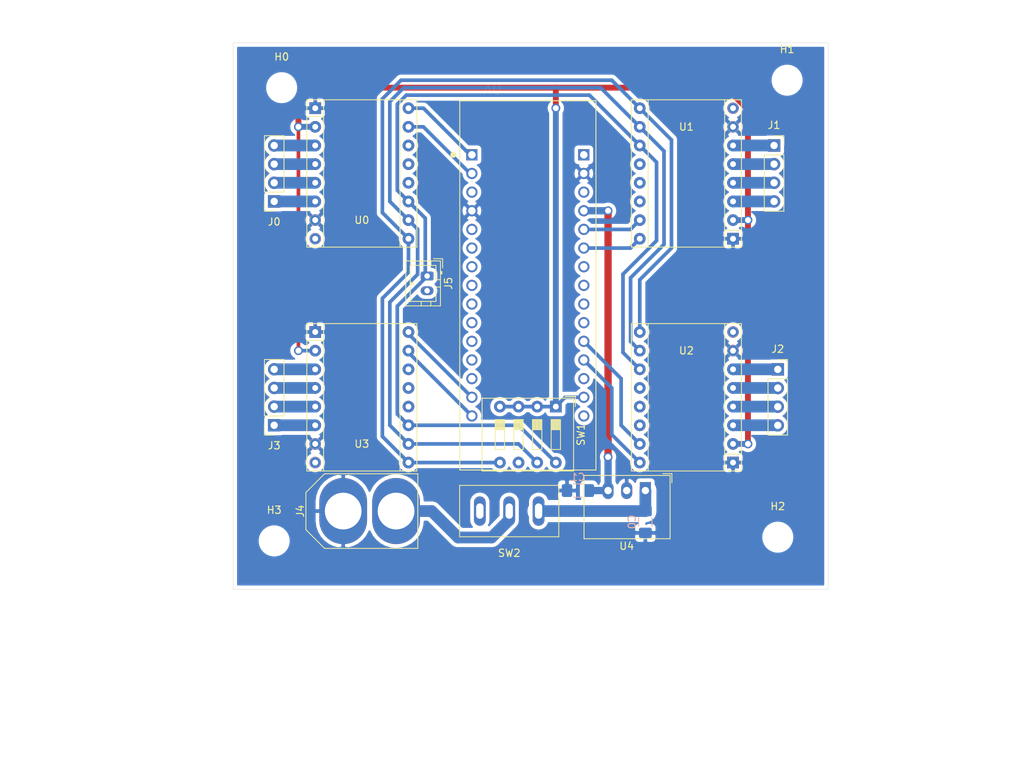
<source format=kicad_pcb>
(kicad_pcb (version 20171130) (host pcbnew "(5.1.4)-1")

  (general
    (thickness 1.6)
    (drawings 4)
    (tracks 144)
    (zones 0)
    (modules 20)
    (nets 65)
  )

  (page A4)
  (layers
    (0 F.Cu signal)
    (31 B.Cu signal)
    (32 B.Adhes user)
    (33 F.Adhes user)
    (34 B.Paste user)
    (35 F.Paste user)
    (36 B.SilkS user)
    (37 F.SilkS user)
    (38 B.Mask user)
    (39 F.Mask user)
    (40 Dwgs.User user)
    (41 Cmts.User user)
    (42 Eco1.User user)
    (43 Eco2.User user)
    (44 Edge.Cuts user)
    (45 Margin user)
    (46 B.CrtYd user hide)
    (47 F.CrtYd user)
    (48 B.Fab user)
    (49 F.Fab user hide)
  )

  (setup
    (last_trace_width 1.6)
    (user_trace_width 0.5)
    (user_trace_width 0.8)
    (user_trace_width 1)
    (user_trace_width 1.6)
    (user_trace_width 2)
    (trace_clearance 0.2)
    (zone_clearance 0.508)
    (zone_45_only no)
    (trace_min 0.2)
    (via_size 0.8)
    (via_drill 0.4)
    (via_min_size 0.4)
    (via_min_drill 0.3)
    (user_via 1.2 0.8)
    (uvia_size 0.3)
    (uvia_drill 0.1)
    (uvias_allowed no)
    (uvia_min_size 0.2)
    (uvia_min_drill 0.1)
    (edge_width 0.05)
    (segment_width 0.2)
    (pcb_text_width 0.3)
    (pcb_text_size 1.5 1.5)
    (mod_edge_width 0.12)
    (mod_text_size 1 1)
    (mod_text_width 0.15)
    (pad_size 1.524 1.524)
    (pad_drill 0.762)
    (pad_to_mask_clearance 0.051)
    (solder_mask_min_width 0.25)
    (aux_axis_origin 0 0)
    (visible_elements 7FFFFFFF)
    (pcbplotparams
      (layerselection 0x010fc_ffffffff)
      (usegerberextensions false)
      (usegerberattributes false)
      (usegerberadvancedattributes false)
      (creategerberjobfile false)
      (excludeedgelayer true)
      (linewidth 0.100000)
      (plotframeref false)
      (viasonmask false)
      (mode 1)
      (useauxorigin false)
      (hpglpennumber 1)
      (hpglpenspeed 20)
      (hpglpendiameter 15.000000)
      (psnegative false)
      (psa4output false)
      (plotreference true)
      (plotvalue true)
      (plotinvisibletext false)
      (padsonsilk false)
      (subtractmaskfromsilk false)
      (outputformat 1)
      (mirror false)
      (drillshape 0)
      (scaleselection 1)
      (outputdirectory "Fab/"))
  )

  (net 0 "")
  (net 1 +BATT)
  (net 2 GND)
  (net 3 M2)
  (net 4 M1)
  (net 5 EN)
  (net 6 CAN_Rx)
  (net 7 CAN_Tx)
  (net 8 +5V)
  (net 9 Vio)
  (net 10 "Net-(J4-Pad2)")
  (net 11 "Net-(A0-Pad4.15)")
  (net 12 "Net-(A0-Pad4.13)")
  (net 13 Dir2)
  (net 14 Dir1)
  (net 15 "Net-(A0-Pad4.10)")
  (net 16 Dir0)
  (net 17 "Net-(A0-Pad4.9)")
  (net 18 Stp3)
  (net 19 "Net-(A0-Pad4.8)")
  (net 20 Stp2)
  (net 21 "Net-(A0-Pad4.7)")
  (net 22 Stp1)
  (net 23 Stp0)
  (net 24 "Net-(A0-Pad4.3)")
  (net 25 "Net-(A0-Pad3.3)")
  (net 26 Dir3)
  (net 27 "Net-(A0-Pad4.1)")
  (net 28 "Net-(J0-Pad4)")
  (net 29 "Net-(J0-Pad3)")
  (net 30 "Net-(J0-Pad2)")
  (net 31 "Net-(J0-Pad1)")
  (net 32 "Net-(J1-Pad4)")
  (net 33 "Net-(J1-Pad3)")
  (net 34 "Net-(J1-Pad2)")
  (net 35 "Net-(J1-Pad1)")
  (net 36 "Net-(J2-Pad4)")
  (net 37 "Net-(J2-Pad3)")
  (net 38 "Net-(J2-Pad2)")
  (net 39 "Net-(J2-Pad1)")
  (net 40 "Net-(J3-Pad4)")
  (net 41 "Net-(J3-Pad3)")
  (net 42 "Net-(J3-Pad2)")
  (net 43 "Net-(J3-Pad1)")
  (net 44 "Net-(SW1-Pad6)")
  (net 45 "Net-(U0-Pad11)")
  (net 46 "Net-(U0-Pad12)")
  (net 47 "Net-(U0-Pad13)")
  (net 48 "Net-(U1-Pad11)")
  (net 49 "Net-(U1-Pad12)")
  (net 50 "Net-(U1-Pad13)")
  (net 51 "Net-(U2-Pad11)")
  (net 52 "Net-(U2-Pad12)")
  (net 53 "Net-(U2-Pad13)")
  (net 54 "Net-(U3-Pad11)")
  (net 55 "Net-(U3-Pad12)")
  (net 56 "Net-(U3-Pad13)")
  (net 57 "Net-(A0-Pad3.12)")
  (net 58 "Net-(A0-Pad3.11)")
  (net 59 "Net-(A0-Pad3.10)")
  (net 60 "Net-(A0-Pad3.9)")
  (net 61 "Net-(A0-Pad3.8)")
  (net 62 "Net-(A0-Pad3.7)")
  (net 63 "Net-(A0-Pad3.6)")
  (net 64 "Net-(SW2-Pad3)")

  (net_class Default "Ceci est la Netclass par défaut."
    (clearance 0.2)
    (trace_width 0.25)
    (via_dia 0.8)
    (via_drill 0.4)
    (uvia_dia 0.3)
    (uvia_drill 0.1)
    (add_net +5V)
    (add_net +BATT)
    (add_net CAN_Rx)
    (add_net CAN_Tx)
    (add_net Dir0)
    (add_net Dir1)
    (add_net Dir2)
    (add_net Dir3)
    (add_net EN)
    (add_net GND)
    (add_net M1)
    (add_net M2)
    (add_net "Net-(A0-Pad3.10)")
    (add_net "Net-(A0-Pad3.11)")
    (add_net "Net-(A0-Pad3.12)")
    (add_net "Net-(A0-Pad3.3)")
    (add_net "Net-(A0-Pad3.6)")
    (add_net "Net-(A0-Pad3.7)")
    (add_net "Net-(A0-Pad3.8)")
    (add_net "Net-(A0-Pad3.9)")
    (add_net "Net-(A0-Pad4.1)")
    (add_net "Net-(A0-Pad4.10)")
    (add_net "Net-(A0-Pad4.13)")
    (add_net "Net-(A0-Pad4.15)")
    (add_net "Net-(A0-Pad4.3)")
    (add_net "Net-(A0-Pad4.7)")
    (add_net "Net-(A0-Pad4.8)")
    (add_net "Net-(A0-Pad4.9)")
    (add_net "Net-(J0-Pad1)")
    (add_net "Net-(J0-Pad2)")
    (add_net "Net-(J0-Pad3)")
    (add_net "Net-(J0-Pad4)")
    (add_net "Net-(J1-Pad1)")
    (add_net "Net-(J1-Pad2)")
    (add_net "Net-(J1-Pad3)")
    (add_net "Net-(J1-Pad4)")
    (add_net "Net-(J2-Pad1)")
    (add_net "Net-(J2-Pad2)")
    (add_net "Net-(J2-Pad3)")
    (add_net "Net-(J2-Pad4)")
    (add_net "Net-(J3-Pad1)")
    (add_net "Net-(J3-Pad2)")
    (add_net "Net-(J3-Pad3)")
    (add_net "Net-(J3-Pad4)")
    (add_net "Net-(J4-Pad2)")
    (add_net "Net-(SW1-Pad6)")
    (add_net "Net-(SW2-Pad3)")
    (add_net "Net-(U0-Pad11)")
    (add_net "Net-(U0-Pad12)")
    (add_net "Net-(U0-Pad13)")
    (add_net "Net-(U1-Pad11)")
    (add_net "Net-(U1-Pad12)")
    (add_net "Net-(U1-Pad13)")
    (add_net "Net-(U2-Pad11)")
    (add_net "Net-(U2-Pad12)")
    (add_net "Net-(U2-Pad13)")
    (add_net "Net-(U3-Pad11)")
    (add_net "Net-(U3-Pad12)")
    (add_net "Net-(U3-Pad13)")
    (add_net Stp0)
    (add_net Stp1)
    (add_net Stp2)
    (add_net Stp3)
    (add_net Vio)
  )

  (module Connecteurs:Switch_3_Pin (layer F.Cu) (tedit 5FADB60C) (tstamp 5FAE24B7)
    (at 108.712 124.46 180)
    (path /5FAF57AC)
    (fp_text reference SW2 (at 0 -5.723) (layer F.SilkS)
      (effects (font (size 1 1) (thickness 0.15)))
    )
    (fp_text value SW_Push_SPDT (at 0 -6.723) (layer F.Fab)
      (effects (font (size 1 1) (thickness 0.15)))
    )
    (fp_line (start -6.75 3.5) (end 6.75 3.5) (layer F.SilkS) (width 0.12))
    (fp_line (start -6.75 -3.5) (end 6.75 -3.5) (layer F.SilkS) (width 0.12))
    (fp_line (start -6.75 -3.5) (end -6.75 3.5) (layer F.SilkS) (width 0.12))
    (fp_line (start 6.75 -3.5) (end 6.75 3.5) (layer F.SilkS) (width 0.12))
    (pad 3 thru_hole oval (at 4 0 180) (size 1.6 4) (drill oval 1 2.1) (layers *.Cu *.Mask)
      (net 64 "Net-(SW2-Pad3)"))
    (pad 2 thru_hole oval (at 0 0 180) (size 1.6 4) (drill oval 1 2.1) (layers *.Cu *.Mask)
      (net 10 "Net-(J4-Pad2)"))
    (pad 1 thru_hole oval (at -4 0 180) (size 1.6 4) (drill oval 1 2.1) (layers *.Cu *.Mask)
      (net 1 +BATT))
  )

  (module Connector_JST:JST_PH_B2B-PH-K_1x02_P2.00mm_Vertical (layer F.Cu) (tedit 5B7745C2) (tstamp 5F9897D4)
    (at 97.536 92.456 270)
    (descr "JST PH series connector, B2B-PH-K (http://www.jst-mfg.com/product/pdf/eng/ePH.pdf), generated with kicad-footprint-generator")
    (tags "connector JST PH side entry")
    (path /5FBAF1C6)
    (fp_text reference J5 (at 1 -2.9 90) (layer F.SilkS)
      (effects (font (size 1 1) (thickness 0.15)))
    )
    (fp_text value Conn_01x02_Female (at 1 4 90) (layer F.Fab)
      (effects (font (size 1 1) (thickness 0.15)))
    )
    (fp_text user %R (at 1 1.5 90) (layer F.Fab)
      (effects (font (size 1 1) (thickness 0.15)))
    )
    (fp_line (start 4.45 -2.2) (end -2.45 -2.2) (layer F.CrtYd) (width 0.05))
    (fp_line (start 4.45 3.3) (end 4.45 -2.2) (layer F.CrtYd) (width 0.05))
    (fp_line (start -2.45 3.3) (end 4.45 3.3) (layer F.CrtYd) (width 0.05))
    (fp_line (start -2.45 -2.2) (end -2.45 3.3) (layer F.CrtYd) (width 0.05))
    (fp_line (start 3.95 -1.7) (end -1.95 -1.7) (layer F.Fab) (width 0.1))
    (fp_line (start 3.95 2.8) (end 3.95 -1.7) (layer F.Fab) (width 0.1))
    (fp_line (start -1.95 2.8) (end 3.95 2.8) (layer F.Fab) (width 0.1))
    (fp_line (start -1.95 -1.7) (end -1.95 2.8) (layer F.Fab) (width 0.1))
    (fp_line (start -2.36 -2.11) (end -2.36 -0.86) (layer F.Fab) (width 0.1))
    (fp_line (start -1.11 -2.11) (end -2.36 -2.11) (layer F.Fab) (width 0.1))
    (fp_line (start -2.36 -2.11) (end -2.36 -0.86) (layer F.SilkS) (width 0.12))
    (fp_line (start -1.11 -2.11) (end -2.36 -2.11) (layer F.SilkS) (width 0.12))
    (fp_line (start 1 2.3) (end 1 1.8) (layer F.SilkS) (width 0.12))
    (fp_line (start 1.1 1.8) (end 1.1 2.3) (layer F.SilkS) (width 0.12))
    (fp_line (start 0.9 1.8) (end 1.1 1.8) (layer F.SilkS) (width 0.12))
    (fp_line (start 0.9 2.3) (end 0.9 1.8) (layer F.SilkS) (width 0.12))
    (fp_line (start 4.06 0.8) (end 3.45 0.8) (layer F.SilkS) (width 0.12))
    (fp_line (start 4.06 -0.5) (end 3.45 -0.5) (layer F.SilkS) (width 0.12))
    (fp_line (start -2.06 0.8) (end -1.45 0.8) (layer F.SilkS) (width 0.12))
    (fp_line (start -2.06 -0.5) (end -1.45 -0.5) (layer F.SilkS) (width 0.12))
    (fp_line (start 1.5 -1.2) (end 1.5 -1.81) (layer F.SilkS) (width 0.12))
    (fp_line (start 3.45 -1.2) (end 1.5 -1.2) (layer F.SilkS) (width 0.12))
    (fp_line (start 3.45 2.3) (end 3.45 -1.2) (layer F.SilkS) (width 0.12))
    (fp_line (start -1.45 2.3) (end 3.45 2.3) (layer F.SilkS) (width 0.12))
    (fp_line (start -1.45 -1.2) (end -1.45 2.3) (layer F.SilkS) (width 0.12))
    (fp_line (start 0.5 -1.2) (end -1.45 -1.2) (layer F.SilkS) (width 0.12))
    (fp_line (start 0.5 -1.81) (end 0.5 -1.2) (layer F.SilkS) (width 0.12))
    (fp_line (start -0.3 -1.91) (end -0.6 -1.91) (layer F.SilkS) (width 0.12))
    (fp_line (start -0.6 -2.01) (end -0.6 -1.81) (layer F.SilkS) (width 0.12))
    (fp_line (start -0.3 -2.01) (end -0.6 -2.01) (layer F.SilkS) (width 0.12))
    (fp_line (start -0.3 -1.81) (end -0.3 -2.01) (layer F.SilkS) (width 0.12))
    (fp_line (start 4.06 -1.81) (end -2.06 -1.81) (layer F.SilkS) (width 0.12))
    (fp_line (start 4.06 2.91) (end 4.06 -1.81) (layer F.SilkS) (width 0.12))
    (fp_line (start -2.06 2.91) (end 4.06 2.91) (layer F.SilkS) (width 0.12))
    (fp_line (start -2.06 -1.81) (end -2.06 2.91) (layer F.SilkS) (width 0.12))
    (pad 2 thru_hole oval (at 2 0 270) (size 1.2 1.75) (drill 0.75) (layers *.Cu *.Mask)
      (net 6 CAN_Rx))
    (pad 1 thru_hole roundrect (at 0 0 270) (size 1.2 1.75) (drill 0.75) (layers *.Cu *.Mask) (roundrect_rratio 0.208333)
      (net 7 CAN_Tx))
    (model ${KISYS3DMOD}/Connector_JST.3dshapes/JST_PH_B2B-PH-K_1x02_P2.00mm_Vertical.wrl
      (at (xyz 0 0 0))
      (scale (xyz 1 1 1))
      (rotate (xyz 0 0 0))
    )
  )

  (module Connecteurs:XT60 (layer F.Cu) (tedit 5FADA9C6) (tstamp 5F9897B0)
    (at 86.106 124.46 90)
    (path /5F922360)
    (fp_text reference J4 (at 0 -5.85 90) (layer F.SilkS)
      (effects (font (size 1 1) (thickness 0.15)))
    )
    (fp_text value XT60 (at 0 -6.85 90) (layer F.Fab)
      (effects (font (size 1 1) (thickness 0.15)))
    )
    (fp_line (start -5.08 -2.54) (end -2.54 -5.08) (layer F.SilkS) (width 0.12))
    (fp_line (start -5.08 10.16) (end -5.08 -2.54) (layer F.SilkS) (width 0.12))
    (fp_line (start -3.81 10.16) (end -5.08 10.16) (layer F.SilkS) (width 0.12))
    (fp_line (start 5.08 10.16) (end -3.81 10.16) (layer F.SilkS) (width 0.12))
    (fp_line (start 5.08 -2.54) (end 5.08 10.16) (layer F.SilkS) (width 0.12))
    (fp_line (start 2.54 -5.08) (end 5.08 -2.54) (layer F.SilkS) (width 0.12))
    (fp_line (start -2.54 -5.08) (end 2.54 -5.08) (layer F.SilkS) (width 0.12))
    (pad 2 thru_hole oval (at 0 7.2 90) (size 9 6.5) (drill 5) (layers *.Cu *.Mask)
      (net 10 "Net-(J4-Pad2)"))
    (pad 1 thru_hole oval (at 0 0 90) (size 9 6.5) (drill 5) (layers *.Cu *.Mask)
      (net 2 GND))
  )

  (module Converter_DCDC:Converter_DCDC_RECOM_R-78E-0.5_THT (layer F.Cu) (tedit 5B741BB0) (tstamp 5F989936)
    (at 127.254 121.666 180)
    (descr "DCDC-Converter, RECOM, RECOM_R-78E-0.5, SIP-3, pitch 2.54mm, package size 11.6x8.5x10.4mm^3, https://www.recom-power.com/pdf/Innoline/R-78Exx-0.5.pdf")
    (tags "dc-dc recom buck sip-3 pitch 2.54mm")
    (path /5F920486)
    (fp_text reference U4 (at 2.54 -7.56) (layer F.SilkS)
      (effects (font (size 1 1) (thickness 0.15)))
    )
    (fp_text value R-78E5.0-0.5 (at 2.54 3) (layer F.Fab)
      (effects (font (size 1 1) (thickness 0.15)))
    )
    (fp_text user %R (at 2.54 -2.25) (layer F.Fab)
      (effects (font (size 1 1) (thickness 0.15)))
    )
    (fp_line (start 8.54 -6.75) (end -3.57 -6.75) (layer F.CrtYd) (width 0.05))
    (fp_line (start 8.54 2.25) (end 8.54 -6.75) (layer F.CrtYd) (width 0.05))
    (fp_line (start -3.57 2.25) (end 8.54 2.25) (layer F.CrtYd) (width 0.05))
    (fp_line (start -3.57 -6.75) (end -3.57 2.25) (layer F.CrtYd) (width 0.05))
    (fp_line (start -3.611 2.3) (end -2.371 2.3) (layer F.SilkS) (width 0.12))
    (fp_line (start -3.611 1.06) (end -3.611 2.3) (layer F.SilkS) (width 0.12))
    (fp_line (start 8.35 -6.56) (end 8.35 2.06) (layer F.SilkS) (width 0.12))
    (fp_line (start -3.371 -6.56) (end -3.371 2.06) (layer F.SilkS) (width 0.12))
    (fp_line (start -3.371 2.06) (end 8.35 2.06) (layer F.SilkS) (width 0.12))
    (fp_line (start -3.371 -6.56) (end 8.35 -6.56) (layer F.SilkS) (width 0.12))
    (fp_line (start -3.31 1) (end -3.31 -6.5) (layer F.Fab) (width 0.1))
    (fp_line (start -2.31 2) (end -3.31 1) (layer F.Fab) (width 0.1))
    (fp_line (start 8.29 2) (end -2.31 2) (layer F.Fab) (width 0.1))
    (fp_line (start 8.29 -6.5) (end 8.29 2) (layer F.Fab) (width 0.1))
    (fp_line (start -3.31 -6.5) (end 8.29 -6.5) (layer F.Fab) (width 0.1))
    (pad 3 thru_hole oval (at 5.08 0 180) (size 1.5 2.3) (drill 1) (layers *.Cu *.Mask)
      (net 8 +5V))
    (pad 2 thru_hole oval (at 2.54 0 180) (size 1.5 2.3) (drill 1) (layers *.Cu *.Mask)
      (net 2 GND))
    (pad 1 thru_hole rect (at 0 0 180) (size 1.5 2.3) (drill 1) (layers *.Cu *.Mask)
      (net 1 +BATT))
    (model ${KISYS3DMOD}/Converter_DCDC.3dshapes/Converter_DCDC_RECOM_R-78E-0.5_THT.wrl
      (at (xyz 0 0 0))
      (scale (xyz 1 1 1))
      (rotate (xyz 0 0 0))
    )
  )

  (module Trinamic_Drivers:TMC_2208_BOB (layer F.Cu) (tedit 5F981A47) (tstamp 5F98991F)
    (at 88.646 108.966 180)
    (path /5FA91135)
    (fp_text reference U3 (at 0 -6.35) (layer F.SilkS)
      (effects (font (size 1 1) (thickness 0.15)))
    )
    (fp_text value TMC2208 (at 0 2.54 90) (layer F.Fab)
      (effects (font (size 1 1) (thickness 0.15)))
    )
    (fp_line (start -7.62 -10.16) (end 7.62 -10.16) (layer F.CrtYd) (width 0.02))
    (fp_line (start 7.62 -10.16) (end 7.62 10.16) (layer F.CrtYd) (width 0.02))
    (fp_line (start 7.62 10.16) (end -7.62 10.16) (layer F.CrtYd) (width 0.02))
    (fp_line (start -7.62 10.16) (end -7.62 -10.16) (layer F.CrtYd) (width 0.02))
    (fp_line (start -7.493 -10.033) (end -5.207 -10.033) (layer F.SilkS) (width 0.12))
    (fp_line (start -5.207 -10.033) (end -5.207 10.033) (layer F.SilkS) (width 0.12))
    (fp_line (start -5.207 10.033) (end -7.493 10.033) (layer F.SilkS) (width 0.12))
    (fp_line (start -7.493 10.033) (end -7.493 -10.033) (layer F.SilkS) (width 0.12))
    (fp_line (start 7.493 -10.033) (end 5.207 -10.033) (layer F.SilkS) (width 0.12))
    (fp_line (start 5.207 -10.033) (end 5.207 10.033) (layer F.SilkS) (width 0.12))
    (fp_line (start 5.715 10.033) (end 7.493 10.033) (layer F.SilkS) (width 0.12))
    (fp_line (start 7.493 7.747) (end 7.493 -10.033) (layer F.SilkS) (width 0.12))
    (fp_line (start 5.207 -10.033) (end -5.207 -10.033) (layer F.SilkS) (width 0.12))
    (fp_line (start -5.207 10.033) (end 5.207 10.033) (layer F.SilkS) (width 0.12))
    (fp_line (start 7.493 7.747) (end 5.207 7.747) (layer F.SilkS) (width 0.12))
    (fp_line (start 7.493 8.255) (end 7.493 10.033) (layer F.SilkS) (width 0.12))
    (fp_circle (center 6.35 -8.89) (end 7.112 -8.89) (layer B.SilkS) (width 0.05))
    (fp_circle (center 6.35 -6.35) (end 7.112 -6.35) (layer B.SilkS) (width 0.04))
    (pad 1 thru_hole rect (at 6.35 8.89 180) (size 1.6 1.6) (drill 0.8) (layers *.Cu *.Mask)
      (net 2 GND))
    (pad 2 thru_hole circle (at 6.35 6.35 180) (size 1.6 1.6) (drill 0.8) (layers *.Cu *.Mask)
      (net 9 Vio))
    (pad 3 thru_hole circle (at 6.35 3.81 180) (size 1.6 1.6) (drill 0.8) (layers *.Cu *.Mask)
      (net 40 "Net-(J3-Pad4)"))
    (pad 4 thru_hole circle (at 6.35 1.27 180) (size 1.6 1.6) (drill 0.8) (layers *.Cu *.Mask)
      (net 41 "Net-(J3-Pad3)"))
    (pad 5 thru_hole circle (at 6.35 -1.27 180) (size 1.6 1.6) (drill 0.8) (layers *.Cu *.Mask)
      (net 42 "Net-(J3-Pad2)"))
    (pad 6 thru_hole circle (at 6.35 -3.81 180) (size 1.6 1.6) (drill 0.8) (layers *.Cu *.Mask)
      (net 43 "Net-(J3-Pad1)"))
    (pad 7 thru_hole circle (at 6.35 -6.35 180) (size 1.6 1.6) (drill 0.8) (layers *.Cu *.Mask Eco2.User)
      (net 2 GND))
    (pad 8 thru_hole circle (at 6.35 -8.89 180) (size 1.6 1.6) (drill 0.8) (layers *.Cu *.Mask)
      (net 1 +BATT))
    (pad 9 thru_hole circle (at -6.35 8.89 180) (size 1.6 1.6) (drill 0.8) (layers *.Cu *.Mask)
      (net 26 Dir3))
    (pad 10 thru_hole circle (at -6.35 6.35 180) (size 1.6 1.6) (drill 0.8) (layers *.Cu *.Mask)
      (net 18 Stp3))
    (pad 11 thru_hole circle (at -6.35 3.81 180) (size 1.6 1.6) (drill 0.8) (layers *.Cu *.Mask)
      (net 54 "Net-(U3-Pad11)"))
    (pad 12 thru_hole circle (at -6.35 1.27 180) (size 1.6 1.6) (drill 0.8) (layers *.Cu *.Mask)
      (net 55 "Net-(U3-Pad12)"))
    (pad 13 thru_hole circle (at -6.35 -1.27 180) (size 1.6 1.6) (drill 0.8) (layers *.Cu *.Mask)
      (net 56 "Net-(U3-Pad13)"))
    (pad 14 thru_hole circle (at -6.35 -3.81 180) (size 1.6 1.6) (drill 0.8) (layers *.Cu *.Mask)
      (net 3 M2))
    (pad 15 thru_hole circle (at -6.35 -6.35 180) (size 1.6 1.6) (drill 0.8) (layers *.Cu *.Mask)
      (net 4 M1))
    (pad 16 thru_hole circle (at -6.35 -8.89 180) (size 1.6 1.6) (drill 0.8) (layers *.Cu *.Mask)
      (net 5 EN))
  )

  (module Trinamic_Drivers:TMC_2208_BOB (layer F.Cu) (tedit 5F981A47) (tstamp 5F9898F9)
    (at 132.842 108.966)
    (path /5FA9063E)
    (fp_text reference U2 (at 0 -6.35) (layer F.SilkS)
      (effects (font (size 1 1) (thickness 0.15)))
    )
    (fp_text value TMC2208 (at 0 2.54 90) (layer F.Fab)
      (effects (font (size 1 1) (thickness 0.15)))
    )
    (fp_line (start -7.62 -10.16) (end 7.62 -10.16) (layer F.CrtYd) (width 0.02))
    (fp_line (start 7.62 -10.16) (end 7.62 10.16) (layer F.CrtYd) (width 0.02))
    (fp_line (start 7.62 10.16) (end -7.62 10.16) (layer F.CrtYd) (width 0.02))
    (fp_line (start -7.62 10.16) (end -7.62 -10.16) (layer F.CrtYd) (width 0.02))
    (fp_line (start -7.493 -10.033) (end -5.207 -10.033) (layer F.SilkS) (width 0.12))
    (fp_line (start -5.207 -10.033) (end -5.207 10.033) (layer F.SilkS) (width 0.12))
    (fp_line (start -5.207 10.033) (end -7.493 10.033) (layer F.SilkS) (width 0.12))
    (fp_line (start -7.493 10.033) (end -7.493 -10.033) (layer F.SilkS) (width 0.12))
    (fp_line (start 7.493 -10.033) (end 5.207 -10.033) (layer F.SilkS) (width 0.12))
    (fp_line (start 5.207 -10.033) (end 5.207 10.033) (layer F.SilkS) (width 0.12))
    (fp_line (start 5.715 10.033) (end 7.493 10.033) (layer F.SilkS) (width 0.12))
    (fp_line (start 7.493 7.747) (end 7.493 -10.033) (layer F.SilkS) (width 0.12))
    (fp_line (start 5.207 -10.033) (end -5.207 -10.033) (layer F.SilkS) (width 0.12))
    (fp_line (start -5.207 10.033) (end 5.207 10.033) (layer F.SilkS) (width 0.12))
    (fp_line (start 7.493 7.747) (end 5.207 7.747) (layer F.SilkS) (width 0.12))
    (fp_line (start 7.493 8.255) (end 7.493 10.033) (layer F.SilkS) (width 0.12))
    (fp_circle (center 6.35 -8.89) (end 7.112 -8.89) (layer B.SilkS) (width 0.05))
    (fp_circle (center 6.35 -6.35) (end 7.112 -6.35) (layer B.SilkS) (width 0.04))
    (pad 1 thru_hole rect (at 6.35 8.89) (size 1.6 1.6) (drill 0.8) (layers *.Cu *.Mask)
      (net 2 GND))
    (pad 2 thru_hole circle (at 6.35 6.35) (size 1.6 1.6) (drill 0.8) (layers *.Cu *.Mask)
      (net 9 Vio))
    (pad 3 thru_hole circle (at 6.35 3.81) (size 1.6 1.6) (drill 0.8) (layers *.Cu *.Mask)
      (net 36 "Net-(J2-Pad4)"))
    (pad 4 thru_hole circle (at 6.35 1.27) (size 1.6 1.6) (drill 0.8) (layers *.Cu *.Mask)
      (net 37 "Net-(J2-Pad3)"))
    (pad 5 thru_hole circle (at 6.35 -1.27) (size 1.6 1.6) (drill 0.8) (layers *.Cu *.Mask)
      (net 38 "Net-(J2-Pad2)"))
    (pad 6 thru_hole circle (at 6.35 -3.81) (size 1.6 1.6) (drill 0.8) (layers *.Cu *.Mask)
      (net 39 "Net-(J2-Pad1)"))
    (pad 7 thru_hole circle (at 6.35 -6.35) (size 1.6 1.6) (drill 0.8) (layers *.Cu *.Mask Eco2.User)
      (net 2 GND))
    (pad 8 thru_hole circle (at 6.35 -8.89) (size 1.6 1.6) (drill 0.8) (layers *.Cu *.Mask)
      (net 1 +BATT))
    (pad 9 thru_hole circle (at -6.35 8.89) (size 1.6 1.6) (drill 0.8) (layers *.Cu *.Mask)
      (net 13 Dir2))
    (pad 10 thru_hole circle (at -6.35 6.35) (size 1.6 1.6) (drill 0.8) (layers *.Cu *.Mask)
      (net 20 Stp2))
    (pad 11 thru_hole circle (at -6.35 3.81) (size 1.6 1.6) (drill 0.8) (layers *.Cu *.Mask)
      (net 51 "Net-(U2-Pad11)"))
    (pad 12 thru_hole circle (at -6.35 1.27) (size 1.6 1.6) (drill 0.8) (layers *.Cu *.Mask)
      (net 52 "Net-(U2-Pad12)"))
    (pad 13 thru_hole circle (at -6.35 -1.27) (size 1.6 1.6) (drill 0.8) (layers *.Cu *.Mask)
      (net 53 "Net-(U2-Pad13)"))
    (pad 14 thru_hole circle (at -6.35 -3.81) (size 1.6 1.6) (drill 0.8) (layers *.Cu *.Mask)
      (net 3 M2))
    (pad 15 thru_hole circle (at -6.35 -6.35) (size 1.6 1.6) (drill 0.8) (layers *.Cu *.Mask)
      (net 4 M1))
    (pad 16 thru_hole circle (at -6.35 -8.89) (size 1.6 1.6) (drill 0.8) (layers *.Cu *.Mask)
      (net 5 EN))
  )

  (module Trinamic_Drivers:TMC_2208_BOB (layer F.Cu) (tedit 5F981A47) (tstamp 5F9898D3)
    (at 132.842 78.486)
    (path /5FA8F560)
    (fp_text reference U1 (at 0 -6.35) (layer F.SilkS)
      (effects (font (size 1 1) (thickness 0.15)))
    )
    (fp_text value TMC2208 (at 0 2.54 90) (layer F.Fab)
      (effects (font (size 1 1) (thickness 0.15)))
    )
    (fp_line (start -7.62 -10.16) (end 7.62 -10.16) (layer F.CrtYd) (width 0.02))
    (fp_line (start 7.62 -10.16) (end 7.62 10.16) (layer F.CrtYd) (width 0.02))
    (fp_line (start 7.62 10.16) (end -7.62 10.16) (layer F.CrtYd) (width 0.02))
    (fp_line (start -7.62 10.16) (end -7.62 -10.16) (layer F.CrtYd) (width 0.02))
    (fp_line (start -7.493 -10.033) (end -5.207 -10.033) (layer F.SilkS) (width 0.12))
    (fp_line (start -5.207 -10.033) (end -5.207 10.033) (layer F.SilkS) (width 0.12))
    (fp_line (start -5.207 10.033) (end -7.493 10.033) (layer F.SilkS) (width 0.12))
    (fp_line (start -7.493 10.033) (end -7.493 -10.033) (layer F.SilkS) (width 0.12))
    (fp_line (start 7.493 -10.033) (end 5.207 -10.033) (layer F.SilkS) (width 0.12))
    (fp_line (start 5.207 -10.033) (end 5.207 10.033) (layer F.SilkS) (width 0.12))
    (fp_line (start 5.715 10.033) (end 7.493 10.033) (layer F.SilkS) (width 0.12))
    (fp_line (start 7.493 7.747) (end 7.493 -10.033) (layer F.SilkS) (width 0.12))
    (fp_line (start 5.207 -10.033) (end -5.207 -10.033) (layer F.SilkS) (width 0.12))
    (fp_line (start -5.207 10.033) (end 5.207 10.033) (layer F.SilkS) (width 0.12))
    (fp_line (start 7.493 7.747) (end 5.207 7.747) (layer F.SilkS) (width 0.12))
    (fp_line (start 7.493 8.255) (end 7.493 10.033) (layer F.SilkS) (width 0.12))
    (fp_circle (center 6.35 -8.89) (end 7.112 -8.89) (layer B.SilkS) (width 0.05))
    (fp_circle (center 6.35 -6.35) (end 7.112 -6.35) (layer B.SilkS) (width 0.04))
    (pad 1 thru_hole rect (at 6.35 8.89) (size 1.6 1.6) (drill 0.8) (layers *.Cu *.Mask)
      (net 2 GND))
    (pad 2 thru_hole circle (at 6.35 6.35) (size 1.6 1.6) (drill 0.8) (layers *.Cu *.Mask)
      (net 9 Vio))
    (pad 3 thru_hole circle (at 6.35 3.81) (size 1.6 1.6) (drill 0.8) (layers *.Cu *.Mask)
      (net 32 "Net-(J1-Pad4)"))
    (pad 4 thru_hole circle (at 6.35 1.27) (size 1.6 1.6) (drill 0.8) (layers *.Cu *.Mask)
      (net 33 "Net-(J1-Pad3)"))
    (pad 5 thru_hole circle (at 6.35 -1.27) (size 1.6 1.6) (drill 0.8) (layers *.Cu *.Mask)
      (net 34 "Net-(J1-Pad2)"))
    (pad 6 thru_hole circle (at 6.35 -3.81) (size 1.6 1.6) (drill 0.8) (layers *.Cu *.Mask)
      (net 35 "Net-(J1-Pad1)"))
    (pad 7 thru_hole circle (at 6.35 -6.35) (size 1.6 1.6) (drill 0.8) (layers *.Cu *.Mask Eco2.User)
      (net 2 GND))
    (pad 8 thru_hole circle (at 6.35 -8.89) (size 1.6 1.6) (drill 0.8) (layers *.Cu *.Mask)
      (net 1 +BATT))
    (pad 9 thru_hole circle (at -6.35 8.89) (size 1.6 1.6) (drill 0.8) (layers *.Cu *.Mask)
      (net 14 Dir1))
    (pad 10 thru_hole circle (at -6.35 6.35) (size 1.6 1.6) (drill 0.8) (layers *.Cu *.Mask)
      (net 22 Stp1))
    (pad 11 thru_hole circle (at -6.35 3.81) (size 1.6 1.6) (drill 0.8) (layers *.Cu *.Mask)
      (net 48 "Net-(U1-Pad11)"))
    (pad 12 thru_hole circle (at -6.35 1.27) (size 1.6 1.6) (drill 0.8) (layers *.Cu *.Mask)
      (net 49 "Net-(U1-Pad12)"))
    (pad 13 thru_hole circle (at -6.35 -1.27) (size 1.6 1.6) (drill 0.8) (layers *.Cu *.Mask)
      (net 50 "Net-(U1-Pad13)"))
    (pad 14 thru_hole circle (at -6.35 -3.81) (size 1.6 1.6) (drill 0.8) (layers *.Cu *.Mask)
      (net 3 M2))
    (pad 15 thru_hole circle (at -6.35 -6.35) (size 1.6 1.6) (drill 0.8) (layers *.Cu *.Mask)
      (net 4 M1))
    (pad 16 thru_hole circle (at -6.35 -8.89) (size 1.6 1.6) (drill 0.8) (layers *.Cu *.Mask)
      (net 5 EN))
  )

  (module Trinamic_Drivers:TMC_2208_BOB (layer F.Cu) (tedit 5F981A47) (tstamp 5F9898AD)
    (at 88.646 78.486 180)
    (path /5F991F51)
    (fp_text reference U0 (at 0 -6.35) (layer F.SilkS)
      (effects (font (size 1 1) (thickness 0.15)))
    )
    (fp_text value TMC2208 (at 0 2.54 90) (layer F.Fab)
      (effects (font (size 1 1) (thickness 0.15)))
    )
    (fp_line (start -7.62 -10.16) (end 7.62 -10.16) (layer F.CrtYd) (width 0.02))
    (fp_line (start 7.62 -10.16) (end 7.62 10.16) (layer F.CrtYd) (width 0.02))
    (fp_line (start 7.62 10.16) (end -7.62 10.16) (layer F.CrtYd) (width 0.02))
    (fp_line (start -7.62 10.16) (end -7.62 -10.16) (layer F.CrtYd) (width 0.02))
    (fp_line (start -7.493 -10.033) (end -5.207 -10.033) (layer F.SilkS) (width 0.12))
    (fp_line (start -5.207 -10.033) (end -5.207 10.033) (layer F.SilkS) (width 0.12))
    (fp_line (start -5.207 10.033) (end -7.493 10.033) (layer F.SilkS) (width 0.12))
    (fp_line (start -7.493 10.033) (end -7.493 -10.033) (layer F.SilkS) (width 0.12))
    (fp_line (start 7.493 -10.033) (end 5.207 -10.033) (layer F.SilkS) (width 0.12))
    (fp_line (start 5.207 -10.033) (end 5.207 10.033) (layer F.SilkS) (width 0.12))
    (fp_line (start 5.715 10.033) (end 7.493 10.033) (layer F.SilkS) (width 0.12))
    (fp_line (start 7.493 7.747) (end 7.493 -10.033) (layer F.SilkS) (width 0.12))
    (fp_line (start 5.207 -10.033) (end -5.207 -10.033) (layer F.SilkS) (width 0.12))
    (fp_line (start -5.207 10.033) (end 5.207 10.033) (layer F.SilkS) (width 0.12))
    (fp_line (start 7.493 7.747) (end 5.207 7.747) (layer F.SilkS) (width 0.12))
    (fp_line (start 7.493 8.255) (end 7.493 10.033) (layer F.SilkS) (width 0.12))
    (fp_circle (center 6.35 -8.89) (end 7.112 -8.89) (layer B.SilkS) (width 0.05))
    (fp_circle (center 6.35 -6.35) (end 7.112 -6.35) (layer B.SilkS) (width 0.04))
    (pad 1 thru_hole rect (at 6.35 8.89 180) (size 1.6 1.6) (drill 0.8) (layers *.Cu *.Mask)
      (net 2 GND))
    (pad 2 thru_hole circle (at 6.35 6.35 180) (size 1.6 1.6) (drill 0.8) (layers *.Cu *.Mask)
      (net 9 Vio))
    (pad 3 thru_hole circle (at 6.35 3.81 180) (size 1.6 1.6) (drill 0.8) (layers *.Cu *.Mask)
      (net 28 "Net-(J0-Pad4)"))
    (pad 4 thru_hole circle (at 6.35 1.27 180) (size 1.6 1.6) (drill 0.8) (layers *.Cu *.Mask)
      (net 29 "Net-(J0-Pad3)"))
    (pad 5 thru_hole circle (at 6.35 -1.27 180) (size 1.6 1.6) (drill 0.8) (layers *.Cu *.Mask)
      (net 30 "Net-(J0-Pad2)"))
    (pad 6 thru_hole circle (at 6.35 -3.81 180) (size 1.6 1.6) (drill 0.8) (layers *.Cu *.Mask)
      (net 31 "Net-(J0-Pad1)"))
    (pad 7 thru_hole circle (at 6.35 -6.35 180) (size 1.6 1.6) (drill 0.8) (layers *.Cu *.Mask Eco2.User)
      (net 2 GND))
    (pad 8 thru_hole circle (at 6.35 -8.89 180) (size 1.6 1.6) (drill 0.8) (layers *.Cu *.Mask)
      (net 1 +BATT))
    (pad 9 thru_hole circle (at -6.35 8.89 180) (size 1.6 1.6) (drill 0.8) (layers *.Cu *.Mask)
      (net 16 Dir0))
    (pad 10 thru_hole circle (at -6.35 6.35 180) (size 1.6 1.6) (drill 0.8) (layers *.Cu *.Mask)
      (net 23 Stp0))
    (pad 11 thru_hole circle (at -6.35 3.81 180) (size 1.6 1.6) (drill 0.8) (layers *.Cu *.Mask)
      (net 45 "Net-(U0-Pad11)"))
    (pad 12 thru_hole circle (at -6.35 1.27 180) (size 1.6 1.6) (drill 0.8) (layers *.Cu *.Mask)
      (net 46 "Net-(U0-Pad12)"))
    (pad 13 thru_hole circle (at -6.35 -1.27 180) (size 1.6 1.6) (drill 0.8) (layers *.Cu *.Mask)
      (net 47 "Net-(U0-Pad13)"))
    (pad 14 thru_hole circle (at -6.35 -3.81 180) (size 1.6 1.6) (drill 0.8) (layers *.Cu *.Mask)
      (net 3 M2))
    (pad 15 thru_hole circle (at -6.35 -6.35 180) (size 1.6 1.6) (drill 0.8) (layers *.Cu *.Mask)
      (net 4 M1))
    (pad 16 thru_hole circle (at -6.35 -8.89 180) (size 1.6 1.6) (drill 0.8) (layers *.Cu *.Mask)
      (net 5 EN))
  )

  (module Button_Switch_THT:SW_DIP_SPSTx04_Slide_9.78x12.34mm_W7.62mm_P2.54mm (layer F.Cu) (tedit 5A4E1404) (tstamp 5F989887)
    (at 115.062 110.236 270)
    (descr "4x-dip-switch SPST , Slide, row spacing 7.62 mm (300 mils), body size 9.78x12.34mm (see e.g. https://www.ctscorp.com/wp-content/uploads/206-208.pdf)")
    (tags "DIP Switch SPST Slide 7.62mm 300mil")
    (path /5F91F1A9)
    (fp_text reference SW1 (at 3.81 -3.42 90) (layer F.SilkS)
      (effects (font (size 1 1) (thickness 0.15)))
    )
    (fp_text value SW_DIP_x04 (at 3.81 11.04 90) (layer F.Fab)
      (effects (font (size 1 1) (thickness 0.15)))
    )
    (fp_text user on (at 5.365 -1.4975 90) (layer F.Fab)
      (effects (font (size 0.8 0.8) (thickness 0.12)))
    )
    (fp_text user %R (at 7.27 3.81) (layer F.Fab)
      (effects (font (size 0.8 0.8) (thickness 0.12)))
    )
    (fp_line (start 8.95 -2.7) (end -1.35 -2.7) (layer F.CrtYd) (width 0.05))
    (fp_line (start 8.95 10.3) (end 8.95 -2.7) (layer F.CrtYd) (width 0.05))
    (fp_line (start -1.35 10.3) (end 8.95 10.3) (layer F.CrtYd) (width 0.05))
    (fp_line (start -1.35 -2.7) (end -1.35 10.3) (layer F.CrtYd) (width 0.05))
    (fp_line (start 3.133333 6.985) (end 3.133333 8.255) (layer F.SilkS) (width 0.12))
    (fp_line (start 1.78 8.185) (end 3.133333 8.185) (layer F.SilkS) (width 0.12))
    (fp_line (start 1.78 8.065) (end 3.133333 8.065) (layer F.SilkS) (width 0.12))
    (fp_line (start 1.78 7.945) (end 3.133333 7.945) (layer F.SilkS) (width 0.12))
    (fp_line (start 1.78 7.825) (end 3.133333 7.825) (layer F.SilkS) (width 0.12))
    (fp_line (start 1.78 7.705) (end 3.133333 7.705) (layer F.SilkS) (width 0.12))
    (fp_line (start 1.78 7.585) (end 3.133333 7.585) (layer F.SilkS) (width 0.12))
    (fp_line (start 1.78 7.465) (end 3.133333 7.465) (layer F.SilkS) (width 0.12))
    (fp_line (start 1.78 7.345) (end 3.133333 7.345) (layer F.SilkS) (width 0.12))
    (fp_line (start 1.78 7.225) (end 3.133333 7.225) (layer F.SilkS) (width 0.12))
    (fp_line (start 1.78 7.105) (end 3.133333 7.105) (layer F.SilkS) (width 0.12))
    (fp_line (start 5.84 6.985) (end 1.78 6.985) (layer F.SilkS) (width 0.12))
    (fp_line (start 5.84 8.255) (end 5.84 6.985) (layer F.SilkS) (width 0.12))
    (fp_line (start 1.78 8.255) (end 5.84 8.255) (layer F.SilkS) (width 0.12))
    (fp_line (start 1.78 6.985) (end 1.78 8.255) (layer F.SilkS) (width 0.12))
    (fp_line (start 3.133333 4.445) (end 3.133333 5.715) (layer F.SilkS) (width 0.12))
    (fp_line (start 1.78 5.645) (end 3.133333 5.645) (layer F.SilkS) (width 0.12))
    (fp_line (start 1.78 5.525) (end 3.133333 5.525) (layer F.SilkS) (width 0.12))
    (fp_line (start 1.78 5.405) (end 3.133333 5.405) (layer F.SilkS) (width 0.12))
    (fp_line (start 1.78 5.285) (end 3.133333 5.285) (layer F.SilkS) (width 0.12))
    (fp_line (start 1.78 5.165) (end 3.133333 5.165) (layer F.SilkS) (width 0.12))
    (fp_line (start 1.78 5.045) (end 3.133333 5.045) (layer F.SilkS) (width 0.12))
    (fp_line (start 1.78 4.925) (end 3.133333 4.925) (layer F.SilkS) (width 0.12))
    (fp_line (start 1.78 4.805) (end 3.133333 4.805) (layer F.SilkS) (width 0.12))
    (fp_line (start 1.78 4.685) (end 3.133333 4.685) (layer F.SilkS) (width 0.12))
    (fp_line (start 1.78 4.565) (end 3.133333 4.565) (layer F.SilkS) (width 0.12))
    (fp_line (start 5.84 4.445) (end 1.78 4.445) (layer F.SilkS) (width 0.12))
    (fp_line (start 5.84 5.715) (end 5.84 4.445) (layer F.SilkS) (width 0.12))
    (fp_line (start 1.78 5.715) (end 5.84 5.715) (layer F.SilkS) (width 0.12))
    (fp_line (start 1.78 4.445) (end 1.78 5.715) (layer F.SilkS) (width 0.12))
    (fp_line (start 3.133333 1.905) (end 3.133333 3.175) (layer F.SilkS) (width 0.12))
    (fp_line (start 1.78 3.105) (end 3.133333 3.105) (layer F.SilkS) (width 0.12))
    (fp_line (start 1.78 2.985) (end 3.133333 2.985) (layer F.SilkS) (width 0.12))
    (fp_line (start 1.78 2.865) (end 3.133333 2.865) (layer F.SilkS) (width 0.12))
    (fp_line (start 1.78 2.745) (end 3.133333 2.745) (layer F.SilkS) (width 0.12))
    (fp_line (start 1.78 2.625) (end 3.133333 2.625) (layer F.SilkS) (width 0.12))
    (fp_line (start 1.78 2.505) (end 3.133333 2.505) (layer F.SilkS) (width 0.12))
    (fp_line (start 1.78 2.385) (end 3.133333 2.385) (layer F.SilkS) (width 0.12))
    (fp_line (start 1.78 2.265) (end 3.133333 2.265) (layer F.SilkS) (width 0.12))
    (fp_line (start 1.78 2.145) (end 3.133333 2.145) (layer F.SilkS) (width 0.12))
    (fp_line (start 1.78 2.025) (end 3.133333 2.025) (layer F.SilkS) (width 0.12))
    (fp_line (start 5.84 1.905) (end 1.78 1.905) (layer F.SilkS) (width 0.12))
    (fp_line (start 5.84 3.175) (end 5.84 1.905) (layer F.SilkS) (width 0.12))
    (fp_line (start 1.78 3.175) (end 5.84 3.175) (layer F.SilkS) (width 0.12))
    (fp_line (start 1.78 1.905) (end 1.78 3.175) (layer F.SilkS) (width 0.12))
    (fp_line (start 3.133333 -0.635) (end 3.133333 0.635) (layer F.SilkS) (width 0.12))
    (fp_line (start 1.78 0.565) (end 3.133333 0.565) (layer F.SilkS) (width 0.12))
    (fp_line (start 1.78 0.445) (end 3.133333 0.445) (layer F.SilkS) (width 0.12))
    (fp_line (start 1.78 0.325) (end 3.133333 0.325) (layer F.SilkS) (width 0.12))
    (fp_line (start 1.78 0.205) (end 3.133333 0.205) (layer F.SilkS) (width 0.12))
    (fp_line (start 1.78 0.085) (end 3.133333 0.085) (layer F.SilkS) (width 0.12))
    (fp_line (start 1.78 -0.035) (end 3.133333 -0.035) (layer F.SilkS) (width 0.12))
    (fp_line (start 1.78 -0.155) (end 3.133333 -0.155) (layer F.SilkS) (width 0.12))
    (fp_line (start 1.78 -0.275) (end 3.133333 -0.275) (layer F.SilkS) (width 0.12))
    (fp_line (start 1.78 -0.395) (end 3.133333 -0.395) (layer F.SilkS) (width 0.12))
    (fp_line (start 1.78 -0.515) (end 3.133333 -0.515) (layer F.SilkS) (width 0.12))
    (fp_line (start 5.84 -0.635) (end 1.78 -0.635) (layer F.SilkS) (width 0.12))
    (fp_line (start 5.84 0.635) (end 5.84 -0.635) (layer F.SilkS) (width 0.12))
    (fp_line (start 1.78 0.635) (end 5.84 0.635) (layer F.SilkS) (width 0.12))
    (fp_line (start 1.78 -0.635) (end 1.78 0.635) (layer F.SilkS) (width 0.12))
    (fp_line (start -1.38 -2.66) (end -1.38 -1.277) (layer F.SilkS) (width 0.12))
    (fp_line (start -1.38 -2.66) (end 0.004 -2.66) (layer F.SilkS) (width 0.12))
    (fp_line (start 8.76 -2.42) (end 8.76 10.04) (layer F.SilkS) (width 0.12))
    (fp_line (start -1.14 -2.42) (end -1.14 10.04) (layer F.SilkS) (width 0.12))
    (fp_line (start -1.14 10.04) (end 8.76 10.04) (layer F.SilkS) (width 0.12))
    (fp_line (start -1.14 -2.42) (end 8.76 -2.42) (layer F.SilkS) (width 0.12))
    (fp_line (start 3.133333 6.985) (end 3.133333 8.255) (layer F.Fab) (width 0.1))
    (fp_line (start 1.78 8.185) (end 3.133333 8.185) (layer F.Fab) (width 0.1))
    (fp_line (start 1.78 8.085) (end 3.133333 8.085) (layer F.Fab) (width 0.1))
    (fp_line (start 1.78 7.985) (end 3.133333 7.985) (layer F.Fab) (width 0.1))
    (fp_line (start 1.78 7.885) (end 3.133333 7.885) (layer F.Fab) (width 0.1))
    (fp_line (start 1.78 7.785) (end 3.133333 7.785) (layer F.Fab) (width 0.1))
    (fp_line (start 1.78 7.685) (end 3.133333 7.685) (layer F.Fab) (width 0.1))
    (fp_line (start 1.78 7.585) (end 3.133333 7.585) (layer F.Fab) (width 0.1))
    (fp_line (start 1.78 7.485) (end 3.133333 7.485) (layer F.Fab) (width 0.1))
    (fp_line (start 1.78 7.385) (end 3.133333 7.385) (layer F.Fab) (width 0.1))
    (fp_line (start 1.78 7.285) (end 3.133333 7.285) (layer F.Fab) (width 0.1))
    (fp_line (start 1.78 7.185) (end 3.133333 7.185) (layer F.Fab) (width 0.1))
    (fp_line (start 1.78 7.085) (end 3.133333 7.085) (layer F.Fab) (width 0.1))
    (fp_line (start 5.84 6.985) (end 1.78 6.985) (layer F.Fab) (width 0.1))
    (fp_line (start 5.84 8.255) (end 5.84 6.985) (layer F.Fab) (width 0.1))
    (fp_line (start 1.78 8.255) (end 5.84 8.255) (layer F.Fab) (width 0.1))
    (fp_line (start 1.78 6.985) (end 1.78 8.255) (layer F.Fab) (width 0.1))
    (fp_line (start 3.133333 4.445) (end 3.133333 5.715) (layer F.Fab) (width 0.1))
    (fp_line (start 1.78 5.645) (end 3.133333 5.645) (layer F.Fab) (width 0.1))
    (fp_line (start 1.78 5.545) (end 3.133333 5.545) (layer F.Fab) (width 0.1))
    (fp_line (start 1.78 5.445) (end 3.133333 5.445) (layer F.Fab) (width 0.1))
    (fp_line (start 1.78 5.345) (end 3.133333 5.345) (layer F.Fab) (width 0.1))
    (fp_line (start 1.78 5.245) (end 3.133333 5.245) (layer F.Fab) (width 0.1))
    (fp_line (start 1.78 5.145) (end 3.133333 5.145) (layer F.Fab) (width 0.1))
    (fp_line (start 1.78 5.045) (end 3.133333 5.045) (layer F.Fab) (width 0.1))
    (fp_line (start 1.78 4.945) (end 3.133333 4.945) (layer F.Fab) (width 0.1))
    (fp_line (start 1.78 4.845) (end 3.133333 4.845) (layer F.Fab) (width 0.1))
    (fp_line (start 1.78 4.745) (end 3.133333 4.745) (layer F.Fab) (width 0.1))
    (fp_line (start 1.78 4.645) (end 3.133333 4.645) (layer F.Fab) (width 0.1))
    (fp_line (start 1.78 4.545) (end 3.133333 4.545) (layer F.Fab) (width 0.1))
    (fp_line (start 5.84 4.445) (end 1.78 4.445) (layer F.Fab) (width 0.1))
    (fp_line (start 5.84 5.715) (end 5.84 4.445) (layer F.Fab) (width 0.1))
    (fp_line (start 1.78 5.715) (end 5.84 5.715) (layer F.Fab) (width 0.1))
    (fp_line (start 1.78 4.445) (end 1.78 5.715) (layer F.Fab) (width 0.1))
    (fp_line (start 3.133333 1.905) (end 3.133333 3.175) (layer F.Fab) (width 0.1))
    (fp_line (start 1.78 3.105) (end 3.133333 3.105) (layer F.Fab) (width 0.1))
    (fp_line (start 1.78 3.005) (end 3.133333 3.005) (layer F.Fab) (width 0.1))
    (fp_line (start 1.78 2.905) (end 3.133333 2.905) (layer F.Fab) (width 0.1))
    (fp_line (start 1.78 2.805) (end 3.133333 2.805) (layer F.Fab) (width 0.1))
    (fp_line (start 1.78 2.705) (end 3.133333 2.705) (layer F.Fab) (width 0.1))
    (fp_line (start 1.78 2.605) (end 3.133333 2.605) (layer F.Fab) (width 0.1))
    (fp_line (start 1.78 2.505) (end 3.133333 2.505) (layer F.Fab) (width 0.1))
    (fp_line (start 1.78 2.405) (end 3.133333 2.405) (layer F.Fab) (width 0.1))
    (fp_line (start 1.78 2.305) (end 3.133333 2.305) (layer F.Fab) (width 0.1))
    (fp_line (start 1.78 2.205) (end 3.133333 2.205) (layer F.Fab) (width 0.1))
    (fp_line (start 1.78 2.105) (end 3.133333 2.105) (layer F.Fab) (width 0.1))
    (fp_line (start 1.78 2.005) (end 3.133333 2.005) (layer F.Fab) (width 0.1))
    (fp_line (start 5.84 1.905) (end 1.78 1.905) (layer F.Fab) (width 0.1))
    (fp_line (start 5.84 3.175) (end 5.84 1.905) (layer F.Fab) (width 0.1))
    (fp_line (start 1.78 3.175) (end 5.84 3.175) (layer F.Fab) (width 0.1))
    (fp_line (start 1.78 1.905) (end 1.78 3.175) (layer F.Fab) (width 0.1))
    (fp_line (start 3.133333 -0.635) (end 3.133333 0.635) (layer F.Fab) (width 0.1))
    (fp_line (start 1.78 0.565) (end 3.133333 0.565) (layer F.Fab) (width 0.1))
    (fp_line (start 1.78 0.465) (end 3.133333 0.465) (layer F.Fab) (width 0.1))
    (fp_line (start 1.78 0.365) (end 3.133333 0.365) (layer F.Fab) (width 0.1))
    (fp_line (start 1.78 0.265) (end 3.133333 0.265) (layer F.Fab) (width 0.1))
    (fp_line (start 1.78 0.165) (end 3.133333 0.165) (layer F.Fab) (width 0.1))
    (fp_line (start 1.78 0.065) (end 3.133333 0.065) (layer F.Fab) (width 0.1))
    (fp_line (start 1.78 -0.035) (end 3.133333 -0.035) (layer F.Fab) (width 0.1))
    (fp_line (start 1.78 -0.135) (end 3.133333 -0.135) (layer F.Fab) (width 0.1))
    (fp_line (start 1.78 -0.235) (end 3.133333 -0.235) (layer F.Fab) (width 0.1))
    (fp_line (start 1.78 -0.335) (end 3.133333 -0.335) (layer F.Fab) (width 0.1))
    (fp_line (start 1.78 -0.435) (end 3.133333 -0.435) (layer F.Fab) (width 0.1))
    (fp_line (start 1.78 -0.535) (end 3.133333 -0.535) (layer F.Fab) (width 0.1))
    (fp_line (start 5.84 -0.635) (end 1.78 -0.635) (layer F.Fab) (width 0.1))
    (fp_line (start 5.84 0.635) (end 5.84 -0.635) (layer F.Fab) (width 0.1))
    (fp_line (start 1.78 0.635) (end 5.84 0.635) (layer F.Fab) (width 0.1))
    (fp_line (start 1.78 -0.635) (end 1.78 0.635) (layer F.Fab) (width 0.1))
    (fp_line (start -1.08 -1.36) (end -0.08 -2.36) (layer F.Fab) (width 0.1))
    (fp_line (start -1.08 9.98) (end -1.08 -1.36) (layer F.Fab) (width 0.1))
    (fp_line (start 8.7 9.98) (end -1.08 9.98) (layer F.Fab) (width 0.1))
    (fp_line (start 8.7 -2.36) (end 8.7 9.98) (layer F.Fab) (width 0.1))
    (fp_line (start -0.08 -2.36) (end 8.7 -2.36) (layer F.Fab) (width 0.1))
    (pad 8 thru_hole oval (at 7.62 0 270) (size 1.6 1.6) (drill 0.8) (layers *.Cu *.Mask)
      (net 3 M2))
    (pad 4 thru_hole oval (at 0 7.62 270) (size 1.6 1.6) (drill 0.8) (layers *.Cu *.Mask)
      (net 9 Vio))
    (pad 7 thru_hole oval (at 7.62 2.54 270) (size 1.6 1.6) (drill 0.8) (layers *.Cu *.Mask)
      (net 4 M1))
    (pad 3 thru_hole oval (at 0 5.08 270) (size 1.6 1.6) (drill 0.8) (layers *.Cu *.Mask)
      (net 9 Vio))
    (pad 6 thru_hole oval (at 7.62 5.08 270) (size 1.6 1.6) (drill 0.8) (layers *.Cu *.Mask)
      (net 44 "Net-(SW1-Pad6)"))
    (pad 2 thru_hole oval (at 0 2.54 270) (size 1.6 1.6) (drill 0.8) (layers *.Cu *.Mask)
      (net 9 Vio))
    (pad 5 thru_hole oval (at 7.62 7.62 270) (size 1.6 1.6) (drill 0.8) (layers *.Cu *.Mask)
      (net 5 EN))
    (pad 1 thru_hole rect (at 0 0 270) (size 1.6 1.6) (drill 0.8) (layers *.Cu *.Mask)
      (net 9 Vio))
    (model ${KISYS3DMOD}/Button_Switch_THT.3dshapes/SW_DIP_SPSTx04_Slide_9.78x12.34mm_W7.62mm_P2.54mm.wrl
      (at (xyz 0 0 0))
      (scale (xyz 1 1 1))
      (rotate (xyz 0 0 90))
    )
  )

  (module Connector_PinSocket_2.54mm:PinSocket_1x04_P2.54mm_Vertical (layer F.Cu) (tedit 5A19A429) (tstamp 5F9897A3)
    (at 76.708 112.776 180)
    (descr "Through hole straight socket strip, 1x04, 2.54mm pitch, single row (from Kicad 4.0.7), script generated")
    (tags "Through hole socket strip THT 1x04 2.54mm single row")
    (path /5FB07D51)
    (fp_text reference J3 (at 0 -2.77) (layer F.SilkS)
      (effects (font (size 1 1) (thickness 0.15)))
    )
    (fp_text value Conn_01x04_Female (at 0 10.39) (layer F.Fab)
      (effects (font (size 1 1) (thickness 0.15)))
    )
    (fp_text user %R (at 0 3.81 90) (layer F.Fab)
      (effects (font (size 1 1) (thickness 0.15)))
    )
    (fp_line (start -1.8 9.4) (end -1.8 -1.8) (layer F.CrtYd) (width 0.05))
    (fp_line (start 1.75 9.4) (end -1.8 9.4) (layer F.CrtYd) (width 0.05))
    (fp_line (start 1.75 -1.8) (end 1.75 9.4) (layer F.CrtYd) (width 0.05))
    (fp_line (start -1.8 -1.8) (end 1.75 -1.8) (layer F.CrtYd) (width 0.05))
    (fp_line (start 0 -1.33) (end 1.33 -1.33) (layer F.SilkS) (width 0.12))
    (fp_line (start 1.33 -1.33) (end 1.33 0) (layer F.SilkS) (width 0.12))
    (fp_line (start 1.33 1.27) (end 1.33 8.95) (layer F.SilkS) (width 0.12))
    (fp_line (start -1.33 8.95) (end 1.33 8.95) (layer F.SilkS) (width 0.12))
    (fp_line (start -1.33 1.27) (end -1.33 8.95) (layer F.SilkS) (width 0.12))
    (fp_line (start -1.33 1.27) (end 1.33 1.27) (layer F.SilkS) (width 0.12))
    (fp_line (start -1.27 8.89) (end -1.27 -1.27) (layer F.Fab) (width 0.1))
    (fp_line (start 1.27 8.89) (end -1.27 8.89) (layer F.Fab) (width 0.1))
    (fp_line (start 1.27 -0.635) (end 1.27 8.89) (layer F.Fab) (width 0.1))
    (fp_line (start 0.635 -1.27) (end 1.27 -0.635) (layer F.Fab) (width 0.1))
    (fp_line (start -1.27 -1.27) (end 0.635 -1.27) (layer F.Fab) (width 0.1))
    (pad 4 thru_hole oval (at 0 7.62 180) (size 1.7 1.7) (drill 1) (layers *.Cu *.Mask)
      (net 40 "Net-(J3-Pad4)"))
    (pad 3 thru_hole oval (at 0 5.08 180) (size 1.7 1.7) (drill 1) (layers *.Cu *.Mask)
      (net 41 "Net-(J3-Pad3)"))
    (pad 2 thru_hole oval (at 0 2.54 180) (size 1.7 1.7) (drill 1) (layers *.Cu *.Mask)
      (net 42 "Net-(J3-Pad2)"))
    (pad 1 thru_hole rect (at 0 0 180) (size 1.7 1.7) (drill 1) (layers *.Cu *.Mask)
      (net 43 "Net-(J3-Pad1)"))
    (model ${KISYS3DMOD}/Connector_PinSocket_2.54mm.3dshapes/PinSocket_1x04_P2.54mm_Vertical.wrl
      (at (xyz 0 0 0))
      (scale (xyz 1 1 1))
      (rotate (xyz 0 0 0))
    )
  )

  (module Connector_PinSocket_2.54mm:PinSocket_1x04_P2.54mm_Vertical (layer F.Cu) (tedit 5A19A429) (tstamp 5F98978B)
    (at 145.288 105.166)
    (descr "Through hole straight socket strip, 1x04, 2.54mm pitch, single row (from Kicad 4.0.7), script generated")
    (tags "Through hole socket strip THT 1x04 2.54mm single row")
    (path /5FB01582)
    (fp_text reference J2 (at 0 -2.77) (layer F.SilkS)
      (effects (font (size 1 1) (thickness 0.15)))
    )
    (fp_text value Conn_01x04_Female (at 0 10.39) (layer F.Fab)
      (effects (font (size 1 1) (thickness 0.15)))
    )
    (fp_text user %R (at 0 3.81 90) (layer F.Fab)
      (effects (font (size 1 1) (thickness 0.15)))
    )
    (fp_line (start -1.8 9.4) (end -1.8 -1.8) (layer F.CrtYd) (width 0.05))
    (fp_line (start 1.75 9.4) (end -1.8 9.4) (layer F.CrtYd) (width 0.05))
    (fp_line (start 1.75 -1.8) (end 1.75 9.4) (layer F.CrtYd) (width 0.05))
    (fp_line (start -1.8 -1.8) (end 1.75 -1.8) (layer F.CrtYd) (width 0.05))
    (fp_line (start 0 -1.33) (end 1.33 -1.33) (layer F.SilkS) (width 0.12))
    (fp_line (start 1.33 -1.33) (end 1.33 0) (layer F.SilkS) (width 0.12))
    (fp_line (start 1.33 1.27) (end 1.33 8.95) (layer F.SilkS) (width 0.12))
    (fp_line (start -1.33 8.95) (end 1.33 8.95) (layer F.SilkS) (width 0.12))
    (fp_line (start -1.33 1.27) (end -1.33 8.95) (layer F.SilkS) (width 0.12))
    (fp_line (start -1.33 1.27) (end 1.33 1.27) (layer F.SilkS) (width 0.12))
    (fp_line (start -1.27 8.89) (end -1.27 -1.27) (layer F.Fab) (width 0.1))
    (fp_line (start 1.27 8.89) (end -1.27 8.89) (layer F.Fab) (width 0.1))
    (fp_line (start 1.27 -0.635) (end 1.27 8.89) (layer F.Fab) (width 0.1))
    (fp_line (start 0.635 -1.27) (end 1.27 -0.635) (layer F.Fab) (width 0.1))
    (fp_line (start -1.27 -1.27) (end 0.635 -1.27) (layer F.Fab) (width 0.1))
    (pad 4 thru_hole oval (at 0 7.62) (size 1.7 1.7) (drill 1) (layers *.Cu *.Mask)
      (net 36 "Net-(J2-Pad4)"))
    (pad 3 thru_hole oval (at 0 5.08) (size 1.7 1.7) (drill 1) (layers *.Cu *.Mask)
      (net 37 "Net-(J2-Pad3)"))
    (pad 2 thru_hole oval (at 0 2.54) (size 1.7 1.7) (drill 1) (layers *.Cu *.Mask)
      (net 38 "Net-(J2-Pad2)"))
    (pad 1 thru_hole rect (at 0 0) (size 1.7 1.7) (drill 1) (layers *.Cu *.Mask)
      (net 39 "Net-(J2-Pad1)"))
    (model ${KISYS3DMOD}/Connector_PinSocket_2.54mm.3dshapes/PinSocket_1x04_P2.54mm_Vertical.wrl
      (at (xyz 0 0 0))
      (scale (xyz 1 1 1))
      (rotate (xyz 0 0 0))
    )
  )

  (module Connector_PinSocket_2.54mm:PinSocket_1x04_P2.54mm_Vertical (layer F.Cu) (tedit 5A19A429) (tstamp 5F989773)
    (at 144.78 74.676)
    (descr "Through hole straight socket strip, 1x04, 2.54mm pitch, single row (from Kicad 4.0.7), script generated")
    (tags "Through hole socket strip THT 1x04 2.54mm single row")
    (path /5FAE7317)
    (fp_text reference J1 (at 0 -2.77) (layer F.SilkS)
      (effects (font (size 1 1) (thickness 0.15)))
    )
    (fp_text value Conn_01x04_Female (at 0 10.39) (layer F.Fab)
      (effects (font (size 1 1) (thickness 0.15)))
    )
    (fp_text user %R (at 0 3.81 90) (layer F.Fab)
      (effects (font (size 1 1) (thickness 0.15)))
    )
    (fp_line (start -1.8 9.4) (end -1.8 -1.8) (layer F.CrtYd) (width 0.05))
    (fp_line (start 1.75 9.4) (end -1.8 9.4) (layer F.CrtYd) (width 0.05))
    (fp_line (start 1.75 -1.8) (end 1.75 9.4) (layer F.CrtYd) (width 0.05))
    (fp_line (start -1.8 -1.8) (end 1.75 -1.8) (layer F.CrtYd) (width 0.05))
    (fp_line (start 0 -1.33) (end 1.33 -1.33) (layer F.SilkS) (width 0.12))
    (fp_line (start 1.33 -1.33) (end 1.33 0) (layer F.SilkS) (width 0.12))
    (fp_line (start 1.33 1.27) (end 1.33 8.95) (layer F.SilkS) (width 0.12))
    (fp_line (start -1.33 8.95) (end 1.33 8.95) (layer F.SilkS) (width 0.12))
    (fp_line (start -1.33 1.27) (end -1.33 8.95) (layer F.SilkS) (width 0.12))
    (fp_line (start -1.33 1.27) (end 1.33 1.27) (layer F.SilkS) (width 0.12))
    (fp_line (start -1.27 8.89) (end -1.27 -1.27) (layer F.Fab) (width 0.1))
    (fp_line (start 1.27 8.89) (end -1.27 8.89) (layer F.Fab) (width 0.1))
    (fp_line (start 1.27 -0.635) (end 1.27 8.89) (layer F.Fab) (width 0.1))
    (fp_line (start 0.635 -1.27) (end 1.27 -0.635) (layer F.Fab) (width 0.1))
    (fp_line (start -1.27 -1.27) (end 0.635 -1.27) (layer F.Fab) (width 0.1))
    (pad 4 thru_hole oval (at 0 7.62) (size 1.7 1.7) (drill 1) (layers *.Cu *.Mask)
      (net 32 "Net-(J1-Pad4)"))
    (pad 3 thru_hole oval (at 0 5.08) (size 1.7 1.7) (drill 1) (layers *.Cu *.Mask)
      (net 33 "Net-(J1-Pad3)"))
    (pad 2 thru_hole oval (at 0 2.54) (size 1.7 1.7) (drill 1) (layers *.Cu *.Mask)
      (net 34 "Net-(J1-Pad2)"))
    (pad 1 thru_hole rect (at 0 0) (size 1.7 1.7) (drill 1) (layers *.Cu *.Mask)
      (net 35 "Net-(J1-Pad1)"))
    (model ${KISYS3DMOD}/Connector_PinSocket_2.54mm.3dshapes/PinSocket_1x04_P2.54mm_Vertical.wrl
      (at (xyz 0 0 0))
      (scale (xyz 1 1 1))
      (rotate (xyz 0 0 0))
    )
  )

  (module Connector_PinSocket_2.54mm:PinSocket_1x04_P2.54mm_Vertical (layer F.Cu) (tedit 5A19A429) (tstamp 5F98975B)
    (at 76.708 82.296 180)
    (descr "Through hole straight socket strip, 1x04, 2.54mm pitch, single row (from Kicad 4.0.7), script generated")
    (tags "Through hole socket strip THT 1x04 2.54mm single row")
    (path /5FB1B936)
    (fp_text reference J0 (at 0 -2.77) (layer F.SilkS)
      (effects (font (size 1 1) (thickness 0.15)))
    )
    (fp_text value Conn_01x04_Female (at 0 10.39) (layer F.Fab)
      (effects (font (size 1 1) (thickness 0.15)))
    )
    (fp_text user %R (at 0 3.81 90) (layer F.Fab)
      (effects (font (size 1 1) (thickness 0.15)))
    )
    (fp_line (start -1.8 9.4) (end -1.8 -1.8) (layer F.CrtYd) (width 0.05))
    (fp_line (start 1.75 9.4) (end -1.8 9.4) (layer F.CrtYd) (width 0.05))
    (fp_line (start 1.75 -1.8) (end 1.75 9.4) (layer F.CrtYd) (width 0.05))
    (fp_line (start -1.8 -1.8) (end 1.75 -1.8) (layer F.CrtYd) (width 0.05))
    (fp_line (start 0 -1.33) (end 1.33 -1.33) (layer F.SilkS) (width 0.12))
    (fp_line (start 1.33 -1.33) (end 1.33 0) (layer F.SilkS) (width 0.12))
    (fp_line (start 1.33 1.27) (end 1.33 8.95) (layer F.SilkS) (width 0.12))
    (fp_line (start -1.33 8.95) (end 1.33 8.95) (layer F.SilkS) (width 0.12))
    (fp_line (start -1.33 1.27) (end -1.33 8.95) (layer F.SilkS) (width 0.12))
    (fp_line (start -1.33 1.27) (end 1.33 1.27) (layer F.SilkS) (width 0.12))
    (fp_line (start -1.27 8.89) (end -1.27 -1.27) (layer F.Fab) (width 0.1))
    (fp_line (start 1.27 8.89) (end -1.27 8.89) (layer F.Fab) (width 0.1))
    (fp_line (start 1.27 -0.635) (end 1.27 8.89) (layer F.Fab) (width 0.1))
    (fp_line (start 0.635 -1.27) (end 1.27 -0.635) (layer F.Fab) (width 0.1))
    (fp_line (start -1.27 -1.27) (end 0.635 -1.27) (layer F.Fab) (width 0.1))
    (pad 4 thru_hole oval (at 0 7.62 180) (size 1.7 1.7) (drill 1) (layers *.Cu *.Mask)
      (net 28 "Net-(J0-Pad4)"))
    (pad 3 thru_hole oval (at 0 5.08 180) (size 1.7 1.7) (drill 1) (layers *.Cu *.Mask)
      (net 29 "Net-(J0-Pad3)"))
    (pad 2 thru_hole oval (at 0 2.54 180) (size 1.7 1.7) (drill 1) (layers *.Cu *.Mask)
      (net 30 "Net-(J0-Pad2)"))
    (pad 1 thru_hole rect (at 0 0 180) (size 1.7 1.7) (drill 1) (layers *.Cu *.Mask)
      (net 31 "Net-(J0-Pad1)"))
    (model ${KISYS3DMOD}/Connector_PinSocket_2.54mm.3dshapes/PinSocket_1x04_P2.54mm_Vertical.wrl
      (at (xyz 0 0 0))
      (scale (xyz 1 1 1))
      (rotate (xyz 0 0 0))
    )
  )

  (module MountingHole:MountingHole_3.2mm_M3 (layer F.Cu) (tedit 56D1B4CB) (tstamp 5F989743)
    (at 76.708 128.524)
    (descr "Mounting Hole 3.2mm, no annular, M3")
    (tags "mounting hole 3.2mm no annular m3")
    (path /5FBDEC24)
    (attr virtual)
    (fp_text reference H3 (at 0 -4.2) (layer F.SilkS)
      (effects (font (size 1 1) (thickness 0.15)))
    )
    (fp_text value MountingHole (at 0 4.2) (layer F.Fab)
      (effects (font (size 1 1) (thickness 0.15)))
    )
    (fp_circle (center 0 0) (end 3.45 0) (layer F.CrtYd) (width 0.05))
    (fp_circle (center 0 0) (end 3.2 0) (layer Cmts.User) (width 0.15))
    (fp_text user %R (at 0.3 0) (layer F.Fab)
      (effects (font (size 1 1) (thickness 0.15)))
    )
    (pad 1 np_thru_hole circle (at 0 0) (size 3.2 3.2) (drill 3.2) (layers *.Cu *.Mask))
  )

  (module MountingHole:MountingHole_3.2mm_M3 (layer F.Cu) (tedit 56D1B4CB) (tstamp 5F98973B)
    (at 145.288 128.016)
    (descr "Mounting Hole 3.2mm, no annular, M3")
    (tags "mounting hole 3.2mm no annular m3")
    (path /5FBDEA46)
    (attr virtual)
    (fp_text reference H2 (at 0 -4.2) (layer F.SilkS)
      (effects (font (size 1 1) (thickness 0.15)))
    )
    (fp_text value MountingHole (at 0 4.2) (layer F.Fab)
      (effects (font (size 1 1) (thickness 0.15)))
    )
    (fp_circle (center 0 0) (end 3.45 0) (layer F.CrtYd) (width 0.05))
    (fp_circle (center 0 0) (end 3.2 0) (layer Cmts.User) (width 0.15))
    (fp_text user %R (at 0.3 0) (layer F.Fab)
      (effects (font (size 1 1) (thickness 0.15)))
    )
    (pad 1 np_thru_hole circle (at 0 0) (size 3.2 3.2) (drill 3.2) (layers *.Cu *.Mask))
  )

  (module MountingHole:MountingHole_3.2mm_M3 (layer F.Cu) (tedit 56D1B4CB) (tstamp 5F989733)
    (at 146.558 65.786)
    (descr "Mounting Hole 3.2mm, no annular, M3")
    (tags "mounting hole 3.2mm no annular m3")
    (path /5FBDE868)
    (attr virtual)
    (fp_text reference H1 (at 0 -4.2) (layer F.SilkS)
      (effects (font (size 1 1) (thickness 0.15)))
    )
    (fp_text value MountingHole (at 0 4.2) (layer F.Fab)
      (effects (font (size 1 1) (thickness 0.15)))
    )
    (fp_circle (center 0 0) (end 3.45 0) (layer F.CrtYd) (width 0.05))
    (fp_circle (center 0 0) (end 3.2 0) (layer Cmts.User) (width 0.15))
    (fp_text user %R (at 0.3 0) (layer F.Fab)
      (effects (font (size 1 1) (thickness 0.15)))
    )
    (pad 1 np_thru_hole circle (at 0 0) (size 3.2 3.2) (drill 3.2) (layers *.Cu *.Mask))
  )

  (module MountingHole:MountingHole_3.2mm_M3 (layer F.Cu) (tedit 56D1B4CB) (tstamp 5F98972B)
    (at 77.724 66.802)
    (descr "Mounting Hole 3.2mm, no annular, M3")
    (tags "mounting hole 3.2mm no annular m3")
    (path /5FBD4F56)
    (attr virtual)
    (fp_text reference H0 (at 0 -4.2) (layer F.SilkS)
      (effects (font (size 1 1) (thickness 0.15)))
    )
    (fp_text value MountingHole (at 0 4.2) (layer F.Fab)
      (effects (font (size 1 1) (thickness 0.15)))
    )
    (fp_circle (center 0 0) (end 3.45 0) (layer F.CrtYd) (width 0.05))
    (fp_circle (center 0 0) (end 3.2 0) (layer Cmts.User) (width 0.15))
    (fp_text user %R (at 0.3 0) (layer F.Fab)
      (effects (font (size 1 1) (thickness 0.15)))
    )
    (pad 1 np_thru_hole circle (at 0 0) (size 3.2 3.2) (drill 3.2) (layers *.Cu *.Mask))
  )

  (module Capacitor_SMD:C_1206_3216Metric_Pad1.42x1.75mm_HandSolder (layer B.Cu) (tedit 5B301BBE) (tstamp 5F989723)
    (at 118.0735 121.666 180)
    (descr "Capacitor SMD 1206 (3216 Metric), square (rectangular) end terminal, IPC_7351 nominal with elongated pad for handsoldering. (Body size source: http://www.tortai-tech.com/upload/download/2011102023233369053.pdf), generated with kicad-footprint-generator")
    (tags "capacitor handsolder")
    (path /5F95FE4F)
    (attr smd)
    (fp_text reference C1 (at 0 1.82) (layer B.SilkS)
      (effects (font (size 1 1) (thickness 0.15)) (justify mirror))
    )
    (fp_text value 10u (at 0 -1.82) (layer B.Fab)
      (effects (font (size 1 1) (thickness 0.15)) (justify mirror))
    )
    (fp_text user %R (at 0 0) (layer B.Fab)
      (effects (font (size 0.8 0.8) (thickness 0.12)) (justify mirror))
    )
    (fp_line (start 2.45 -1.12) (end -2.45 -1.12) (layer B.CrtYd) (width 0.05))
    (fp_line (start 2.45 1.12) (end 2.45 -1.12) (layer B.CrtYd) (width 0.05))
    (fp_line (start -2.45 1.12) (end 2.45 1.12) (layer B.CrtYd) (width 0.05))
    (fp_line (start -2.45 -1.12) (end -2.45 1.12) (layer B.CrtYd) (width 0.05))
    (fp_line (start -0.602064 -0.91) (end 0.602064 -0.91) (layer B.SilkS) (width 0.12))
    (fp_line (start -0.602064 0.91) (end 0.602064 0.91) (layer B.SilkS) (width 0.12))
    (fp_line (start 1.6 -0.8) (end -1.6 -0.8) (layer B.Fab) (width 0.1))
    (fp_line (start 1.6 0.8) (end 1.6 -0.8) (layer B.Fab) (width 0.1))
    (fp_line (start -1.6 0.8) (end 1.6 0.8) (layer B.Fab) (width 0.1))
    (fp_line (start -1.6 -0.8) (end -1.6 0.8) (layer B.Fab) (width 0.1))
    (pad 2 smd roundrect (at 1.4875 0 180) (size 1.425 1.75) (layers B.Cu B.Paste B.Mask) (roundrect_rratio 0.175439)
      (net 2 GND))
    (pad 1 smd roundrect (at -1.4875 0 180) (size 1.425 1.75) (layers B.Cu B.Paste B.Mask) (roundrect_rratio 0.175439)
      (net 8 +5V))
    (model ${KISYS3DMOD}/Capacitor_SMD.3dshapes/C_1206_3216Metric.wrl
      (at (xyz 0 0 0))
      (scale (xyz 1 1 1))
      (rotate (xyz 0 0 0))
    )
  )

  (module Capacitor_SMD:C_1206_3216Metric_Pad1.42x1.75mm_HandSolder (layer B.Cu) (tedit 5B301BBE) (tstamp 5F989712)
    (at 127.254 125.9475 270)
    (descr "Capacitor SMD 1206 (3216 Metric), square (rectangular) end terminal, IPC_7351 nominal with elongated pad for handsoldering. (Body size source: http://www.tortai-tech.com/upload/download/2011102023233369053.pdf), generated with kicad-footprint-generator")
    (tags "capacitor handsolder")
    (path /5F921CF2)
    (attr smd)
    (fp_text reference C0 (at 0 1.82 90) (layer B.SilkS)
      (effects (font (size 1 1) (thickness 0.15)) (justify mirror))
    )
    (fp_text value 10u (at 0 -1.82 90) (layer B.Fab)
      (effects (font (size 1 1) (thickness 0.15)) (justify mirror))
    )
    (fp_text user %R (at 0 0 90) (layer B.Fab)
      (effects (font (size 0.8 0.8) (thickness 0.12)) (justify mirror))
    )
    (fp_line (start 2.45 -1.12) (end -2.45 -1.12) (layer B.CrtYd) (width 0.05))
    (fp_line (start 2.45 1.12) (end 2.45 -1.12) (layer B.CrtYd) (width 0.05))
    (fp_line (start -2.45 1.12) (end 2.45 1.12) (layer B.CrtYd) (width 0.05))
    (fp_line (start -2.45 -1.12) (end -2.45 1.12) (layer B.CrtYd) (width 0.05))
    (fp_line (start -0.602064 -0.91) (end 0.602064 -0.91) (layer B.SilkS) (width 0.12))
    (fp_line (start -0.602064 0.91) (end 0.602064 0.91) (layer B.SilkS) (width 0.12))
    (fp_line (start 1.6 -0.8) (end -1.6 -0.8) (layer B.Fab) (width 0.1))
    (fp_line (start 1.6 0.8) (end 1.6 -0.8) (layer B.Fab) (width 0.1))
    (fp_line (start -1.6 0.8) (end 1.6 0.8) (layer B.Fab) (width 0.1))
    (fp_line (start -1.6 -0.8) (end -1.6 0.8) (layer B.Fab) (width 0.1))
    (pad 2 smd roundrect (at 1.4875 0 270) (size 1.425 1.75) (layers B.Cu B.Paste B.Mask) (roundrect_rratio 0.175439)
      (net 2 GND))
    (pad 1 smd roundrect (at -1.4875 0 270) (size 1.425 1.75) (layers B.Cu B.Paste B.Mask) (roundrect_rratio 0.175439)
      (net 1 +BATT))
    (model ${KISYS3DMOD}/Capacitor_SMD.3dshapes/C_1206_3216Metric.wrl
      (at (xyz 0 0 0))
      (scale (xyz 1 1 1))
      (rotate (xyz 0 0 0))
    )
  )

  (module NUCLEO-F303K8:MODULE_NUCLEO-F303K8 (layer F.Cu) (tedit 5F91FABA) (tstamp 5F989701)
    (at 111.2515 93.726)
    (path /5F927552)
    (fp_text reference A0 (at -4.81314 -26.68421) (layer F.SilkS)
      (effects (font (size 1.402378 1.402378) (thickness 0.015)))
    )
    (fp_text value NUCLEO-F303K8 (at 8.53572 26.628805) (layer F.Fab)
      (effects (font (size 1.400937 1.400937) (thickness 0.015)))
    )
    (fp_line (start 9.52 25.395) (end -9.52 25.395) (layer F.CrtYd) (width 0.05))
    (fp_line (start 9.52 -25.395) (end 9.52 25.395) (layer F.CrtYd) (width 0.05))
    (fp_line (start -9.52 -25.395) (end 9.52 -25.395) (layer F.CrtYd) (width 0.05))
    (fp_line (start -9.52 25.395) (end -9.52 -25.395) (layer F.CrtYd) (width 0.05))
    (fp_circle (center -10.16 -17.78) (end -9.96 -17.78) (layer F.SilkS) (width 0.4))
    (fp_line (start 9.27 25.145) (end -9.27 25.145) (layer F.SilkS) (width 0.127))
    (fp_line (start 9.27 -25.145) (end 9.27 25.145) (layer F.SilkS) (width 0.127))
    (fp_line (start -9.27 -25.145) (end 9.27 -25.145) (layer F.SilkS) (width 0.127))
    (fp_line (start -9.27 25.145) (end -9.27 -25.145) (layer F.SilkS) (width 0.127))
    (fp_line (start 9.27 25.145) (end -9.27 25.145) (layer F.Fab) (width 0.127))
    (fp_line (start 9.27 -25.145) (end 9.27 25.145) (layer F.Fab) (width 0.127))
    (fp_line (start -9.27 -25.145) (end 9.27 -25.145) (layer F.Fab) (width 0.127))
    (fp_line (start -9.27 25.145) (end -9.27 -25.145) (layer F.Fab) (width 0.127))
    (pad 4.15 thru_hole circle (at 7.62 17.78) (size 1.53 1.53) (drill 1.02) (layers *.Cu *.Mask)
      (net 11 "Net-(A0-Pad4.15)"))
    (pad 3.15 thru_hole circle (at -7.62 17.78) (size 1.53 1.53) (drill 1.02) (layers *.Cu *.Mask)
      (net 18 Stp3))
    (pad 4.14 thru_hole circle (at 7.62 15.24) (size 1.53 1.53) (drill 1.02) (layers *.Cu *.Mask)
      (net 9 Vio))
    (pad 3.14 thru_hole circle (at -7.62 15.24) (size 1.53 1.53) (drill 1.02) (layers *.Cu *.Mask)
      (net 26 Dir3))
    (pad 4.13 thru_hole circle (at 7.62 12.7) (size 1.53 1.53) (drill 1.02) (layers *.Cu *.Mask)
      (net 12 "Net-(A0-Pad4.13)"))
    (pad 3.13 thru_hole circle (at -7.62 12.7) (size 1.53 1.53) (drill 1.02) (layers *.Cu *.Mask)
      (net 6 CAN_Rx))
    (pad 4.12 thru_hole circle (at 7.62 10.16) (size 1.53 1.53) (drill 1.02) (layers *.Cu *.Mask)
      (net 13 Dir2))
    (pad 3.12 thru_hole circle (at -7.62 10.16) (size 1.53 1.53) (drill 1.02) (layers *.Cu *.Mask)
      (net 57 "Net-(A0-Pad3.12)"))
    (pad 4.11 thru_hole circle (at 7.62 7.62) (size 1.53 1.53) (drill 1.02) (layers *.Cu *.Mask)
      (net 20 Stp2))
    (pad 3.11 thru_hole circle (at -7.62 7.62) (size 1.53 1.53) (drill 1.02) (layers *.Cu *.Mask)
      (net 58 "Net-(A0-Pad3.11)"))
    (pad 4.10 thru_hole circle (at 7.62 5.08) (size 1.53 1.53) (drill 1.02) (layers *.Cu *.Mask)
      (net 15 "Net-(A0-Pad4.10)"))
    (pad 3.10 thru_hole circle (at -7.62 5.08) (size 1.53 1.53) (drill 1.02) (layers *.Cu *.Mask)
      (net 59 "Net-(A0-Pad3.10)"))
    (pad 4.9 thru_hole circle (at 7.62 2.54) (size 1.53 1.53) (drill 1.02) (layers *.Cu *.Mask)
      (net 17 "Net-(A0-Pad4.9)"))
    (pad 3.9 thru_hole circle (at -7.62 2.54) (size 1.53 1.53) (drill 1.02) (layers *.Cu *.Mask)
      (net 60 "Net-(A0-Pad3.9)"))
    (pad 4.8 thru_hole circle (at 7.62 0) (size 1.53 1.53) (drill 1.02) (layers *.Cu *.Mask)
      (net 19 "Net-(A0-Pad4.8)"))
    (pad 3.8 thru_hole circle (at -7.62 0) (size 1.53 1.53) (drill 1.02) (layers *.Cu *.Mask)
      (net 61 "Net-(A0-Pad3.8)"))
    (pad 4.7 thru_hole circle (at 7.62 -2.54) (size 1.53 1.53) (drill 1.02) (layers *.Cu *.Mask)
      (net 21 "Net-(A0-Pad4.7)"))
    (pad 3.7 thru_hole circle (at -7.62 -2.54) (size 1.53 1.53) (drill 1.02) (layers *.Cu *.Mask)
      (net 62 "Net-(A0-Pad3.7)"))
    (pad 4.6 thru_hole circle (at 7.62 -5.08) (size 1.53 1.53) (drill 1.02) (layers *.Cu *.Mask)
      (net 14 Dir1))
    (pad 3.6 thru_hole circle (at -7.62 -5.08) (size 1.53 1.53) (drill 1.02) (layers *.Cu *.Mask)
      (net 63 "Net-(A0-Pad3.6)"))
    (pad 4.5 thru_hole circle (at 7.62 -7.62) (size 1.53 1.53) (drill 1.02) (layers *.Cu *.Mask)
      (net 22 Stp1))
    (pad 3.5 thru_hole circle (at -7.62 -7.62) (size 1.53 1.53) (drill 1.02) (layers *.Cu *.Mask)
      (net 7 CAN_Tx))
    (pad 4.4 thru_hole circle (at 7.62 -10.16) (size 1.53 1.53) (drill 1.02) (layers *.Cu *.Mask)
      (net 8 +5V))
    (pad 3.4 thru_hole circle (at -7.62 -10.16) (size 1.53 1.53) (drill 1.02) (layers *.Cu *.Mask)
      (net 2 GND))
    (pad 4.3 thru_hole circle (at 7.62 -12.7) (size 1.53 1.53) (drill 1.02) (layers *.Cu *.Mask)
      (net 24 "Net-(A0-Pad4.3)"))
    (pad 3.3 thru_hole circle (at -7.62 -12.7) (size 1.53 1.53) (drill 1.02) (layers *.Cu *.Mask)
      (net 25 "Net-(A0-Pad3.3)"))
    (pad 4.2 thru_hole circle (at 7.62 -15.24) (size 1.53 1.53) (drill 1.02) (layers *.Cu *.Mask)
      (net 2 GND))
    (pad 3.2 thru_hole circle (at -7.62 -15.24) (size 1.53 1.53) (drill 1.02) (layers *.Cu *.Mask)
      (net 23 Stp0))
    (pad 4.1 thru_hole rect (at 7.62 -17.78) (size 1.53 1.53) (drill 1.02) (layers *.Cu *.Mask)
      (net 27 "Net-(A0-Pad4.1)"))
    (pad 3.1 thru_hole rect (at -7.62 -17.78) (size 1.53 1.53) (drill 1.02) (layers *.Cu *.Mask)
      (net 16 Dir0))
  )

  (gr_line (start 71.12 135.128) (end 71.12 60.706) (layer Edge.Cuts) (width 0.05))
  (gr_line (start 152.146 135.128) (end 71.12 135.128) (layer Edge.Cuts) (width 0.05))
  (gr_line (start 152.146 60.706) (end 152.146 135.128) (layer Edge.Cuts) (width 0.05))
  (gr_line (start 71.12 60.706) (end 152.146 60.706) (layer Edge.Cuts) (width 0.05))

  (segment (start 127.254 122.066) (end 127.254 121.666) (width 1.6) (layer B.Cu) (net 1))
  (segment (start 112.712 124.46) (end 127.254 124.46) (width 1.6) (layer B.Cu) (net 1))
  (segment (start 127.254 124.46) (end 127.254 121.666) (width 1.6) (layer B.Cu) (net 1))
  (segment (start 124.206 92.202) (end 128.778 87.63) (width 0.5) (layer B.Cu) (net 3))
  (segment (start 128.778 76.962) (end 126.492 74.676) (width 0.5) (layer B.Cu) (net 3))
  (segment (start 128.778 87.63) (end 128.778 76.962) (width 0.5) (layer B.Cu) (net 3))
  (segment (start 125.692001 73.876001) (end 126.492 74.676) (width 0.5) (layer B.Cu) (net 3))
  (segment (start 119.634 67.818) (end 125.692001 73.876001) (width 0.5) (layer B.Cu) (net 3))
  (segment (start 94.706 67.818) (end 119.634 67.818) (width 0.5) (layer B.Cu) (net 3))
  (segment (start 93.472 69.052) (end 94.706 67.818) (width 0.5) (layer B.Cu) (net 3))
  (segment (start 94.996 82.296) (end 93.472 80.772) (width 0.5) (layer B.Cu) (net 3))
  (segment (start 93.472 80.772) (end 93.472 69.052) (width 0.5) (layer B.Cu) (net 3))
  (segment (start 95.795999 83.095999) (end 94.996 82.296) (width 0.5) (layer B.Cu) (net 3))
  (segment (start 97.282 84.582) (end 95.795999 83.095999) (width 0.5) (layer B.Cu) (net 3))
  (segment (start 97.282 92.746001) (end 97.282 84.582) (width 0.5) (layer B.Cu) (net 3))
  (segment (start 93.472 96.556001) (end 97.282 92.746001) (width 0.5) (layer B.Cu) (net 3))
  (segment (start 94.996 112.776) (end 93.472 111.252) (width 0.5) (layer B.Cu) (net 3))
  (segment (start 93.472 111.252) (end 93.472 96.556001) (width 0.5) (layer B.Cu) (net 3))
  (segment (start 124.206 102.87) (end 126.492 105.156) (width 0.5) (layer B.Cu) (net 3))
  (segment (start 124.206 92.202) (end 124.206 102.87) (width 0.5) (layer B.Cu) (net 3))
  (segment (start 96.12737 112.776) (end 94.996 112.776) (width 0.5) (layer B.Cu) (net 3))
  (segment (start 115.062 117.856) (end 109.982 112.776) (width 0.5) (layer B.Cu) (net 3))
  (segment (start 109.982 112.776) (end 96.12737 112.776) (width 0.5) (layer B.Cu) (net 3))
  (segment (start 125.692001 71.336001) (end 126.492 72.136) (width 0.5) (layer B.Cu) (net 4))
  (segment (start 121.158 66.802) (end 125.692001 71.336001) (width 0.5) (layer B.Cu) (net 4))
  (segment (start 94.358509 66.802) (end 121.158 66.802) (width 0.5) (layer B.Cu) (net 4))
  (segment (start 92.456 68.704509) (end 94.358509 66.802) (width 0.5) (layer B.Cu) (net 4))
  (segment (start 94.996 84.836) (end 92.456 82.296) (width 0.5) (layer B.Cu) (net 4))
  (segment (start 92.456 82.296) (end 92.456 68.704509) (width 0.5) (layer B.Cu) (net 4))
  (segment (start 92.456 112.776) (end 94.996 115.316) (width 0.5) (layer B.Cu) (net 4))
  (segment (start 92.456 96.012) (end 92.456 112.776) (width 0.5) (layer B.Cu) (net 4))
  (segment (start 96.246001 92.221999) (end 92.456 96.012) (width 0.5) (layer B.Cu) (net 4))
  (segment (start 94.996 84.836) (end 96.246001 86.086001) (width 0.5) (layer B.Cu) (net 4))
  (segment (start 96.246001 86.086001) (end 96.246001 92.221999) (width 0.5) (layer B.Cu) (net 4))
  (segment (start 125.241999 101.365999) (end 126.492 102.616) (width 0.5) (layer B.Cu) (net 4))
  (segment (start 125.241999 92.690001) (end 125.241999 101.365999) (width 0.5) (layer B.Cu) (net 4))
  (segment (start 129.794 88.138) (end 125.241999 92.690001) (width 0.5) (layer B.Cu) (net 4))
  (segment (start 126.492 72.136) (end 129.794 75.438) (width 0.5) (layer B.Cu) (net 4))
  (segment (start 129.794 75.438) (end 129.794 88.138) (width 0.5) (layer B.Cu) (net 4))
  (segment (start 96.12737 115.316) (end 94.996 115.316) (width 0.5) (layer B.Cu) (net 4))
  (segment (start 112.522 117.856) (end 109.982 115.316) (width 0.5) (layer B.Cu) (net 4))
  (segment (start 109.982 115.316) (end 96.12737 115.316) (width 0.5) (layer B.Cu) (net 4))
  (segment (start 94.996 91.948) (end 94.996 87.376) (width 0.5) (layer B.Cu) (net 5))
  (segment (start 91.44 95.504) (end 94.996 91.948) (width 0.5) (layer B.Cu) (net 5))
  (segment (start 94.996 117.856) (end 91.44 114.3) (width 0.5) (layer B.Cu) (net 5))
  (segment (start 125.692001 68.796001) (end 126.492 69.596) (width 0.5) (layer B.Cu) (net 5))
  (segment (start 122.682 65.786) (end 125.692001 68.796001) (width 0.5) (layer B.Cu) (net 5))
  (segment (start 93.98 65.786) (end 122.682 65.786) (width 0.5) (layer B.Cu) (net 5))
  (segment (start 91.44 68.326) (end 93.98 65.786) (width 0.5) (layer B.Cu) (net 5))
  (segment (start 94.996 87.376) (end 91.44 83.82) (width 0.5) (layer B.Cu) (net 5))
  (segment (start 91.44 83.82) (end 91.44 68.326) (width 0.5) (layer B.Cu) (net 5))
  (segment (start 91.44 95.504) (end 91.44 114.3) (width 0.5) (layer B.Cu) (net 5))
  (segment (start 126.492 92.964) (end 126.492 100.076) (width 0.5) (layer B.Cu) (net 5))
  (segment (start 130.81 88.646) (end 126.492 92.964) (width 0.5) (layer B.Cu) (net 5))
  (segment (start 126.492 69.596) (end 130.81 73.914) (width 0.5) (layer B.Cu) (net 5))
  (segment (start 130.81 73.914) (end 130.81 88.646) (width 0.5) (layer B.Cu) (net 5))
  (segment (start 106.31063 117.856) (end 94.996 117.856) (width 0.5) (layer B.Cu) (net 5))
  (segment (start 107.442 117.856) (end 106.31063 117.856) (width 0.5) (layer B.Cu) (net 5))
  (via (at 122.174 117.094) (size 1.2) (drill 0.8) (layers F.Cu B.Cu) (net 8))
  (segment (start 122.174 121.666) (end 122.174 117.094) (width 1) (layer B.Cu) (net 8))
  (via (at 122.174 83.566) (size 1.2) (drill 0.8) (layers F.Cu B.Cu) (net 8))
  (segment (start 122.174 117.094) (end 122.174 86.8685) (width 1) (layer F.Cu) (net 8))
  (segment (start 122.174 86.8685) (end 122.174 83.566) (width 1) (layer F.Cu) (net 8))
  (segment (start 122.174 83.566) (end 118.8715 83.566) (width 1) (layer B.Cu) (net 8))
  (segment (start 119.561 121.666) (end 122.174 121.666) (width 1) (layer B.Cu) (net 8))
  (segment (start 115.062 110.236) (end 112.522 110.236) (width 0.5) (layer B.Cu) (net 9))
  (segment (start 112.522 110.236) (end 109.982 110.236) (width 0.5) (layer B.Cu) (net 9))
  (segment (start 107.442 110.236) (end 109.982 110.236) (width 0.5) (layer B.Cu) (net 9))
  (segment (start 116.332 108.966) (end 118.8715 108.966) (width 0.5) (layer B.Cu) (net 9))
  (segment (start 115.062 110.236) (end 116.332 108.966) (width 0.5) (layer B.Cu) (net 9))
  (segment (start 115.062 110.236) (end 115.062 108.936) (width 0.8) (layer B.Cu) (net 9))
  (segment (start 115.062 69.596) (end 115.062 66.802) (width 0.8) (layer F.Cu) (net 9))
  (segment (start 115.062 108.936) (end 115.062 69.596) (width 0.8) (layer B.Cu) (net 9))
  (via (at 115.062 69.596) (size 1.2) (drill 0.8) (layers F.Cu B.Cu) (net 9))
  (segment (start 115.062 66.802) (end 82.296 66.802) (width 0.8) (layer F.Cu) (net 9))
  (segment (start 80.01 72.136) (end 82.296 72.136) (width 0.8) (layer B.Cu) (net 9))
  (segment (start 80.01 69.088) (end 80.01 72.136) (width 0.8) (layer F.Cu) (net 9))
  (segment (start 82.296 66.802) (end 80.01 69.088) (width 0.8) (layer F.Cu) (net 9))
  (via (at 80.01 72.136) (size 1.2) (drill 0.8) (layers F.Cu B.Cu) (net 9))
  (via (at 141.224 84.836) (size 1.2) (drill 0.8) (layers F.Cu B.Cu) (net 9))
  (segment (start 141.224 84.836) (end 139.192 84.836) (width 0.8) (layer B.Cu) (net 9))
  (segment (start 141.224 83.987472) (end 141.224 84.836) (width 0.8) (layer F.Cu) (net 9))
  (segment (start 115.062 66.802) (end 138.248002 66.802) (width 0.8) (layer F.Cu) (net 9))
  (segment (start 138.248002 66.802) (end 141.224 69.777998) (width 0.8) (layer F.Cu) (net 9))
  (segment (start 141.224 69.777998) (end 141.224 83.987472) (width 0.8) (layer F.Cu) (net 9))
  (via (at 141.224 115.316) (size 1.2) (drill 0.8) (layers F.Cu B.Cu) (net 9))
  (segment (start 141.224 84.836) (end 141.224 115.316) (width 0.8) (layer F.Cu) (net 9))
  (segment (start 141.224 115.316) (end 139.192 115.316) (width 0.8) (layer B.Cu) (net 9))
  (via (at 80.01 102.616) (size 1.2) (drill 0.8) (layers F.Cu B.Cu) (net 9))
  (segment (start 80.01 102.616) (end 82.296 102.616) (width 0.5) (layer B.Cu) (net 9))
  (segment (start 80.01 99.822) (end 80.01 102.616) (width 0.5) (layer F.Cu) (net 9))
  (segment (start 80.609999 99.222001) (end 80.01 99.822) (width 0.5) (layer F.Cu) (net 9))
  (segment (start 80.609999 88.229999) (end 80.609999 99.222001) (width 0.5) (layer F.Cu) (net 9))
  (segment (start 80.01 72.136) (end 80.01 87.63) (width 0.5) (layer F.Cu) (net 9))
  (segment (start 80.01 87.63) (end 80.609999 88.229999) (width 0.5) (layer F.Cu) (net 9))
  (segment (start 108.712 125.66) (end 108.712 124.46) (width 1.6) (layer B.Cu) (net 10))
  (segment (start 106.312 128.06) (end 108.712 125.66) (width 1.6) (layer B.Cu) (net 10))
  (segment (start 101.756 128.06) (end 106.312 128.06) (width 1.6) (layer B.Cu) (net 10))
  (segment (start 98.156 124.46) (end 101.756 128.06) (width 1.6) (layer B.Cu) (net 10))
  (segment (start 93.306 124.46) (end 98.156 124.46) (width 1.6) (layer B.Cu) (net 10))
  (segment (start 118.8715 103.886) (end 122.682 107.6965) (width 0.5) (layer B.Cu) (net 13))
  (segment (start 122.682 114.046) (end 126.492 117.856) (width 0.5) (layer B.Cu) (net 13))
  (segment (start 122.682 107.6965) (end 122.682 114.046) (width 0.5) (layer B.Cu) (net 13))
  (segment (start 125.222 88.646) (end 126.492 87.376) (width 0.5) (layer B.Cu) (net 14))
  (segment (start 118.8715 88.646) (end 125.222 88.646) (width 0.5) (layer B.Cu) (net 14))
  (segment (start 96.12737 69.596) (end 94.996 69.596) (width 0.5) (layer B.Cu) (net 16))
  (segment (start 97.028 69.596) (end 96.12737 69.596) (width 0.5) (layer B.Cu) (net 16))
  (segment (start 103.6315 75.946) (end 103.378 75.946) (width 0.5) (layer B.Cu) (net 16))
  (segment (start 103.378 75.946) (end 97.028 69.596) (width 0.5) (layer B.Cu) (net 16))
  (segment (start 103.6315 111.5055) (end 103.6315 111.506) (width 0.5) (layer B.Cu) (net 18))
  (segment (start 94.996 102.8705) (end 94.996 102.616) (width 0.5) (layer B.Cu) (net 18))
  (segment (start 103.6315 111.506) (end 94.996 102.8705) (width 0.5) (layer B.Cu) (net 18))
  (segment (start 118.8715 101.346) (end 118.872 101.346) (width 0.5) (layer B.Cu) (net 20))
  (segment (start 118.872 101.346) (end 123.952 106.426) (width 0.5) (layer B.Cu) (net 20))
  (segment (start 123.952 112.776) (end 126.492 115.316) (width 0.5) (layer B.Cu) (net 20))
  (segment (start 123.952 106.426) (end 123.952 112.776) (width 0.5) (layer B.Cu) (net 20))
  (segment (start 125.222 86.106) (end 126.492 84.836) (width 0.5) (layer B.Cu) (net 22))
  (segment (start 118.8715 86.106) (end 125.222 86.106) (width 0.5) (layer B.Cu) (net 22))
  (segment (start 97.028 72.136) (end 94.996 72.136) (width 0.5) (layer B.Cu) (net 23))
  (segment (start 103.6315 78.486) (end 103.378 78.486) (width 0.5) (layer B.Cu) (net 23))
  (segment (start 103.378 78.486) (end 97.028 72.136) (width 0.5) (layer B.Cu) (net 23))
  (segment (start 103.6315 108.966) (end 103.6315 108.9655) (width 0.5) (layer B.Cu) (net 26))
  (segment (start 94.996 100.3305) (end 94.996 100.076) (width 0.5) (layer B.Cu) (net 26))
  (segment (start 103.6315 108.966) (end 94.996 100.3305) (width 0.5) (layer B.Cu) (net 26))
  (segment (start 82.296 74.676) (end 76.708 74.676) (width 1.6) (layer B.Cu) (net 28))
  (segment (start 82.296 77.216) (end 76.708 77.216) (width 1.6) (layer B.Cu) (net 29))
  (segment (start 82.296 79.756) (end 76.708 79.756) (width 1.6) (layer B.Cu) (net 30))
  (segment (start 82.296 82.296) (end 76.708 82.296) (width 1.6) (layer B.Cu) (net 31))
  (segment (start 139.192 82.296) (end 144.78 82.296) (width 1.6) (layer B.Cu) (net 32))
  (segment (start 139.192 79.756) (end 144.78 79.756) (width 1.6) (layer B.Cu) (net 33))
  (segment (start 139.192 77.216) (end 144.78 77.216) (width 1.6) (layer B.Cu) (net 34))
  (segment (start 139.192 74.676) (end 144.78 74.676) (width 1.6) (layer B.Cu) (net 35))
  (segment (start 145.278 112.776) (end 145.288 112.786) (width 1.6) (layer B.Cu) (net 36))
  (segment (start 139.192 112.776) (end 145.278 112.776) (width 1.6) (layer B.Cu) (net 36))
  (segment (start 145.278 110.236) (end 145.288 110.246) (width 1.6) (layer B.Cu) (net 37))
  (segment (start 139.192 110.236) (end 145.278 110.236) (width 1.6) (layer B.Cu) (net 37))
  (segment (start 145.278 107.696) (end 145.288 107.706) (width 1.6) (layer B.Cu) (net 38))
  (segment (start 139.192 107.696) (end 145.278 107.696) (width 1.6) (layer B.Cu) (net 38))
  (segment (start 145.278 105.156) (end 145.288 105.166) (width 1.6) (layer B.Cu) (net 39))
  (segment (start 139.192 105.156) (end 145.278 105.156) (width 1.6) (layer B.Cu) (net 39))
  (segment (start 82.296 105.156) (end 76.708 105.156) (width 1.6) (layer B.Cu) (net 40))
  (segment (start 82.296 107.696) (end 76.708 107.696) (width 1.6) (layer B.Cu) (net 41))
  (segment (start 82.296 110.236) (end 76.708 110.236) (width 1.6) (layer B.Cu) (net 42))
  (segment (start 76.708 112.776) (end 82.296 112.776) (width 1.6) (layer B.Cu) (net 43))

  (zone (net 2) (net_name GND) (layer B.Cu) (tstamp 0) (hatch edge 0.508)
    (connect_pads (clearance 0.508))
    (min_thickness 0.254)
    (fill yes (arc_segments 32) (thermal_gap 0.508) (thermal_bridge_width 0.508))
    (polygon
      (pts
        (xy 59.436 54.864) (xy 174.752 55.88) (xy 178.816 146.304) (xy 98.044 160.02) (xy 39.37 126.492)
        (xy 59.69 54.864)
      )
    )
    (filled_polygon
      (pts
        (xy 151.486001 134.468) (xy 71.78 134.468) (xy 71.78 128.303872) (xy 74.473 128.303872) (xy 74.473 128.744128)
        (xy 74.55889 129.175925) (xy 74.727369 129.582669) (xy 74.971962 129.948729) (xy 75.283271 130.260038) (xy 75.649331 130.504631)
        (xy 76.056075 130.67311) (xy 76.487872 130.759) (xy 76.928128 130.759) (xy 77.359925 130.67311) (xy 77.766669 130.504631)
        (xy 78.132729 130.260038) (xy 78.444038 129.948729) (xy 78.688631 129.582669) (xy 78.85711 129.175925) (xy 78.943 128.744128)
        (xy 78.943 128.303872) (xy 78.85711 127.872075) (xy 78.688631 127.465331) (xy 78.444038 127.099271) (xy 78.132729 126.787962)
        (xy 77.766669 126.543369) (xy 77.359925 126.37489) (xy 76.928128 126.289) (xy 76.487872 126.289) (xy 76.056075 126.37489)
        (xy 75.649331 126.543369) (xy 75.283271 126.787962) (xy 74.971962 127.099271) (xy 74.727369 127.465331) (xy 74.55889 127.872075)
        (xy 74.473 128.303872) (xy 71.78 128.303872) (xy 71.78 124.587) (xy 82.221 124.587) (xy 82.221 125.837)
        (xy 82.320426 126.592486) (xy 82.565329 127.314058) (xy 82.946298 127.973987) (xy 83.448693 128.546912) (xy 84.053206 129.010816)
        (xy 84.736607 129.347872) (xy 85.37314 129.525252) (xy 85.979 129.434085) (xy 85.979 124.587) (xy 82.221 124.587)
        (xy 71.78 124.587) (xy 71.78 123.083) (xy 82.221 123.083) (xy 82.221 124.333) (xy 85.979 124.333)
        (xy 85.979 119.485915) (xy 86.233 119.485915) (xy 86.233 124.333) (xy 86.253 124.333) (xy 86.253 124.587)
        (xy 86.233 124.587) (xy 86.233 129.434085) (xy 86.83886 129.525252) (xy 87.475393 129.347872) (xy 88.158794 129.010816)
        (xy 88.763307 128.546912) (xy 89.265702 127.973987) (xy 89.646671 127.314058) (xy 89.692137 127.180098) (xy 89.699363 127.203918)
        (xy 90.060112 127.878833) (xy 90.5456 128.470401) (xy 91.137168 128.955889) (xy 91.812083 129.316638) (xy 92.544408 129.538787)
        (xy 93.306 129.613797) (xy 94.067593 129.538787) (xy 94.799918 129.316638) (xy 95.474833 128.955889) (xy 96.066401 128.470401)
        (xy 96.551889 127.878833) (xy 96.912638 127.203918) (xy 97.134787 126.471592) (xy 97.191 125.900849) (xy 97.191 125.895)
        (xy 97.561605 125.895) (xy 100.69145 129.024846) (xy 100.736392 129.079608) (xy 100.954899 129.258932) (xy 101.204192 129.392182)
        (xy 101.474691 129.474237) (xy 101.756 129.501943) (xy 101.826495 129.495) (xy 106.241508 129.495) (xy 106.312 129.501943)
        (xy 106.382492 129.495) (xy 106.593309 129.474236) (xy 106.863808 129.392182) (xy 107.113101 129.258932) (xy 107.331608 129.079608)
        (xy 107.376554 129.024841) (xy 108.253895 128.1475) (xy 125.740928 128.1475) (xy 125.753188 128.271982) (xy 125.789498 128.39168)
        (xy 125.848463 128.501994) (xy 125.927815 128.598685) (xy 126.024506 128.678037) (xy 126.13482 128.737002) (xy 126.254518 128.773312)
        (xy 126.379 128.785572) (xy 126.96825 128.7825) (xy 127.127 128.62375) (xy 127.127 127.562) (xy 127.381 127.562)
        (xy 127.381 128.62375) (xy 127.53975 128.7825) (xy 128.129 128.785572) (xy 128.253482 128.773312) (xy 128.37318 128.737002)
        (xy 128.483494 128.678037) (xy 128.580185 128.598685) (xy 128.659537 128.501994) (xy 128.718502 128.39168) (xy 128.754812 128.271982)
        (xy 128.767072 128.1475) (xy 128.764541 127.795872) (xy 143.053 127.795872) (xy 143.053 128.236128) (xy 143.13889 128.667925)
        (xy 143.307369 129.074669) (xy 143.551962 129.440729) (xy 143.863271 129.752038) (xy 144.229331 129.996631) (xy 144.636075 130.16511)
        (xy 145.067872 130.251) (xy 145.508128 130.251) (xy 145.939925 130.16511) (xy 146.346669 129.996631) (xy 146.712729 129.752038)
        (xy 147.024038 129.440729) (xy 147.268631 129.074669) (xy 147.43711 128.667925) (xy 147.523 128.236128) (xy 147.523 127.795872)
        (xy 147.43711 127.364075) (xy 147.268631 126.957331) (xy 147.024038 126.591271) (xy 146.712729 126.279962) (xy 146.346669 126.035369)
        (xy 145.939925 125.86689) (xy 145.508128 125.781) (xy 145.067872 125.781) (xy 144.636075 125.86689) (xy 144.229331 126.035369)
        (xy 143.863271 126.279962) (xy 143.551962 126.591271) (xy 143.307369 126.957331) (xy 143.13889 127.364075) (xy 143.053 127.795872)
        (xy 128.764541 127.795872) (xy 128.764 127.72075) (xy 128.60525 127.562) (xy 127.381 127.562) (xy 127.127 127.562)
        (xy 125.90275 127.562) (xy 125.744 127.72075) (xy 125.740928 128.1475) (xy 108.253895 128.1475) (xy 109.67685 126.724546)
        (xy 109.731607 126.679608) (xy 109.910932 126.461101) (xy 110.044182 126.211808) (xy 110.050202 126.191963) (xy 110.126237 125.941309)
        (xy 110.153943 125.66) (xy 110.147 125.589505) (xy 110.147 124.46) (xy 111.069089 124.46) (xy 111.100657 124.780516)
        (xy 111.194148 125.088715) (xy 111.277 125.24372) (xy 111.277 125.730491) (xy 111.297764 125.941308) (xy 111.379818 126.211807)
        (xy 111.513068 126.4611) (xy 111.692392 126.679607) (xy 111.910899 126.858932) (xy 112.160192 126.992182) (xy 112.430691 127.074236)
        (xy 112.712 127.101943) (xy 112.993308 127.074236) (xy 113.263807 126.992182) (xy 113.5131 126.858932) (xy 113.731607 126.679608)
        (xy 113.910932 126.461101) (xy 114.044182 126.211808) (xy 114.079615 126.095) (xy 126.271657 126.095) (xy 126.254518 126.096688)
        (xy 126.13482 126.132998) (xy 126.024506 126.191963) (xy 125.927815 126.271315) (xy 125.848463 126.368006) (xy 125.789498 126.47832)
        (xy 125.753188 126.598018) (xy 125.740928 126.7225) (xy 125.744 127.14925) (xy 125.90275 127.308) (xy 127.127 127.308)
        (xy 127.127 127.288) (xy 127.381 127.288) (xy 127.381 127.308) (xy 128.60525 127.308) (xy 128.764 127.14925)
        (xy 128.767072 126.7225) (xy 128.754812 126.598018) (xy 128.718502 126.47832) (xy 128.659537 126.368006) (xy 128.580185 126.271315)
        (xy 128.483494 126.191963) (xy 128.37318 126.132998) (xy 128.253482 126.096688) (xy 128.129 126.084428) (xy 127.53975 126.0875)
        (xy 127.381002 126.246248) (xy 127.381002 126.090402) (xy 127.574516 126.071343) (xy 127.882715 125.977852) (xy 128.166752 125.826031)
        (xy 128.359691 125.667691) (xy 128.372386 125.660905) (xy 128.506962 125.550462) (xy 128.617405 125.415886) (xy 128.699472 125.26235)
        (xy 128.726281 125.173973) (xy 128.771852 125.088715) (xy 128.865343 124.780516) (xy 128.896911 124.46) (xy 128.889 124.379678)
        (xy 128.889 121.585678) (xy 128.865343 121.345484) (xy 128.771852 121.037285) (xy 128.642072 120.794484) (xy 128.642072 120.516)
        (xy 128.629812 120.391518) (xy 128.593502 120.27182) (xy 128.534537 120.161506) (xy 128.455185 120.064815) (xy 128.358494 119.985463)
        (xy 128.24818 119.926498) (xy 128.128482 119.890188) (xy 128.004 119.877928) (xy 126.504 119.877928) (xy 126.379518 119.890188)
        (xy 126.25982 119.926498) (xy 126.149506 119.985463) (xy 126.052815 120.064815) (xy 125.973463 120.161506) (xy 125.914498 120.27182)
        (xy 125.878188 120.391518) (xy 125.867418 120.500874) (xy 125.795028 120.390939) (xy 125.60354 120.196855) (xy 125.377868 120.043858)
        (xy 125.126684 119.937827) (xy 125.055185 119.923682) (xy 124.841 120.046344) (xy 124.841 121.539) (xy 124.861 121.539)
        (xy 124.861 121.793) (xy 124.841 121.793) (xy 124.841 121.813) (xy 124.587 121.813) (xy 124.587 121.793)
        (xy 124.567 121.793) (xy 124.567 121.539) (xy 124.587 121.539) (xy 124.587 120.046344) (xy 124.372815 119.923682)
        (xy 124.301316 119.937827) (xy 124.050132 120.043858) (xy 123.82446 120.196855) (xy 123.632972 120.390939) (xy 123.483028 120.618651)
        (xy 123.446486 120.708578) (xy 123.331157 120.492812) (xy 123.309 120.465814) (xy 123.309 117.581079) (xy 123.36154 117.454236)
        (xy 123.409 117.215637) (xy 123.409 116.972363) (xy 123.36154 116.733764) (xy 123.268443 116.509008) (xy 123.133287 116.306733)
        (xy 122.961267 116.134713) (xy 122.758992 115.999557) (xy 122.534236 115.90646) (xy 122.295637 115.859) (xy 122.052363 115.859)
        (xy 121.813764 115.90646) (xy 121.589008 115.999557) (xy 121.386733 116.134713) (xy 121.214713 116.306733) (xy 121.079557 116.509008)
        (xy 120.98646 116.733764) (xy 120.939 116.972363) (xy 120.939 117.215637) (xy 120.98646 117.454236) (xy 121.039001 117.581081)
        (xy 121.039 120.465814) (xy 121.016843 120.492812) (xy 120.888236 120.733419) (xy 120.870998 120.790244) (xy 120.843972 120.70115)
        (xy 120.761905 120.547614) (xy 120.651462 120.413038) (xy 120.516886 120.302595) (xy 120.36335 120.220528) (xy 120.196754 120.169992)
        (xy 120.0235 120.152928) (xy 119.0985 120.152928) (xy 118.925246 120.169992) (xy 118.75865 120.220528) (xy 118.605114 120.302595)
        (xy 118.470538 120.413038) (xy 118.360095 120.547614) (xy 118.278028 120.70115) (xy 118.227492 120.867746) (xy 118.210428 121.041)
        (xy 118.210428 122.291) (xy 118.227492 122.464254) (xy 118.278028 122.63085) (xy 118.360095 122.784386) (xy 118.393426 122.825)
        (xy 117.866717 122.825) (xy 117.888002 122.78518) (xy 117.924312 122.665482) (xy 117.936572 122.541) (xy 117.9335 121.95175)
        (xy 117.77475 121.793) (xy 116.713 121.793) (xy 116.713 121.813) (xy 116.459 121.813) (xy 116.459 121.793)
        (xy 115.39725 121.793) (xy 115.2385 121.95175) (xy 115.235428 122.541) (xy 115.247688 122.665482) (xy 115.283998 122.78518)
        (xy 115.305283 122.825) (xy 114.079615 122.825) (xy 114.044182 122.708192) (xy 113.910932 122.458899) (xy 113.731608 122.240392)
        (xy 113.513101 122.061068) (xy 113.263808 121.927818) (xy 112.993309 121.845764) (xy 112.712 121.818057) (xy 112.430692 121.845764)
        (xy 112.160193 121.927818) (xy 111.9109 122.061068) (xy 111.692393 122.240392) (xy 111.513069 122.458899) (xy 111.379819 122.708192)
        (xy 111.297765 122.978691) (xy 111.277001 123.189508) (xy 111.277001 123.676278) (xy 111.194148 123.831285) (xy 111.100657 124.139484)
        (xy 111.069089 124.46) (xy 110.147 124.46) (xy 110.147 123.189508) (xy 110.126236 122.978691) (xy 110.044182 122.708192)
        (xy 109.910932 122.458899) (xy 109.731608 122.240392) (xy 109.513101 122.061068) (xy 109.263808 121.927818) (xy 108.993309 121.845764)
        (xy 108.712 121.818057) (xy 108.430692 121.845764) (xy 108.160193 121.927818) (xy 107.9109 122.061068) (xy 107.692393 122.240392)
        (xy 107.513069 122.458899) (xy 107.379819 122.708192) (xy 107.297765 122.978691) (xy 107.277001 123.189508) (xy 107.277001 124.389503)
        (xy 107.277 124.389508) (xy 107.277 125.065604) (xy 105.944724 126.397881) (xy 106.044182 126.211808) (xy 106.126236 125.941309)
        (xy 106.147 125.730492) (xy 106.147 123.189508) (xy 106.126236 122.978691) (xy 106.044182 122.708192) (xy 105.910932 122.458899)
        (xy 105.731608 122.240392) (xy 105.513101 122.061068) (xy 105.263808 121.927818) (xy 104.993309 121.845764) (xy 104.712 121.818057)
        (xy 104.430692 121.845764) (xy 104.160193 121.927818) (xy 103.9109 122.061068) (xy 103.692393 122.240392) (xy 103.513069 122.458899)
        (xy 103.379819 122.708192) (xy 103.297765 122.978691) (xy 103.277001 123.189508) (xy 103.277 125.730491) (xy 103.297764 125.941308)
        (xy 103.379818 126.211807) (xy 103.513068 126.4611) (xy 103.647577 126.625) (xy 102.350396 126.625) (xy 99.220554 123.495159)
        (xy 99.175608 123.440392) (xy 98.957101 123.261068) (xy 98.707808 123.127818) (xy 98.437309 123.045764) (xy 98.226492 123.025)
        (xy 98.156 123.018057) (xy 98.085508 123.025) (xy 97.191 123.025) (xy 97.191 123.01915) (xy 97.134787 122.448407)
        (xy 96.912638 121.716082) (xy 96.551889 121.041167) (xy 96.346582 120.791) (xy 115.235428 120.791) (xy 115.2385 121.38025)
        (xy 115.39725 121.539) (xy 116.459 121.539) (xy 116.459 120.31475) (xy 116.713 120.31475) (xy 116.713 121.539)
        (xy 117.77475 121.539) (xy 117.9335 121.38025) (xy 117.936572 120.791) (xy 117.924312 120.666518) (xy 117.888002 120.54682)
        (xy 117.829037 120.436506) (xy 117.749685 120.339815) (xy 117.652994 120.260463) (xy 117.54268 120.201498) (xy 117.422982 120.165188)
        (xy 117.2985 120.152928) (xy 116.87175 120.156) (xy 116.713 120.31475) (xy 116.459 120.31475) (xy 116.30025 120.156)
        (xy 115.8735 120.152928) (xy 115.749018 120.165188) (xy 115.62932 120.201498) (xy 115.519006 120.260463) (xy 115.422315 120.339815)
        (xy 115.342963 120.436506) (xy 115.283998 120.54682) (xy 115.247688 120.666518) (xy 115.235428 120.791) (xy 96.346582 120.791)
        (xy 96.066401 120.449599) (xy 95.474833 119.964111) (xy 94.799917 119.603362) (xy 94.067592 119.381213) (xy 93.306 119.306203)
        (xy 92.544407 119.381213) (xy 91.812082 119.603362) (xy 91.137167 119.964111) (xy 90.545599 120.449599) (xy 90.060111 121.041167)
        (xy 89.699362 121.716083) (xy 89.692137 121.739901) (xy 89.646671 121.605942) (xy 89.265702 120.946013) (xy 88.763307 120.373088)
        (xy 88.158794 119.909184) (xy 87.475393 119.572128) (xy 86.83886 119.394748) (xy 86.233 119.485915) (xy 85.979 119.485915)
        (xy 85.37314 119.394748) (xy 84.736607 119.572128) (xy 84.053206 119.909184) (xy 83.448693 120.373088) (xy 82.946298 120.946013)
        (xy 82.565329 121.605942) (xy 82.320426 122.327514) (xy 82.221 123.083) (xy 71.78 123.083) (xy 71.78 117.714665)
        (xy 80.861 117.714665) (xy 80.861 117.997335) (xy 80.916147 118.274574) (xy 81.02432 118.535727) (xy 81.181363 118.770759)
        (xy 81.381241 118.970637) (xy 81.616273 119.12768) (xy 81.877426 119.235853) (xy 82.154665 119.291) (xy 82.437335 119.291)
        (xy 82.714574 119.235853) (xy 82.975727 119.12768) (xy 83.210759 118.970637) (xy 83.410637 118.770759) (xy 83.56768 118.535727)
        (xy 83.675853 118.274574) (xy 83.731 117.997335) (xy 83.731 117.714665) (xy 83.675853 117.437426) (xy 83.56768 117.176273)
        (xy 83.410637 116.941241) (xy 83.210759 116.741363) (xy 82.976872 116.585085) (xy 83.037514 116.552671) (xy 83.109097 116.308702)
        (xy 82.296 115.495605) (xy 81.482903 116.308702) (xy 81.554486 116.552671) (xy 81.618992 116.583194) (xy 81.616273 116.58432)
        (xy 81.381241 116.741363) (xy 81.181363 116.941241) (xy 81.02432 117.176273) (xy 80.916147 117.437426) (xy 80.861 117.714665)
        (xy 71.78 117.714665) (xy 71.78 115.386512) (xy 80.855783 115.386512) (xy 80.897213 115.66613) (xy 80.992397 115.932292)
        (xy 81.059329 116.057514) (xy 81.303298 116.129097) (xy 82.116395 115.316) (xy 82.475605 115.316) (xy 83.288702 116.129097)
        (xy 83.532671 116.057514) (xy 83.653571 115.802004) (xy 83.7223 115.527816) (xy 83.736217 115.245488) (xy 83.694787 114.96587)
        (xy 83.599603 114.699708) (xy 83.532671 114.574486) (xy 83.288702 114.502903) (xy 82.475605 115.316) (xy 82.116395 115.316)
        (xy 81.303298 114.502903) (xy 81.059329 114.574486) (xy 80.938429 114.829996) (xy 80.8697 115.104184) (xy 80.855783 115.386512)
        (xy 71.78 115.386512) (xy 71.78 105.156) (xy 75.215815 105.156) (xy 75.244487 105.447111) (xy 75.329401 105.727034)
        (xy 75.467294 105.985014) (xy 75.652866 106.211134) (xy 75.878986 106.396706) (xy 75.933791 106.426) (xy 75.878986 106.455294)
        (xy 75.652866 106.640866) (xy 75.467294 106.866986) (xy 75.329401 107.124966) (xy 75.244487 107.404889) (xy 75.215815 107.696)
        (xy 75.244487 107.987111) (xy 75.329401 108.267034) (xy 75.467294 108.525014) (xy 75.652866 108.751134) (xy 75.878986 108.936706)
        (xy 75.933791 108.966) (xy 75.878986 108.995294) (xy 75.652866 109.180866) (xy 75.467294 109.406986) (xy 75.329401 109.664966)
        (xy 75.244487 109.944889) (xy 75.215815 110.236) (xy 75.244487 110.527111) (xy 75.329401 110.807034) (xy 75.467294 111.065014)
        (xy 75.652866 111.291134) (xy 75.682687 111.315607) (xy 75.61382 111.336498) (xy 75.503506 111.395463) (xy 75.406815 111.474815)
        (xy 75.327463 111.571506) (xy 75.268498 111.68182) (xy 75.232188 111.801518) (xy 75.219928 111.926) (xy 75.219928 113.626)
        (xy 75.232188 113.750482) (xy 75.268498 113.87018) (xy 75.327463 113.980494) (xy 75.406815 114.077185) (xy 75.503506 114.156537)
        (xy 75.61382 114.215502) (xy 75.733518 114.251812) (xy 75.858 114.264072) (xy 77.558 114.264072) (xy 77.682482 114.251812)
        (xy 77.80218 114.215502) (xy 77.810603 114.211) (xy 81.515852 114.211) (xy 81.482903 114.323298) (xy 82.296 115.136395)
        (xy 83.109097 114.323298) (xy 83.037514 114.079329) (xy 82.973008 114.048806) (xy 82.975727 114.04768) (xy 83.034622 114.008328)
        (xy 83.097101 113.974932) (xy 83.151863 113.92999) (xy 83.210759 113.890637) (xy 83.260846 113.84055) (xy 83.315608 113.795608)
        (xy 83.36055 113.740846) (xy 83.410637 113.690759) (xy 83.44999 113.631863) (xy 83.494932 113.577101) (xy 83.528328 113.514622)
        (xy 83.56768 113.455727) (xy 83.594786 113.390288) (xy 83.628182 113.327808) (xy 83.648747 113.260014) (xy 83.675853 113.194574)
        (xy 83.689673 113.125097) (xy 83.710236 113.057309) (xy 83.717179 112.986817) (xy 83.731 112.917335) (xy 83.731 112.846492)
        (xy 83.737943 112.776) (xy 83.731 112.705508) (xy 83.731 112.634665) (xy 83.717179 112.565183) (xy 83.710236 112.494691)
        (xy 83.689673 112.426903) (xy 83.675853 112.357426) (xy 83.648747 112.291986) (xy 83.628182 112.224192) (xy 83.594786 112.161712)
        (xy 83.56768 112.096273) (xy 83.528328 112.037378) (xy 83.494932 111.974899) (xy 83.44999 111.920137) (xy 83.410637 111.861241)
        (xy 83.36055 111.811154) (xy 83.315608 111.756392) (xy 83.260846 111.71145) (xy 83.210759 111.661363) (xy 83.151863 111.62201)
        (xy 83.097101 111.577068) (xy 83.034622 111.543672) (xy 82.978241 111.506) (xy 83.034622 111.468328) (xy 83.097101 111.434932)
        (xy 83.151863 111.38999) (xy 83.210759 111.350637) (xy 83.260846 111.30055) (xy 83.315608 111.255608) (xy 83.36055 111.200846)
        (xy 83.410637 111.150759) (xy 83.44999 111.091863) (xy 83.494932 111.037101) (xy 83.528328 110.974622) (xy 83.56768 110.915727)
        (xy 83.594786 110.850288) (xy 83.628182 110.787808) (xy 83.648747 110.720014) (xy 83.675853 110.654574) (xy 83.689673 110.585097)
        (xy 83.710236 110.517309) (xy 83.717179 110.446817) (xy 83.731 110.377335) (xy 83.731 110.306492) (xy 83.737943 110.236)
        (xy 83.731 110.165508) (xy 83.731 110.094665) (xy 83.717179 110.025183) (xy 83.710236 109.954691) (xy 83.689673 109.886903)
        (xy 83.675853 109.817426) (xy 83.648747 109.751986) (xy 83.628182 109.684192) (xy 83.594786 109.621712) (xy 83.56768 109.556273)
        (xy 83.528328 109.497378) (xy 83.494932 109.434899) (xy 83.44999 109.380137) (xy 83.410637 109.321241) (xy 83.36055 109.271154)
        (xy 83.315608 109.216392) (xy 83.260846 109.17145) (xy 83.210759 109.121363) (xy 83.151863 109.08201) (xy 83.097101 109.037068)
        (xy 83.034622 109.003672) (xy 82.978241 108.966) (xy 83.034622 108.928328) (xy 83.097101 108.894932) (xy 83.151863 108.84999)
        (xy 83.210759 108.810637) (xy 83.260846 108.76055) (xy 83.315608 108.715608) (xy 83.36055 108.660846) (xy 83.410637 108.610759)
        (xy 83.44999 108.551863) (xy 83.494932 108.497101) (xy 83.528328 108.434622) (xy 83.56768 108.375727) (xy 83.594786 108.310288)
        (xy 83.628182 108.247808) (xy 83.648747 108.180014) (xy 83.675853 108.114574) (xy 83.689673 108.045097) (xy 83.710236 107.977309)
        (xy 83.717179 107.906817) (xy 83.731 107.837335) (xy 83.731 107.766492) (xy 83.737943 107.696) (xy 83.731 107.625508)
        (xy 83.731 107.554665) (xy 83.717179 107.485183) (xy 83.710236 107.414691) (xy 83.689673 107.346903) (xy 83.675853 107.277426)
        (xy 83.648747 107.211986) (xy 83.628182 107.144192) (xy 83.594786 107.081712) (xy 83.56768 107.016273) (xy 83.528328 106.957378)
        (xy 83.494932 106.894899) (xy 83.44999 106.840137) (xy 83.410637 106.781241) (xy 83.36055 106.731154) (xy 83.315608 106.676392)
        (xy 83.260846 106.63145) (xy 83.210759 106.581363) (xy 83.151863 106.54201) (xy 83.097101 106.497068) (xy 83.034622 106.463672)
        (xy 82.978241 106.426) (xy 83.034622 106.388328) (xy 83.097101 106.354932) (xy 83.151863 106.30999) (xy 83.210759 106.270637)
        (xy 83.260846 106.22055) (xy 83.315608 106.175608) (xy 83.36055 106.120846) (xy 83.410637 106.070759) (xy 83.44999 106.011863)
        (xy 83.494932 105.957101) (xy 83.528328 105.894622) (xy 83.56768 105.835727) (xy 83.594786 105.770288) (xy 83.628182 105.707808)
        (xy 83.648747 105.640014) (xy 83.675853 105.574574) (xy 83.689673 105.505097) (xy 83.710236 105.437309) (xy 83.717179 105.366817)
        (xy 83.731 105.297335) (xy 83.731 105.226492) (xy 83.737943 105.156) (xy 83.731 105.085508) (xy 83.731 105.014665)
        (xy 83.717179 104.945183) (xy 83.710236 104.874691) (xy 83.689673 104.806903) (xy 83.675853 104.737426) (xy 83.648747 104.671986)
        (xy 83.628182 104.604192) (xy 83.594786 104.541712) (xy 83.56768 104.476273) (xy 83.528328 104.417378) (xy 83.494932 104.354899)
        (xy 83.44999 104.300137) (xy 83.410637 104.241241) (xy 83.36055 104.191154) (xy 83.315608 104.136392) (xy 83.260846 104.09145)
        (xy 83.210759 104.041363) (xy 83.151863 104.00201) (xy 83.097101 103.957068) (xy 83.034622 103.923672) (xy 82.978241 103.886)
        (xy 83.210759 103.730637) (xy 83.410637 103.530759) (xy 83.56768 103.295727) (xy 83.675853 103.034574) (xy 83.731 102.757335)
        (xy 83.731 102.474665) (xy 83.675853 102.197426) (xy 83.56768 101.936273) (xy 83.410637 101.701241) (xy 83.212039 101.502643)
        (xy 83.220482 101.501812) (xy 83.34018 101.465502) (xy 83.450494 101.406537) (xy 83.547185 101.327185) (xy 83.626537 101.230494)
        (xy 83.685502 101.12018) (xy 83.721812 101.000482) (xy 83.734072 100.876) (xy 83.731 100.36175) (xy 83.57225 100.203)
        (xy 82.423 100.203) (xy 82.423 100.223) (xy 82.169 100.223) (xy 82.169 100.203) (xy 81.01975 100.203)
        (xy 80.861 100.36175) (xy 80.857928 100.876) (xy 80.870188 101.000482) (xy 80.906498 101.12018) (xy 80.965463 101.230494)
        (xy 81.044815 101.327185) (xy 81.141506 101.406537) (xy 81.25182 101.465502) (xy 81.371518 101.501812) (xy 81.379961 101.502643)
        (xy 81.181363 101.701241) (xy 81.161479 101.731) (xy 80.871554 101.731) (xy 80.797267 101.656713) (xy 80.594992 101.521557)
        (xy 80.370236 101.42846) (xy 80.131637 101.381) (xy 79.888363 101.381) (xy 79.649764 101.42846) (xy 79.425008 101.521557)
        (xy 79.222733 101.656713) (xy 79.050713 101.828733) (xy 78.915557 102.031008) (xy 78.82246 102.255764) (xy 78.775 102.494363)
        (xy 78.775 102.737637) (xy 78.82246 102.976236) (xy 78.915557 103.200992) (xy 79.050713 103.403267) (xy 79.222733 103.575287)
        (xy 79.425008 103.710443) (xy 79.450495 103.721) (xy 77.093105 103.721) (xy 76.999111 103.692487) (xy 76.78095 103.671)
        (xy 76.63505 103.671) (xy 76.416889 103.692487) (xy 76.136966 103.777401) (xy 75.878986 103.915294) (xy 75.652866 104.100866)
        (xy 75.467294 104.326986) (xy 75.329401 104.584966) (xy 75.244487 104.864889) (xy 75.215815 105.156) (xy 71.78 105.156)
        (xy 71.78 99.276) (xy 80.857928 99.276) (xy 80.861 99.79025) (xy 81.01975 99.949) (xy 82.169 99.949)
        (xy 82.169 98.79975) (xy 82.423 98.79975) (xy 82.423 99.949) (xy 83.57225 99.949) (xy 83.731 99.79025)
        (xy 83.734072 99.276) (xy 83.721812 99.151518) (xy 83.685502 99.03182) (xy 83.626537 98.921506) (xy 83.547185 98.824815)
        (xy 83.450494 98.745463) (xy 83.34018 98.686498) (xy 83.220482 98.650188) (xy 83.096 98.637928) (xy 82.58175 98.641)
        (xy 82.423 98.79975) (xy 82.169 98.79975) (xy 82.01025 98.641) (xy 81.496 98.637928) (xy 81.371518 98.650188)
        (xy 81.25182 98.686498) (xy 81.141506 98.745463) (xy 81.044815 98.824815) (xy 80.965463 98.921506) (xy 80.906498 99.03182)
        (xy 80.870188 99.151518) (xy 80.857928 99.276) (xy 71.78 99.276) (xy 71.78 87.234665) (xy 80.861 87.234665)
        (xy 80.861 87.517335) (xy 80.916147 87.794574) (xy 81.02432 88.055727) (xy 81.181363 88.290759) (xy 81.381241 88.490637)
        (xy 81.616273 88.64768) (xy 81.877426 88.755853) (xy 82.154665 88.811) (xy 82.437335 88.811) (xy 82.714574 88.755853)
        (xy 82.975727 88.64768) (xy 83.210759 88.490637) (xy 83.410637 88.290759) (xy 83.56768 88.055727) (xy 83.675853 87.794574)
        (xy 83.731 87.517335) (xy 83.731 87.234665) (xy 83.675853 86.957426) (xy 83.56768 86.696273) (xy 83.410637 86.461241)
        (xy 83.210759 86.261363) (xy 82.976872 86.105085) (xy 83.037514 86.072671) (xy 83.109097 85.828702) (xy 82.296 85.015605)
        (xy 81.482903 85.828702) (xy 81.554486 86.072671) (xy 81.618992 86.103194) (xy 81.616273 86.10432) (xy 81.381241 86.261363)
        (xy 81.181363 86.461241) (xy 81.02432 86.696273) (xy 80.916147 86.957426) (xy 80.861 87.234665) (xy 71.78 87.234665)
        (xy 71.78 84.906512) (xy 80.855783 84.906512) (xy 80.897213 85.18613) (xy 80.992397 85.452292) (xy 81.059329 85.577514)
        (xy 81.303298 85.649097) (xy 82.116395 84.836) (xy 82.475605 84.836) (xy 83.288702 85.649097) (xy 83.532671 85.577514)
        (xy 83.653571 85.322004) (xy 83.7223 85.047816) (xy 83.736217 84.765488) (xy 83.694787 84.48587) (xy 83.599603 84.219708)
        (xy 83.532671 84.094486) (xy 83.288702 84.022903) (xy 82.475605 84.836) (xy 82.116395 84.836) (xy 81.303298 84.022903)
        (xy 81.059329 84.094486) (xy 80.938429 84.349996) (xy 80.8697 84.624184) (xy 80.855783 84.906512) (xy 71.78 84.906512)
        (xy 71.78 74.676) (xy 75.215815 74.676) (xy 75.244487 74.967111) (xy 75.329401 75.247034) (xy 75.467294 75.505014)
        (xy 75.652866 75.731134) (xy 75.878986 75.916706) (xy 75.933791 75.946) (xy 75.878986 75.975294) (xy 75.652866 76.160866)
        (xy 75.467294 76.386986) (xy 75.329401 76.644966) (xy 75.244487 76.924889) (xy 75.215815 77.216) (xy 75.244487 77.507111)
        (xy 75.329401 77.787034) (xy 75.467294 78.045014) (xy 75.652866 78.271134) (xy 75.878986 78.456706) (xy 75.933791 78.486)
        (xy 75.878986 78.515294) (xy 75.652866 78.700866) (xy 75.467294 78.926986) (xy 75.329401 79.184966) (xy 75.244487 79.464889)
        (xy 75.215815 79.756) (xy 75.244487 80.047111) (xy 75.329401 80.327034) (xy 75.467294 80.585014) (xy 75.652866 80.811134)
        (xy 75.682687 80.835607) (xy 75.61382 80.856498) (xy 75.503506 80.915463) (xy 75.406815 80.994815) (xy 75.327463 81.091506)
        (xy 75.268498 81.20182) (xy 75.232188 81.321518) (xy 75.219928 81.446) (xy 75.219928 83.146) (xy 75.232188 83.270482)
        (xy 75.268498 83.39018) (xy 75.327463 83.500494) (xy 75.406815 83.597185) (xy 75.503506 83.676537) (xy 75.61382 83.735502)
        (xy 75.733518 83.771812) (xy 75.858 83.784072) (xy 77.558 83.784072) (xy 77.682482 83.771812) (xy 77.80218 83.735502)
        (xy 77.810603 83.731) (xy 81.515852 83.731) (xy 81.482903 83.843298) (xy 82.296 84.656395) (xy 83.109097 83.843298)
        (xy 83.037514 83.599329) (xy 82.973008 83.568806) (xy 82.975727 83.56768) (xy 83.034622 83.528328) (xy 83.097101 83.494932)
        (xy 83.151863 83.44999) (xy 83.210759 83.410637) (xy 83.260846 83.36055) (xy 83.315608 83.315608) (xy 83.36055 83.260846)
        (xy 83.410637 83.210759) (xy 83.44999 83.151863) (xy 83.494932 83.097101) (xy 83.528328 83.034622) (xy 83.56768 82.975727)
        (xy 83.594786 82.910288) (xy 83.628182 82.847808) (xy 83.648747 82.780014) (xy 83.675853 82.714574) (xy 83.689673 82.645097)
        (xy 83.710236 82.577309) (xy 83.717179 82.506817) (xy 83.731 82.437335) (xy 83.731 82.366492) (xy 83.737943 82.296)
        (xy 83.731 82.225508) (xy 83.731 82.154665) (xy 83.717179 82.085183) (xy 83.710236 82.014691) (xy 83.689673 81.946903)
        (xy 83.675853 81.877426) (xy 83.648747 81.811986) (xy 83.628182 81.744192) (xy 83.594786 81.681712) (xy 83.56768 81.616273)
        (xy 83.528328 81.557378) (xy 83.494932 81.494899) (xy 83.44999 81.440137) (xy 83.410637 81.381241) (xy 83.36055 81.331154)
        (xy 83.315608 81.276392) (xy 83.260846 81.23145) (xy 83.210759 81.181363) (xy 83.151863 81.14201) (xy 83.097101 81.097068)
        (xy 83.034622 81.063672) (xy 82.978241 81.026) (xy 83.034622 80.988328) (xy 83.097101 80.954932) (xy 83.151863 80.90999)
        (xy 83.210759 80.870637) (xy 83.260846 80.82055) (xy 83.315608 80.775608) (xy 83.36055 80.720846) (xy 83.410637 80.670759)
        (xy 83.44999 80.611863) (xy 83.494932 80.557101) (xy 83.528328 80.494622) (xy 83.56768 80.435727) (xy 83.594786 80.370288)
        (xy 83.628182 80.307808) (xy 83.648747 80.240014) (xy 83.675853 80.174574) (xy 83.689673 80.105097) (xy 83.710236 80.037309)
        (xy 83.717179 79.966817) (xy 83.731 79.897335) (xy 83.731 79.826492) (xy 83.737943 79.756) (xy 83.731 79.685508)
        (xy 83.731 79.614665) (xy 83.717179 79.545183) (xy 83.710236 79.474691) (xy 83.689673 79.406903) (xy 83.675853 79.337426)
        (xy 83.648747 79.271986) (xy 83.628182 79.204192) (xy 83.594786 79.141712) (xy 83.56768 79.076273) (xy 83.528328 79.017378)
        (xy 83.494932 78.954899) (xy 83.44999 78.900137) (xy 83.410637 78.841241) (xy 83.36055 78.791154) (xy 83.315608 78.736392)
        (xy 83.260846 78.69145) (xy 83.210759 78.641363) (xy 83.151863 78.60201) (xy 83.097101 78.557068) (xy 83.034622 78.523672)
        (xy 82.978241 78.486) (xy 83.034622 78.448328) (xy 83.097101 78.414932) (xy 83.151863 78.36999) (xy 83.210759 78.330637)
        (xy 83.260846 78.28055) (xy 83.315608 78.235608) (xy 83.36055 78.180846) (xy 83.410637 78.130759) (xy 83.44999 78.071863)
        (xy 83.494932 78.017101) (xy 83.528328 77.954622) (xy 83.56768 77.895727) (xy 83.594786 77.830288) (xy 83.628182 77.767808)
        (xy 83.648747 77.700014) (xy 83.675853 77.634574) (xy 83.689673 77.565097) (xy 83.710236 77.497309) (xy 83.717179 77.426817)
        (xy 83.731 77.357335) (xy 83.731 77.286492) (xy 83.737943 77.216) (xy 83.731 77.145508) (xy 83.731 77.074665)
        (xy 83.717179 77.005183) (xy 83.710236 76.934691) (xy 83.689673 76.866903) (xy 83.675853 76.797426) (xy 83.648747 76.731986)
        (xy 83.628182 76.664192) (xy 83.594786 76.601712) (xy 83.56768 76.536273) (xy 83.528328 76.477378) (xy 83.494932 76.414899)
        (xy 83.44999 76.360137) (xy 83.410637 76.301241) (xy 83.36055 76.251154) (xy 83.315608 76.196392) (xy 83.260846 76.15145)
        (xy 83.210759 76.101363) (xy 83.151863 76.06201) (xy 83.097101 76.017068) (xy 83.034622 75.983672) (xy 82.978241 75.946)
        (xy 83.034622 75.908328) (xy 83.097101 75.874932) (xy 83.151863 75.82999) (xy 83.210759 75.790637) (xy 83.260846 75.74055)
        (xy 83.315608 75.695608) (xy 83.36055 75.640846) (xy 83.410637 75.590759) (xy 83.44999 75.531863) (xy 83.494932 75.477101)
        (xy 83.528328 75.414622) (xy 83.56768 75.355727) (xy 83.594786 75.290288) (xy 83.628182 75.227808) (xy 83.648747 75.160014)
        (xy 83.675853 75.094574) (xy 83.689673 75.025097) (xy 83.710236 74.957309) (xy 83.717179 74.886817) (xy 83.731 74.817335)
        (xy 83.731 74.746492) (xy 83.737943 74.676) (xy 83.731 74.605508) (xy 83.731 74.534665) (xy 83.717179 74.465183)
        (xy 83.710236 74.394691) (xy 83.689673 74.326903) (xy 83.675853 74.257426) (xy 83.648747 74.191986) (xy 83.628182 74.124192)
        (xy 83.594786 74.061712) (xy 83.56768 73.996273) (xy 83.528328 73.937378) (xy 83.494932 73.874899) (xy 83.44999 73.820137)
        (xy 83.410637 73.761241) (xy 83.36055 73.711154) (xy 83.315608 73.656392) (xy 83.260846 73.61145) (xy 83.210759 73.561363)
        (xy 83.151863 73.52201) (xy 83.097101 73.477068) (xy 83.034622 73.443672) (xy 82.978241 73.406) (xy 83.210759 73.250637)
        (xy 83.410637 73.050759) (xy 83.56768 72.815727) (xy 83.675853 72.554574) (xy 83.731 72.277335) (xy 83.731 71.994665)
        (xy 83.675853 71.717426) (xy 83.56768 71.456273) (xy 83.410637 71.221241) (xy 83.212039 71.022643) (xy 83.220482 71.021812)
        (xy 83.34018 70.985502) (xy 83.450494 70.926537) (xy 83.547185 70.847185) (xy 83.626537 70.750494) (xy 83.685502 70.64018)
        (xy 83.721812 70.520482) (xy 83.734072 70.396) (xy 83.731 69.88175) (xy 83.57225 69.723) (xy 82.423 69.723)
        (xy 82.423 69.743) (xy 82.169 69.743) (xy 82.169 69.723) (xy 81.01975 69.723) (xy 80.861 69.88175)
        (xy 80.857928 70.396) (xy 80.870188 70.520482) (xy 80.906498 70.64018) (xy 80.965463 70.750494) (xy 81.044815 70.847185)
        (xy 81.141506 70.926537) (xy 81.25182 70.985502) (xy 81.371518 71.021812) (xy 81.379961 71.022643) (xy 81.301604 71.101)
        (xy 80.683955 71.101) (xy 80.594992 71.041557) (xy 80.370236 70.94846) (xy 80.131637 70.901) (xy 79.888363 70.901)
        (xy 79.649764 70.94846) (xy 79.425008 71.041557) (xy 79.222733 71.176713) (xy 79.050713 71.348733) (xy 78.915557 71.551008)
        (xy 78.82246 71.775764) (xy 78.775 72.014363) (xy 78.775 72.257637) (xy 78.82246 72.496236) (xy 78.915557 72.720992)
        (xy 79.050713 72.923267) (xy 79.222733 73.095287) (xy 79.425008 73.230443) (xy 79.450495 73.241) (xy 77.093105 73.241)
        (xy 76.999111 73.212487) (xy 76.78095 73.191) (xy 76.63505 73.191) (xy 76.416889 73.212487) (xy 76.136966 73.297401)
        (xy 75.878986 73.435294) (xy 75.652866 73.620866) (xy 75.467294 73.846986) (xy 75.329401 74.104966) (xy 75.244487 74.384889)
        (xy 75.215815 74.676) (xy 71.78 74.676) (xy 71.78 66.581872) (xy 75.489 66.581872) (xy 75.489 67.022128)
        (xy 75.57489 67.453925) (xy 75.743369 67.860669) (xy 75.987962 68.226729) (xy 76.299271 68.538038) (xy 76.665331 68.782631)
        (xy 77.072075 68.95111) (xy 77.503872 69.037) (xy 77.944128 69.037) (xy 78.375925 68.95111) (xy 78.750393 68.796)
        (xy 80.857928 68.796) (xy 80.861 69.31025) (xy 81.01975 69.469) (xy 82.169 69.469) (xy 82.169 68.31975)
        (xy 82.423 68.31975) (xy 82.423 69.469) (xy 83.57225 69.469) (xy 83.731 69.31025) (xy 83.734072 68.796)
        (xy 83.721812 68.671518) (xy 83.685502 68.55182) (xy 83.626537 68.441506) (xy 83.547185 68.344815) (xy 83.524259 68.326)
        (xy 90.550719 68.326) (xy 90.555001 68.369479) (xy 90.555 83.776531) (xy 90.550719 83.82) (xy 90.555 83.863469)
        (xy 90.555 83.863476) (xy 90.567805 83.993489) (xy 90.618411 84.160312) (xy 90.700589 84.314058) (xy 90.811183 84.448817)
        (xy 90.844956 84.476534) (xy 93.567983 87.199561) (xy 93.561 87.234665) (xy 93.561 87.517335) (xy 93.616147 87.794574)
        (xy 93.72432 88.055727) (xy 93.881363 88.290759) (xy 94.081241 88.490637) (xy 94.111001 88.510522) (xy 94.111 91.581421)
        (xy 90.844956 94.847466) (xy 90.811183 94.875183) (xy 90.700589 95.009942) (xy 90.618411 95.163688) (xy 90.567805 95.330511)
        (xy 90.555 95.460524) (xy 90.555 95.460531) (xy 90.550719 95.504) (xy 90.555 95.547469) (xy 90.555001 114.256521)
        (xy 90.550719 114.3) (xy 90.567805 114.47349) (xy 90.618412 114.640313) (xy 90.70059 114.794059) (xy 90.783468 114.895046)
        (xy 90.783471 114.895049) (xy 90.811184 114.928817) (xy 90.844951 114.956529) (xy 93.567983 117.679561) (xy 93.561 117.714665)
        (xy 93.561 117.997335) (xy 93.616147 118.274574) (xy 93.72432 118.535727) (xy 93.881363 118.770759) (xy 94.081241 118.970637)
        (xy 94.316273 119.12768) (xy 94.577426 119.235853) (xy 94.854665 119.291) (xy 95.137335 119.291) (xy 95.414574 119.235853)
        (xy 95.675727 119.12768) (xy 95.910759 118.970637) (xy 96.110637 118.770759) (xy 96.130521 118.741) (xy 106.311922 118.741)
        (xy 106.422392 118.875608) (xy 106.640899 119.054932) (xy 106.890192 119.188182) (xy 107.160691 119.270236) (xy 107.371508 119.291)
        (xy 107.512492 119.291) (xy 107.723309 119.270236) (xy 107.993808 119.188182) (xy 108.243101 119.054932) (xy 108.461608 118.875608)
        (xy 108.640932 118.657101) (xy 108.712 118.524142) (xy 108.783068 118.657101) (xy 108.962392 118.875608) (xy 109.180899 119.054932)
        (xy 109.430192 119.188182) (xy 109.700691 119.270236) (xy 109.911508 119.291) (xy 110.052492 119.291) (xy 110.263309 119.270236)
        (xy 110.533808 119.188182) (xy 110.783101 119.054932) (xy 111.001608 118.875608) (xy 111.180932 118.657101) (xy 111.252 118.524142)
        (xy 111.323068 118.657101) (xy 111.502392 118.875608) (xy 111.720899 119.054932) (xy 111.970192 119.188182) (xy 112.240691 119.270236)
        (xy 112.451508 119.291) (xy 112.592492 119.291) (xy 112.803309 119.270236) (xy 113.073808 119.188182) (xy 113.323101 119.054932)
        (xy 113.541608 118.875608) (xy 113.720932 118.657101) (xy 113.792 118.524142) (xy 113.863068 118.657101) (xy 114.042392 118.875608)
        (xy 114.260899 119.054932) (xy 114.510192 119.188182) (xy 114.780691 119.270236) (xy 114.991508 119.291) (xy 115.132492 119.291)
        (xy 115.343309 119.270236) (xy 115.613808 119.188182) (xy 115.863101 119.054932) (xy 116.081608 118.875608) (xy 116.260932 118.657101)
        (xy 116.394182 118.407808) (xy 116.476236 118.137309) (xy 116.503943 117.856) (xy 116.476236 117.574691) (xy 116.394182 117.304192)
        (xy 116.260932 117.054899) (xy 116.081608 116.836392) (xy 115.863101 116.657068) (xy 115.613808 116.523818) (xy 115.343309 116.441764)
        (xy 115.132492 116.421) (xy 114.991508 116.421) (xy 114.888704 116.431125) (xy 110.638534 112.180956) (xy 110.610817 112.147183)
        (xy 110.476059 112.036589) (xy 110.322313 111.954411) (xy 110.15549 111.903805) (xy 110.025477 111.891) (xy 110.025469 111.891)
        (xy 109.982 111.886719) (xy 109.938531 111.891) (xy 104.982347 111.891) (xy 105.0315 111.643888) (xy 105.0315 111.368112)
        (xy 104.977699 111.097635) (xy 104.872164 110.842851) (xy 104.718951 110.613552) (xy 104.523948 110.418549) (xy 104.294649 110.265336)
        (xy 104.223826 110.236) (xy 104.294649 110.206664) (xy 104.523948 110.053451) (xy 104.718951 109.858448) (xy 104.872164 109.629149)
        (xy 104.977699 109.374365) (xy 105.0315 109.103888) (xy 105.0315 108.828112) (xy 104.977699 108.557635) (xy 104.872164 108.302851)
        (xy 104.718951 108.073552) (xy 104.523948 107.878549) (xy 104.294649 107.725336) (xy 104.223826 107.696) (xy 104.294649 107.666664)
        (xy 104.523948 107.513451) (xy 104.718951 107.318448) (xy 104.872164 107.089149) (xy 104.977699 106.834365) (xy 105.0315 106.563888)
        (xy 105.0315 106.288112) (xy 104.977699 106.017635) (xy 104.872164 105.762851) (xy 104.718951 105.533552) (xy 104.523948 105.338549)
        (xy 104.294649 105.185336) (xy 104.223826 105.156) (xy 104.294649 105.126664) (xy 104.523948 104.973451) (xy 104.718951 104.778448)
        (xy 104.872164 104.549149) (xy 104.977699 104.294365) (xy 105.0315 104.023888) (xy 105.0315 103.748112) (xy 104.977699 103.477635)
        (xy 104.872164 103.222851) (xy 104.718951 102.993552) (xy 104.523948 102.798549) (xy 104.294649 102.645336) (xy 104.223826 102.616)
        (xy 104.294649 102.586664) (xy 104.523948 102.433451) (xy 104.718951 102.238448) (xy 104.872164 102.009149) (xy 104.977699 101.754365)
        (xy 105.0315 101.483888) (xy 105.0315 101.208112) (xy 104.977699 100.937635) (xy 104.872164 100.682851) (xy 104.718951 100.453552)
        (xy 104.523948 100.258549) (xy 104.294649 100.105336) (xy 104.223826 100.076) (xy 104.294649 100.046664) (xy 104.523948 99.893451)
        (xy 104.718951 99.698448) (xy 104.872164 99.469149) (xy 104.977699 99.214365) (xy 105.0315 98.943888) (xy 105.0315 98.668112)
        (xy 104.977699 98.397635) (xy 104.872164 98.142851) (xy 104.718951 97.913552) (xy 104.523948 97.718549) (xy 104.294649 97.565336)
        (xy 104.223826 97.536) (xy 104.294649 97.506664) (xy 104.523948 97.353451) (xy 104.718951 97.158448) (xy 104.872164 96.929149)
        (xy 104.977699 96.674365) (xy 105.0315 96.403888) (xy 105.0315 96.128112) (xy 104.977699 95.857635) (xy 104.872164 95.602851)
        (xy 104.718951 95.373552) (xy 104.523948 95.178549) (xy 104.294649 95.025336) (xy 104.223826 94.996) (xy 104.294649 94.966664)
        (xy 104.523948 94.813451) (xy 104.718951 94.618448) (xy 104.872164 94.389149) (xy 104.977699 94.134365) (xy 105.0315 93.863888)
        (xy 105.0315 93.588112) (xy 104.977699 93.317635) (xy 104.872164 93.062851) (xy 104.718951 92.833552) (xy 104.523948 92.638549)
        (xy 104.294649 92.485336) (xy 104.223826 92.456) (xy 104.294649 92.426664) (xy 104.523948 92.273451) (xy 104.718951 92.078448)
        (xy 104.872164 91.849149) (xy 104.977699 91.594365) (xy 105.0315 91.323888) (xy 105.0315 91.048112) (xy 104.977699 90.777635)
        (xy 104.872164 90.522851) (xy 104.718951 90.293552) (xy 104.523948 90.098549) (xy 104.294649 89.945336) (xy 104.223826 89.916)
        (xy 104.294649 89.886664) (xy 104.523948 89.733451) (xy 104.718951 89.538448) (xy 104.872164 89.309149) (xy 104.977699 89.054365)
        (xy 105.0315 88.783888) (xy 105.0315 88.508112) (xy 104.977699 88.237635) (xy 104.872164 87.982851) (xy 104.718951 87.753552)
        (xy 104.523948 87.558549) (xy 104.294649 87.405336) (xy 104.223826 87.376) (xy 104.294649 87.346664) (xy 104.523948 87.193451)
        (xy 104.718951 86.998448) (xy 104.872164 86.769149) (xy 104.977699 86.514365) (xy 105.0315 86.243888) (xy 105.0315 85.968112)
        (xy 104.977699 85.697635) (xy 104.872164 85.442851) (xy 104.718951 85.213552) (xy 104.523948 85.018549) (xy 104.294649 84.865336)
        (xy 104.229906 84.838518) (xy 104.235572 84.836478) (xy 104.35226 84.774106) (xy 104.419602 84.533707) (xy 103.6315 83.745605)
        (xy 102.843398 84.533707) (xy 102.91074 84.774106) (xy 103.040836 84.835312) (xy 102.968351 84.865336) (xy 102.739052 85.018549)
        (xy 102.544049 85.213552) (xy 102.390836 85.442851) (xy 102.285301 85.697635) (xy 102.2315 85.968112) (xy 102.2315 86.243888)
        (xy 102.285301 86.514365) (xy 102.390836 86.769149) (xy 102.544049 86.998448) (xy 102.739052 87.193451) (xy 102.968351 87.346664)
        (xy 103.039174 87.376) (xy 102.968351 87.405336) (xy 102.739052 87.558549) (xy 102.544049 87.753552) (xy 102.390836 87.982851)
        (xy 102.285301 88.237635) (xy 102.2315 88.508112) (xy 102.2315 88.783888) (xy 102.285301 89.054365) (xy 102.390836 89.309149)
        (xy 102.544049 89.538448) (xy 102.739052 89.733451) (xy 102.968351 89.886664) (xy 103.039174 89.916) (xy 102.968351 89.945336)
        (xy 102.739052 90.098549) (xy 102.544049 90.293552) (xy 102.390836 90.522851) (xy 102.285301 90.777635) (xy 102.2315 91.048112)
        (xy 102.2315 91.323888) (xy 102.285301 91.594365) (xy 102.390836 91.849149) (xy 102.544049 92.078448) (xy 102.739052 92.273451)
        (xy 102.968351 92.426664) (xy 103.039174 92.456) (xy 102.968351 92.485336) (xy 102.739052 92.638549) (xy 102.544049 92.833552)
        (xy 102.390836 93.062851) (xy 102.285301 93.317635) (xy 102.2315 93.588112) (xy 102.2315 93.863888) (xy 102.285301 94.134365)
        (xy 102.390836 94.389149) (xy 102.544049 94.618448) (xy 102.739052 94.813451) (xy 102.968351 94.966664) (xy 103.039174 94.996)
        (xy 102.968351 95.025336) (xy 102.739052 95.178549) (xy 102.544049 95.373552) (xy 102.390836 95.602851) (xy 102.285301 95.857635)
        (xy 102.2315 96.128112) (xy 102.2315 96.403888) (xy 102.285301 96.674365) (xy 102.390836 96.929149) (xy 102.544049 97.158448)
        (xy 102.739052 97.353451) (xy 102.968351 97.506664) (xy 103.039174 97.536) (xy 102.968351 97.565336) (xy 102.739052 97.718549)
        (xy 102.544049 97.913552) (xy 102.390836 98.142851) (xy 102.285301 98.397635) (xy 102.2315 98.668112) (xy 102.2315 98.943888)
        (xy 102.285301 99.214365) (xy 102.390836 99.469149) (xy 102.544049 99.698448) (xy 102.739052 99.893451) (xy 102.968351 100.046664)
        (xy 103.039174 100.076) (xy 102.968351 100.105336) (xy 102.739052 100.258549) (xy 102.544049 100.453552) (xy 102.390836 100.682851)
        (xy 102.285301 100.937635) (xy 102.2315 101.208112) (xy 102.2315 101.483888) (xy 102.285301 101.754365) (xy 102.390836 102.009149)
        (xy 102.544049 102.238448) (xy 102.739052 102.433451) (xy 102.968351 102.586664) (xy 103.039174 102.616) (xy 102.968351 102.645336)
        (xy 102.739052 102.798549) (xy 102.544049 102.993552) (xy 102.390836 103.222851) (xy 102.285301 103.477635) (xy 102.2315 103.748112)
        (xy 102.2315 104.023888) (xy 102.285301 104.294365) (xy 102.390836 104.549149) (xy 102.544049 104.778448) (xy 102.739052 104.973451)
        (xy 102.968351 105.126664) (xy 103.039174 105.156) (xy 102.968351 105.185336) (xy 102.739052 105.338549) (xy 102.544049 105.533552)
        (xy 102.390836 105.762851) (xy 102.285301 106.017635) (xy 102.2315 106.288112) (xy 102.2315 106.314421) (xy 96.381793 100.464714)
        (xy 96.431 100.217335) (xy 96.431 99.934665) (xy 96.375853 99.657426) (xy 96.26768 99.396273) (xy 96.110637 99.161241)
        (xy 95.910759 98.961363) (xy 95.675727 98.80432) (xy 95.414574 98.696147) (xy 95.137335 98.641) (xy 94.854665 98.641)
        (xy 94.577426 98.696147) (xy 94.357 98.78745) (xy 94.357 96.922579) (xy 96.196063 95.083516) (xy 96.229167 95.145449)
        (xy 96.383498 95.333502) (xy 96.571551 95.487833) (xy 96.786099 95.602511) (xy 97.018898 95.67313) (xy 97.200335 95.691)
        (xy 97.871665 95.691) (xy 98.053102 95.67313) (xy 98.285901 95.602511) (xy 98.500449 95.487833) (xy 98.688502 95.333502)
        (xy 98.842833 95.145449) (xy 98.957511 94.930901) (xy 99.02813 94.698102) (xy 99.051975 94.456) (xy 99.02813 94.213898)
        (xy 98.957511 93.981099) (xy 98.842833 93.766551) (xy 98.688502 93.578498) (xy 98.649889 93.546809) (xy 98.654387 93.544405)
        (xy 98.788962 93.433962) (xy 98.899405 93.299387) (xy 98.981472 93.145851) (xy 99.032008 92.979255) (xy 99.049072 92.806001)
        (xy 99.049072 92.105999) (xy 99.032008 91.932745) (xy 98.981472 91.766149) (xy 98.899405 91.612613) (xy 98.788962 91.478038)
        (xy 98.654387 91.367595) (xy 98.500851 91.285528) (xy 98.334255 91.234992) (xy 98.167 91.218519) (xy 98.167 84.625469)
        (xy 98.171281 84.582) (xy 98.167 84.538531) (xy 98.167 84.538523) (xy 98.154195 84.40851) (xy 98.103589 84.241687)
        (xy 98.021411 84.087941) (xy 97.979785 84.03722) (xy 97.938532 83.986953) (xy 97.93853 83.986951) (xy 97.910817 83.953183)
        (xy 97.877049 83.92547) (xy 97.589478 83.637899) (xy 102.226564 83.637899) (xy 102.267586 83.910607) (xy 102.361022 84.170072)
        (xy 102.423394 84.28676) (xy 102.663793 84.354102) (xy 103.451895 83.566) (xy 103.811105 83.566) (xy 104.599207 84.354102)
        (xy 104.839606 84.28676) (xy 104.957006 84.03722) (xy 105.023467 83.769573) (xy 105.036436 83.494101) (xy 104.995414 83.221393)
        (xy 104.901978 82.961928) (xy 104.839606 82.84524) (xy 104.599207 82.777898) (xy 103.811105 83.566) (xy 103.451895 83.566)
        (xy 102.663793 82.777898) (xy 102.423394 82.84524) (xy 102.305994 83.09478) (xy 102.239533 83.362427) (xy 102.226564 83.637899)
        (xy 97.589478 83.637899) (xy 96.452535 82.500957) (xy 96.452531 82.500952) (xy 96.424017 82.472438) (xy 96.431 82.437335)
        (xy 96.431 82.154665) (xy 96.375853 81.877426) (xy 96.26768 81.616273) (xy 96.110637 81.381241) (xy 95.910759 81.181363)
        (xy 95.678241 81.026) (xy 95.910759 80.870637) (xy 96.110637 80.670759) (xy 96.26768 80.435727) (xy 96.375853 80.174574)
        (xy 96.431 79.897335) (xy 96.431 79.614665) (xy 96.375853 79.337426) (xy 96.26768 79.076273) (xy 96.110637 78.841241)
        (xy 95.910759 78.641363) (xy 95.678241 78.486) (xy 95.910759 78.330637) (xy 96.110637 78.130759) (xy 96.26768 77.895727)
        (xy 96.375853 77.634574) (xy 96.431 77.357335) (xy 96.431 77.074665) (xy 96.375853 76.797426) (xy 96.26768 76.536273)
        (xy 96.110637 76.301241) (xy 95.910759 76.101363) (xy 95.678241 75.946) (xy 95.910759 75.790637) (xy 96.110637 75.590759)
        (xy 96.26768 75.355727) (xy 96.375853 75.094574) (xy 96.431 74.817335) (xy 96.431 74.534665) (xy 96.375853 74.257426)
        (xy 96.26768 73.996273) (xy 96.110637 73.761241) (xy 95.910759 73.561363) (xy 95.678241 73.406) (xy 95.910759 73.250637)
        (xy 96.110637 73.050759) (xy 96.130521 73.021) (xy 96.661422 73.021) (xy 102.2315 78.591079) (xy 102.2315 78.623888)
        (xy 102.285301 78.894365) (xy 102.390836 79.149149) (xy 102.544049 79.378448) (xy 102.739052 79.573451) (xy 102.968351 79.726664)
        (xy 103.039174 79.756) (xy 102.968351 79.785336) (xy 102.739052 79.938549) (xy 102.544049 80.133552) (xy 102.390836 80.362851)
        (xy 102.285301 80.617635) (xy 102.2315 80.888112) (xy 102.2315 81.163888) (xy 102.285301 81.434365) (xy 102.390836 81.689149)
        (xy 102.544049 81.918448) (xy 102.739052 82.113451) (xy 102.968351 82.266664) (xy 103.033094 82.293482) (xy 103.027428 82.295522)
        (xy 102.91074 82.357894) (xy 102.843398 82.598293) (xy 103.6315 83.386395) (xy 104.419602 82.598293) (xy 104.35226 82.357894)
        (xy 104.222164 82.296688) (xy 104.294649 82.266664) (xy 104.523948 82.113451) (xy 104.718951 81.918448) (xy 104.872164 81.689149)
        (xy 104.977699 81.434365) (xy 105.0315 81.163888) (xy 105.0315 80.888112) (xy 104.977699 80.617635) (xy 104.872164 80.362851)
        (xy 104.718951 80.133552) (xy 104.523948 79.938549) (xy 104.294649 79.785336) (xy 104.223826 79.756) (xy 104.294649 79.726664)
        (xy 104.523948 79.573451) (xy 104.718951 79.378448) (xy 104.872164 79.149149) (xy 104.977699 78.894365) (xy 105.0315 78.623888)
        (xy 105.0315 78.348112) (xy 104.977699 78.077635) (xy 104.872164 77.822851) (xy 104.718951 77.593552) (xy 104.523948 77.398549)
        (xy 104.443041 77.344488) (xy 104.520982 77.336812) (xy 104.64068 77.300502) (xy 104.750994 77.241537) (xy 104.847685 77.162185)
        (xy 104.927037 77.065494) (xy 104.986002 76.95518) (xy 105.022312 76.835482) (xy 105.034572 76.711) (xy 105.034572 75.181)
        (xy 105.022312 75.056518) (xy 104.986002 74.93682) (xy 104.927037 74.826506) (xy 104.847685 74.729815) (xy 104.750994 74.650463)
        (xy 104.64068 74.591498) (xy 104.520982 74.555188) (xy 104.3965 74.542928) (xy 103.226507 74.542928) (xy 97.684534 69.000956)
        (xy 97.656817 68.967183) (xy 97.522059 68.856589) (xy 97.368313 68.774411) (xy 97.20149 68.723805) (xy 97.071477 68.711)
        (xy 97.071469 68.711) (xy 97.028 68.706719) (xy 96.984531 68.711) (xy 96.130521 68.711) (xy 96.125176 68.703)
        (xy 114.208446 68.703) (xy 114.102713 68.808733) (xy 113.967557 69.011008) (xy 113.87446 69.235764) (xy 113.827 69.474363)
        (xy 113.827 69.717637) (xy 113.87446 69.956236) (xy 113.967557 70.180992) (xy 114.027001 70.269956) (xy 114.027 108.843713)
        (xy 114.01782 108.846498) (xy 113.907506 108.905463) (xy 113.810815 108.984815) (xy 113.731463 109.081506) (xy 113.672498 109.19182)
        (xy 113.636188 109.311518) (xy 113.634419 109.329482) (xy 113.541608 109.216392) (xy 113.323101 109.037068) (xy 113.073808 108.903818)
        (xy 112.803309 108.821764) (xy 112.592492 108.801) (xy 112.451508 108.801) (xy 112.240691 108.821764) (xy 111.970192 108.903818)
        (xy 111.720899 109.037068) (xy 111.502392 109.216392) (xy 111.391922 109.351) (xy 111.112078 109.351) (xy 111.001608 109.216392)
        (xy 110.783101 109.037068) (xy 110.533808 108.903818) (xy 110.263309 108.821764) (xy 110.052492 108.801) (xy 109.911508 108.801)
        (xy 109.700691 108.821764) (xy 109.430192 108.903818) (xy 109.180899 109.037068) (xy 108.962392 109.216392) (xy 108.851922 109.351)
        (xy 108.572078 109.351) (xy 108.461608 109.216392) (xy 108.243101 109.037068) (xy 107.993808 108.903818) (xy 107.723309 108.821764)
        (xy 107.512492 108.801) (xy 107.371508 108.801) (xy 107.160691 108.821764) (xy 106.890192 108.903818) (xy 106.640899 109.037068)
        (xy 106.422392 109.216392) (xy 106.243068 109.434899) (xy 106.109818 109.684192) (xy 106.027764 109.954691) (xy 106.000057 110.236)
        (xy 106.027764 110.517309) (xy 106.109818 110.787808) (xy 106.243068 111.037101) (xy 106.422392 111.255608) (xy 106.640899 111.434932)
        (xy 106.890192 111.568182) (xy 107.160691 111.650236) (xy 107.371508 111.671) (xy 107.512492 111.671) (xy 107.723309 111.650236)
        (xy 107.993808 111.568182) (xy 108.243101 111.434932) (xy 108.461608 111.255608) (xy 108.572078 111.121) (xy 108.851922 111.121)
        (xy 108.962392 111.255608) (xy 109.180899 111.434932) (xy 109.430192 111.568182) (xy 109.700691 111.650236) (xy 109.911508 111.671)
        (xy 110.052492 111.671) (xy 110.263309 111.650236) (xy 110.533808 111.568182) (xy 110.783101 111.434932) (xy 111.001608 111.255608)
        (xy 111.112078 111.121) (xy 111.391922 111.121) (xy 111.502392 111.255608) (xy 111.720899 111.434932) (xy 111.970192 111.568182)
        (xy 112.240691 111.650236) (xy 112.451508 111.671) (xy 112.592492 111.671) (xy 112.803309 111.650236) (xy 113.073808 111.568182)
        (xy 113.323101 111.434932) (xy 113.541608 111.255608) (xy 113.634419 111.142518) (xy 113.636188 111.160482) (xy 113.672498 111.28018)
        (xy 113.731463 111.390494) (xy 113.810815 111.487185) (xy 113.907506 111.566537) (xy 114.01782 111.625502) (xy 114.137518 111.661812)
        (xy 114.262 111.674072) (xy 115.862 111.674072) (xy 115.986482 111.661812) (xy 116.10618 111.625502) (xy 116.216494 111.566537)
        (xy 116.313185 111.487185) (xy 116.392537 111.390494) (xy 116.451502 111.28018) (xy 116.487812 111.160482) (xy 116.500072 111.036)
        (xy 116.500072 110.049507) (xy 116.698579 109.851) (xy 117.779072 109.851) (xy 117.784049 109.858448) (xy 117.979052 110.053451)
        (xy 118.208351 110.206664) (xy 118.279174 110.236) (xy 118.208351 110.265336) (xy 117.979052 110.418549) (xy 117.784049 110.613552)
        (xy 117.630836 110.842851) (xy 117.525301 111.097635) (xy 117.4715 111.368112) (xy 117.4715 111.643888) (xy 117.525301 111.914365)
        (xy 117.630836 112.169149) (xy 117.784049 112.398448) (xy 117.979052 112.593451) (xy 118.208351 112.746664) (xy 118.463135 112.852199)
        (xy 118.733612 112.906) (xy 119.009388 112.906) (xy 119.279865 112.852199) (xy 119.534649 112.746664) (xy 119.763948 112.593451)
        (xy 119.958951 112.398448) (xy 120.112164 112.169149) (xy 120.217699 111.914365) (xy 120.2715 111.643888) (xy 120.2715 111.368112)
        (xy 120.217699 111.097635) (xy 120.112164 110.842851) (xy 119.958951 110.613552) (xy 119.763948 110.418549) (xy 119.534649 110.265336)
        (xy 119.463826 110.236) (xy 119.534649 110.206664) (xy 119.763948 110.053451) (xy 119.958951 109.858448) (xy 120.112164 109.629149)
        (xy 120.217699 109.374365) (xy 120.2715 109.103888) (xy 120.2715 108.828112) (xy 120.217699 108.557635) (xy 120.112164 108.302851)
        (xy 119.958951 108.073552) (xy 119.763948 107.878549) (xy 119.534649 107.725336) (xy 119.463826 107.696) (xy 119.534649 107.666664)
        (xy 119.763948 107.513451) (xy 119.958951 107.318448) (xy 120.112164 107.089149) (xy 120.217699 106.834365) (xy 120.2715 106.563888)
        (xy 120.2715 106.537579) (xy 121.797 108.063079) (xy 121.797001 114.002521) (xy 121.792719 114.046) (xy 121.809805 114.21949)
        (xy 121.860412 114.386313) (xy 121.94259 114.540059) (xy 122.025468 114.641046) (xy 122.025471 114.641049) (xy 122.053184 114.674817)
        (xy 122.086951 114.70253) (xy 125.063983 117.679561) (xy 125.057 117.714665) (xy 125.057 117.997335) (xy 125.112147 118.274574)
        (xy 125.22032 118.535727) (xy 125.377363 118.770759) (xy 125.577241 118.970637) (xy 125.812273 119.12768) (xy 126.073426 119.235853)
        (xy 126.350665 119.291) (xy 126.633335 119.291) (xy 126.910574 119.235853) (xy 127.171727 119.12768) (xy 127.406759 118.970637)
        (xy 127.606637 118.770759) (xy 127.683316 118.656) (xy 137.753928 118.656) (xy 137.766188 118.780482) (xy 137.802498 118.90018)
        (xy 137.861463 119.010494) (xy 137.940815 119.107185) (xy 138.037506 119.186537) (xy 138.14782 119.245502) (xy 138.267518 119.281812)
        (xy 138.392 119.294072) (xy 138.90625 119.291) (xy 139.065 119.13225) (xy 139.065 117.983) (xy 139.319 117.983)
        (xy 139.319 119.13225) (xy 139.47775 119.291) (xy 139.992 119.294072) (xy 140.116482 119.281812) (xy 140.23618 119.245502)
        (xy 140.346494 119.186537) (xy 140.443185 119.107185) (xy 140.522537 119.010494) (xy 140.581502 118.90018) (xy 140.617812 118.780482)
        (xy 140.630072 118.656) (xy 140.627 118.14175) (xy 140.46825 117.983) (xy 139.319 117.983) (xy 139.065 117.983)
        (xy 137.91575 117.983) (xy 137.757 118.14175) (xy 137.753928 118.656) (xy 127.683316 118.656) (xy 127.76368 118.535727)
        (xy 127.871853 118.274574) (xy 127.927 117.997335) (xy 127.927 117.714665) (xy 127.871853 117.437426) (xy 127.76368 117.176273)
        (xy 127.606637 116.941241) (xy 127.406759 116.741363) (xy 127.174241 116.586) (xy 127.406759 116.430637) (xy 127.606637 116.230759)
        (xy 127.76368 115.995727) (xy 127.871853 115.734574) (xy 127.927 115.457335) (xy 127.927 115.174665) (xy 127.871853 114.897426)
        (xy 127.76368 114.636273) (xy 127.606637 114.401241) (xy 127.406759 114.201363) (xy 127.174241 114.046) (xy 127.406759 113.890637)
        (xy 127.606637 113.690759) (xy 127.76368 113.455727) (xy 127.871853 113.194574) (xy 127.927 112.917335) (xy 127.927 112.634665)
        (xy 127.871853 112.357426) (xy 127.76368 112.096273) (xy 127.606637 111.861241) (xy 127.406759 111.661363) (xy 127.174241 111.506)
        (xy 127.406759 111.350637) (xy 127.606637 111.150759) (xy 127.76368 110.915727) (xy 127.871853 110.654574) (xy 127.927 110.377335)
        (xy 127.927 110.094665) (xy 127.871853 109.817426) (xy 127.76368 109.556273) (xy 127.606637 109.321241) (xy 127.406759 109.121363)
        (xy 127.174241 108.966) (xy 127.406759 108.810637) (xy 127.606637 108.610759) (xy 127.76368 108.375727) (xy 127.871853 108.114574)
        (xy 127.927 107.837335) (xy 127.927 107.554665) (xy 127.871853 107.277426) (xy 127.76368 107.016273) (xy 127.606637 106.781241)
        (xy 127.406759 106.581363) (xy 127.174241 106.426) (xy 127.406759 106.270637) (xy 127.606637 106.070759) (xy 127.76368 105.835727)
        (xy 127.871853 105.574574) (xy 127.927 105.297335) (xy 127.927 105.156) (xy 137.750057 105.156) (xy 137.757 105.226492)
        (xy 137.757 105.297335) (xy 137.770821 105.366817) (xy 137.777764 105.437309) (xy 137.798327 105.505097) (xy 137.812147 105.574574)
        (xy 137.839253 105.640014) (xy 137.859818 105.707808) (xy 137.893214 105.770288) (xy 137.92032 105.835727) (xy 137.959672 105.894622)
        (xy 137.993068 105.957101) (xy 138.03801 106.011863) (xy 138.077363 106.070759) (xy 138.12745 106.120846) (xy 138.172392 106.175608)
        (xy 138.227154 106.22055) (xy 138.277241 106.270637) (xy 138.336137 106.30999) (xy 138.390899 106.354932) (xy 138.453378 106.388328)
        (xy 138.509759 106.426) (xy 138.453378 106.463672) (xy 138.390899 106.497068) (xy 138.336137 106.54201) (xy 138.277241 106.581363)
        (xy 138.227154 106.63145) (xy 138.172392 106.676392) (xy 138.12745 106.731154) (xy 138.077363 106.781241) (xy 138.03801 106.840137)
        (xy 137.993068 106.894899) (xy 137.959672 106.957378) (xy 137.92032 107.016273) (xy 137.893214 107.081712) (xy 137.859818 107.144192)
        (xy 137.839253 107.211986) (xy 137.812147 107.277426) (xy 137.798327 107.346903) (xy 137.777764 107.414691) (xy 137.770821 107.485183)
        (xy 137.757 107.554665) (xy 137.757 107.625508) (xy 137.750057 107.696) (xy 137.757 107.766492) (xy 137.757 107.837335)
        (xy 137.770821 107.906817) (xy 137.777764 107.977309) (xy 137.798327 108.045097) (xy 137.812147 108.114574) (xy 137.839253 108.180014)
        (xy 137.859818 108.247808) (xy 137.893214 108.310288) (xy 137.92032 108.375727) (xy 137.959672 108.434622) (xy 137.993068 108.497101)
        (xy 138.03801 108.551863) (xy 138.077363 108.610759) (xy 138.12745 108.660846) (xy 138.172392 108.715608) (xy 138.227154 108.76055)
        (xy 138.277241 108.810637) (xy 138.336137 108.84999) (xy 138.390899 108.894932) (xy 138.453378 108.928328) (xy 138.509759 108.966)
        (xy 138.453378 109.003672) (xy 138.390899 109.037068) (xy 138.336137 109.08201) (xy 138.277241 109.121363) (xy 138.227154 109.17145)
        (xy 138.172392 109.216392) (xy 138.12745 109.271154) (xy 138.077363 109.321241) (xy 138.03801 109.380137) (xy 137.993068 109.434899)
        (xy 137.959672 109.497378) (xy 137.92032 109.556273) (xy 137.893214 109.621712) (xy 137.859818 109.684192) (xy 137.839253 109.751986)
        (xy 137.812147 109.817426) (xy 137.798327 109.886903) (xy 137.777764 109.954691) (xy 137.770821 110.025183) (xy 137.757 110.094665)
        (xy 137.757 110.165508) (xy 137.750057 110.236) (xy 137.757 110.306492) (xy 137.757 110.377335) (xy 137.770821 110.446817)
        (xy 137.777764 110.517309) (xy 137.798327 110.585097) (xy 137.812147 110.654574) (xy 137.839253 110.720014) (xy 137.859818 110.787808)
        (xy 137.893214 110.850288) (xy 137.92032 110.915727) (xy 137.959672 110.974622) (xy 137.993068 111.037101) (xy 138.03801 111.091863)
        (xy 138.077363 111.150759) (xy 138.12745 111.200846) (xy 138.172392 111.255608) (xy 138.227154 111.30055) (xy 138.277241 111.350637)
        (xy 138.336137 111.38999) (xy 138.390899 111.434932) (xy 138.453378 111.468328) (xy 138.509759 111.506) (xy 138.453378 111.543672)
        (xy 138.390899 111.577068) (xy 138.336137 111.62201) (xy 138.277241 111.661363) (xy 138.227154 111.71145) (xy 138.172392 111.756392)
        (xy 138.12745 111.811154) (xy 138.077363 111.861241) (xy 138.03801 111.920137) (xy 137.993068 111.974899) (xy 137.959672 112.037378)
        (xy 137.92032 112.096273) (xy 137.893214 112.161712) (xy 137.859818 112.224192) (xy 137.839253 112.291986) (xy 137.812147 112.357426)
        (xy 137.798327 112.426903) (xy 137.777764 112.494691) (xy 137.770821 112.565183) (xy 137.757 112.634665) (xy 137.757 112.705508)
        (xy 137.750057 112.776) (xy 137.757 112.846492) (xy 137.757 112.917335) (xy 137.770821 112.986817) (xy 137.777764 113.057309)
        (xy 137.798327 113.125097) (xy 137.812147 113.194574) (xy 137.839253 113.260014) (xy 137.859818 113.327808) (xy 137.893214 113.390288)
        (xy 137.92032 113.455727) (xy 137.959672 113.514622) (xy 137.993068 113.577101) (xy 138.03801 113.631863) (xy 138.077363 113.690759)
        (xy 138.12745 113.740846) (xy 138.172392 113.795608) (xy 138.227154 113.84055) (xy 138.277241 113.890637) (xy 138.336137 113.92999)
        (xy 138.390899 113.974932) (xy 138.453378 114.008328) (xy 138.509759 114.046) (xy 138.277241 114.201363) (xy 138.077363 114.401241)
        (xy 137.92032 114.636273) (xy 137.812147 114.897426) (xy 137.757 115.174665) (xy 137.757 115.457335) (xy 137.812147 115.734574)
        (xy 137.92032 115.995727) (xy 138.077363 116.230759) (xy 138.275961 116.429357) (xy 138.267518 116.430188) (xy 138.14782 116.466498)
        (xy 138.037506 116.525463) (xy 137.940815 116.604815) (xy 137.861463 116.701506) (xy 137.802498 116.81182) (xy 137.766188 116.931518)
        (xy 137.753928 117.056) (xy 137.757 117.57025) (xy 137.91575 117.729) (xy 139.065 117.729) (xy 139.065 117.709)
        (xy 139.319 117.709) (xy 139.319 117.729) (xy 140.46825 117.729) (xy 140.627 117.57025) (xy 140.630072 117.056)
        (xy 140.617812 116.931518) (xy 140.581502 116.81182) (xy 140.522537 116.701506) (xy 140.443185 116.604815) (xy 140.346494 116.525463)
        (xy 140.23618 116.466498) (xy 140.116482 116.430188) (xy 140.108039 116.429357) (xy 140.186396 116.351) (xy 140.550045 116.351)
        (xy 140.639008 116.410443) (xy 140.863764 116.50354) (xy 141.102363 116.551) (xy 141.345637 116.551) (xy 141.584236 116.50354)
        (xy 141.808992 116.410443) (xy 142.011267 116.275287) (xy 142.183287 116.103267) (xy 142.318443 115.900992) (xy 142.41154 115.676236)
        (xy 142.459 115.437637) (xy 142.459 115.194363) (xy 142.41154 114.955764) (xy 142.318443 114.731008) (xy 142.183287 114.528733)
        (xy 142.011267 114.356713) (xy 141.808992 114.221557) (xy 141.783505 114.211) (xy 144.869929 114.211) (xy 144.996889 114.249513)
        (xy 145.21505 114.271) (xy 145.36095 114.271) (xy 145.579111 114.249513) (xy 145.859034 114.164599) (xy 146.117014 114.026706)
        (xy 146.343134 113.841134) (xy 146.528706 113.615014) (xy 146.666599 113.357034) (xy 146.751513 113.077111) (xy 146.780185 112.786)
        (xy 146.751513 112.494889) (xy 146.666599 112.214966) (xy 146.528706 111.956986) (xy 146.343134 111.730866) (xy 146.117014 111.545294)
        (xy 146.062209 111.516) (xy 146.117014 111.486706) (xy 146.343134 111.301134) (xy 146.528706 111.075014) (xy 146.666599 110.817034)
        (xy 146.751513 110.537111) (xy 146.780185 110.246) (xy 146.751513 109.954889) (xy 146.666599 109.674966) (xy 146.528706 109.416986)
        (xy 146.343134 109.190866) (xy 146.117014 109.005294) (xy 146.062209 108.976) (xy 146.117014 108.946706) (xy 146.343134 108.761134)
        (xy 146.528706 108.535014) (xy 146.666599 108.277034) (xy 146.751513 107.997111) (xy 146.780185 107.706) (xy 146.751513 107.414889)
        (xy 146.666599 107.134966) (xy 146.528706 106.876986) (xy 146.343134 106.650866) (xy 146.313313 106.626393) (xy 146.38218 106.605502)
        (xy 146.492494 106.546537) (xy 146.589185 106.467185) (xy 146.668537 106.370494) (xy 146.727502 106.26018) (xy 146.763812 106.140482)
        (xy 146.776072 106.016) (xy 146.776072 104.316) (xy 146.763812 104.191518) (xy 146.727502 104.07182) (xy 146.668537 103.961506)
        (xy 146.589185 103.864815) (xy 146.492494 103.785463) (xy 146.38218 103.726498) (xy 146.262482 103.690188) (xy 146.138 103.677928)
        (xy 144.438 103.677928) (xy 144.313518 103.690188) (xy 144.211944 103.721) (xy 139.972148 103.721) (xy 140.005097 103.608702)
        (xy 139.192 102.795605) (xy 138.378903 103.608702) (xy 138.450486 103.852671) (xy 138.514992 103.883194) (xy 138.512273 103.88432)
        (xy 138.453378 103.923672) (xy 138.390899 103.957068) (xy 138.336137 104.00201) (xy 138.277241 104.041363) (xy 138.227154 104.09145)
        (xy 138.172392 104.136392) (xy 138.12745 104.191154) (xy 138.077363 104.241241) (xy 138.03801 104.300137) (xy 137.993068 104.354899)
        (xy 137.959672 104.417378) (xy 137.92032 104.476273) (xy 137.893214 104.541712) (xy 137.859818 104.604192) (xy 137.839253 104.671986)
        (xy 137.812147 104.737426) (xy 137.798327 104.806903) (xy 137.777764 104.874691) (xy 137.770821 104.945183) (xy 137.757 105.014665)
        (xy 137.757 105.085508) (xy 137.750057 105.156) (xy 127.927 105.156) (xy 127.927 105.014665) (xy 127.871853 104.737426)
        (xy 127.76368 104.476273) (xy 127.606637 104.241241) (xy 127.406759 104.041363) (xy 127.174241 103.886) (xy 127.406759 103.730637)
        (xy 127.606637 103.530759) (xy 127.76368 103.295727) (xy 127.871853 103.034574) (xy 127.927 102.757335) (xy 127.927 102.686512)
        (xy 137.751783 102.686512) (xy 137.793213 102.96613) (xy 137.888397 103.232292) (xy 137.955329 103.357514) (xy 138.199298 103.429097)
        (xy 139.012395 102.616) (xy 139.371605 102.616) (xy 140.184702 103.429097) (xy 140.428671 103.357514) (xy 140.549571 103.102004)
        (xy 140.6183 102.827816) (xy 140.632217 102.545488) (xy 140.590787 102.26587) (xy 140.495603 101.999708) (xy 140.428671 101.874486)
        (xy 140.184702 101.802903) (xy 139.371605 102.616) (xy 139.012395 102.616) (xy 138.199298 101.802903) (xy 137.955329 101.874486)
        (xy 137.834429 102.129996) (xy 137.7657 102.404184) (xy 137.751783 102.686512) (xy 127.927 102.686512) (xy 127.927 102.474665)
        (xy 127.871853 102.197426) (xy 127.76368 101.936273) (xy 127.606637 101.701241) (xy 127.406759 101.501363) (xy 127.174241 101.346)
        (xy 127.406759 101.190637) (xy 127.606637 100.990759) (xy 127.76368 100.755727) (xy 127.871853 100.494574) (xy 127.927 100.217335)
        (xy 127.927 99.934665) (xy 137.757 99.934665) (xy 137.757 100.217335) (xy 137.812147 100.494574) (xy 137.92032 100.755727)
        (xy 138.077363 100.990759) (xy 138.277241 101.190637) (xy 138.511128 101.346915) (xy 138.450486 101.379329) (xy 138.378903 101.623298)
        (xy 139.192 102.436395) (xy 140.005097 101.623298) (xy 139.933514 101.379329) (xy 139.869008 101.348806) (xy 139.871727 101.34768)
        (xy 140.106759 101.190637) (xy 140.306637 100.990759) (xy 140.46368 100.755727) (xy 140.571853 100.494574) (xy 140.627 100.217335)
        (xy 140.627 99.934665) (xy 140.571853 99.657426) (xy 140.46368 99.396273) (xy 140.306637 99.161241) (xy 140.106759 98.961363)
        (xy 139.871727 98.80432) (xy 139.610574 98.696147) (xy 139.333335 98.641) (xy 139.050665 98.641) (xy 138.773426 98.696147)
        (xy 138.512273 98.80432) (xy 138.277241 98.961363) (xy 138.077363 99.161241) (xy 137.92032 99.396273) (xy 137.812147 99.657426)
        (xy 137.757 99.934665) (xy 127.927 99.934665) (xy 127.871853 99.657426) (xy 127.76368 99.396273) (xy 127.606637 99.161241)
        (xy 127.406759 98.961363) (xy 127.377 98.941479) (xy 127.377 93.330578) (xy 131.405049 89.30253) (xy 131.438817 89.274817)
        (xy 131.549411 89.140059) (xy 131.631589 88.986313) (xy 131.682195 88.81949) (xy 131.695 88.689477) (xy 131.695 88.689467)
        (xy 131.699281 88.646001) (xy 131.695 88.602535) (xy 131.695 88.176) (xy 137.753928 88.176) (xy 137.766188 88.300482)
        (xy 137.802498 88.42018) (xy 137.861463 88.530494) (xy 137.940815 88.627185) (xy 138.037506 88.706537) (xy 138.14782 88.765502)
        (xy 138.267518 88.801812) (xy 138.392 88.814072) (xy 138.90625 88.811) (xy 139.065 88.65225) (xy 139.065 87.503)
        (xy 139.319 87.503) (xy 139.319 88.65225) (xy 139.47775 88.811) (xy 139.992 88.814072) (xy 140.116482 88.801812)
        (xy 140.23618 88.765502) (xy 140.346494 88.706537) (xy 140.443185 88.627185) (xy 140.522537 88.530494) (xy 140.581502 88.42018)
        (xy 140.617812 88.300482) (xy 140.630072 88.176) (xy 140.627 87.66175) (xy 140.46825 87.503) (xy 139.319 87.503)
        (xy 139.065 87.503) (xy 137.91575 87.503) (xy 137.757 87.66175) (xy 137.753928 88.176) (xy 131.695 88.176)
        (xy 131.695 74.676) (xy 137.750057 74.676) (xy 137.757 74.746492) (xy 137.757 74.817335) (xy 137.770821 74.886817)
        (xy 137.777764 74.957309) (xy 137.798327 75.025097) (xy 137.812147 75.094574) (xy 137.839253 75.160014) (xy 137.859818 75.227808)
        (xy 137.893214 75.290288) (xy 137.92032 75.355727) (xy 137.959672 75.414622) (xy 137.993068 75.477101) (xy 138.03801 75.531863)
        (xy 138.077363 75.590759) (xy 138.12745 75.640846) (xy 138.172392 75.695608) (xy 138.227154 75.74055) (xy 138.277241 75.790637)
        (xy 138.336137 75.82999) (xy 138.390899 75.874932) (xy 138.453378 75.908328) (xy 138.509759 75.946) (xy 138.453378 75.983672)
        (xy 138.390899 76.017068) (xy 138.336137 76.06201) (xy 138.277241 76.101363) (xy 138.227154 76.15145) (xy 138.172392 76.196392)
        (xy 138.12745 76.251154) (xy 138.077363 76.301241) (xy 138.03801 76.360137) (xy 137.993068 76.414899) (xy 137.959672 76.477378)
        (xy 137.92032 76.536273) (xy 137.893214 76.601712) (xy 137.859818 76.664192) (xy 137.839253 76.731986) (xy 137.812147 76.797426)
        (xy 137.798327 76.866903) (xy 137.777764 76.934691) (xy 137.770821 77.005183) (xy 137.757 77.074665) (xy 137.757 77.145508)
        (xy 137.750057 77.216) (xy 137.757 77.286492) (xy 137.757 77.357335) (xy 137.770821 77.426817) (xy 137.777764 77.497309)
        (xy 137.798327 77.565097) (xy 137.812147 77.634574) (xy 137.839253 77.700014) (xy 137.859818 77.767808) (xy 137.893214 77.830288)
        (xy 137.92032 77.895727) (xy 137.959672 77.954622) (xy 137.993068 78.017101) (xy 138.03801 78.071863) (xy 138.077363 78.130759)
        (xy 138.12745 78.180846) (xy 138.172392 78.235608) (xy 138.227154 78.28055) (xy 138.277241 78.330637) (xy 138.336137 78.36999)
        (xy 138.390899 78.414932) (xy 138.453378 78.448328) (xy 138.509759 78.486) (xy 138.453378 78.523672) (xy 138.390899 78.557068)
        (xy 138.336137 78.60201) (xy 138.277241 78.641363) (xy 138.227154 78.69145) (xy 138.172392 78.736392) (xy 138.12745 78.791154)
        (xy 138.077363 78.841241) (xy 138.03801 78.900137) (xy 137.993068 78.954899) (xy 137.959672 79.017378) (xy 137.92032 79.076273)
        (xy 137.893214 79.141712) (xy 137.859818 79.204192) (xy 137.839253 79.271986) (xy 137.812147 79.337426) (xy 137.798327 79.406903)
        (xy 137.777764 79.474691) (xy 137.770821 79.545183) (xy 137.757 79.614665) (xy 137.757 79.685508) (xy 137.750057 79.756)
        (xy 137.757 79.826492) (xy 137.757 79.897335) (xy 137.770821 79.966817) (xy 137.777764 80.037309) (xy 137.798327 80.105097)
        (xy 137.812147 80.174574) (xy 137.839253 80.240014) (xy 137.859818 80.307808) (xy 137.893214 80.370288) (xy 137.92032 80.435727)
        (xy 137.959672 80.494622) (xy 137.993068 80.557101) (xy 138.03801 80.611863) (xy 138.077363 80.670759) (xy 138.12745 80.720846)
        (xy 138.172392 80.775608) (xy 138.227154 80.82055) (xy 138.277241 80.870637) (xy 138.336137 80.90999) (xy 138.390899 80.954932)
        (xy 138.453378 80.988328) (xy 138.509759 81.026) (xy 138.453378 81.063672) (xy 138.390899 81.097068) (xy 138.336137 81.14201)
        (xy 138.277241 81.181363) (xy 138.227154 81.23145) (xy 138.172392 81.276392) (xy 138.12745 81.331154) (xy 138.077363 81.381241)
        (xy 138.03801 81.440137) (xy 137.993068 81.494899) (xy 137.959672 81.557378) (xy 137.92032 81.616273) (xy 137.893214 81.681712)
        (xy 137.859818 81.744192) (xy 137.839253 81.811986) (xy 137.812147 81.877426) (xy 137.798327 81.946903) (xy 137.777764 82.014691)
        (xy 137.770821 82.085183) (xy 137.757 82.154665) (xy 137.757 82.225508) (xy 137.750057 82.296) (xy 137.757 82.366492)
        (xy 137.757 82.437335) (xy 137.770821 82.506817) (xy 137.777764 82.577309) (xy 137.798327 82.645097) (xy 137.812147 82.714574)
        (xy 137.839253 82.780014) (xy 137.859818 82.847808) (xy 137.893214 82.910288) (xy 137.92032 82.975727) (xy 137.959672 83.034622)
        (xy 137.993068 83.097101) (xy 138.03801 83.151863) (xy 138.077363 83.210759) (xy 138.12745 83.260846) (xy 138.172392 83.315608)
        (xy 138.227154 83.36055) (xy 138.277241 83.410637) (xy 138.336137 83.44999) (xy 138.390899 83.494932) (xy 138.453378 83.528328)
        (xy 138.509759 83.566) (xy 138.277241 83.721363) (xy 138.077363 83.921241) (xy 137.92032 84.156273) (xy 137.812147 84.417426)
        (xy 137.757 84.694665) (xy 137.757 84.977335) (xy 137.812147 85.254574) (xy 137.92032 85.515727) (xy 138.077363 85.750759)
        (xy 138.275961 85.949357) (xy 138.267518 85.950188) (xy 138.14782 85.986498) (xy 138.037506 86.045463) (xy 137.940815 86.124815)
        (xy 137.861463 86.221506) (xy 137.802498 86.33182) (xy 137.766188 86.451518) (xy 137.753928 86.576) (xy 137.757 87.09025)
        (xy 137.91575 87.249) (xy 139.065 87.249) (xy 139.065 87.229) (xy 139.319 87.229) (xy 139.319 87.249)
        (xy 140.46825 87.249) (xy 140.627 87.09025) (xy 140.630072 86.576) (xy 140.617812 86.451518) (xy 140.581502 86.33182)
        (xy 140.522537 86.221506) (xy 140.443185 86.124815) (xy 140.346494 86.045463) (xy 140.23618 85.986498) (xy 140.116482 85.950188)
        (xy 140.108039 85.949357) (xy 140.186396 85.871) (xy 140.550045 85.871) (xy 140.639008 85.930443) (xy 140.863764 86.02354)
        (xy 141.102363 86.071) (xy 141.345637 86.071) (xy 141.584236 86.02354) (xy 141.808992 85.930443) (xy 142.011267 85.795287)
        (xy 142.183287 85.623267) (xy 142.318443 85.420992) (xy 142.41154 85.196236) (xy 142.459 84.957637) (xy 142.459 84.714363)
        (xy 142.41154 84.475764) (xy 142.318443 84.251008) (xy 142.183287 84.048733) (xy 142.011267 83.876713) (xy 141.808992 83.741557)
        (xy 141.783505 83.731) (xy 144.394895 83.731) (xy 144.488889 83.759513) (xy 144.70705 83.781) (xy 144.85295 83.781)
        (xy 145.071111 83.759513) (xy 145.351034 83.674599) (xy 145.609014 83.536706) (xy 145.835134 83.351134) (xy 146.020706 83.125014)
        (xy 146.158599 82.867034) (xy 146.243513 82.587111) (xy 146.272185 82.296) (xy 146.243513 82.004889) (xy 146.158599 81.724966)
        (xy 146.020706 81.466986) (xy 145.835134 81.240866) (xy 145.609014 81.055294) (xy 145.554209 81.026) (xy 145.609014 80.996706)
        (xy 145.835134 80.811134) (xy 146.020706 80.585014) (xy 146.158599 80.327034) (xy 146.243513 80.047111) (xy 146.272185 79.756)
        (xy 146.243513 79.464889) (xy 146.158599 79.184966) (xy 146.020706 78.926986) (xy 145.835134 78.700866) (xy 145.609014 78.515294)
        (xy 145.554209 78.486) (xy 145.609014 78.456706) (xy 145.835134 78.271134) (xy 146.020706 78.045014) (xy 146.158599 77.787034)
        (xy 146.243513 77.507111) (xy 146.272185 77.216) (xy 146.243513 76.924889) (xy 146.158599 76.644966) (xy 146.020706 76.386986)
        (xy 145.835134 76.160866) (xy 145.805313 76.136393) (xy 145.87418 76.115502) (xy 145.984494 76.056537) (xy 146.081185 75.977185)
        (xy 146.160537 75.880494) (xy 146.219502 75.77018) (xy 146.255812 75.650482) (xy 146.268072 75.526) (xy 146.268072 73.826)
        (xy 146.255812 73.701518) (xy 146.219502 73.58182) (xy 146.160537 73.471506) (xy 146.081185 73.374815) (xy 145.984494 73.295463)
        (xy 145.87418 73.236498) (xy 145.754482 73.200188) (xy 145.63 73.187928) (xy 143.93 73.187928) (xy 143.805518 73.200188)
        (xy 143.68582 73.236498) (xy 143.677397 73.241) (xy 139.972148 73.241) (xy 140.005097 73.128702) (xy 139.192 72.315605)
        (xy 138.378903 73.128702) (xy 138.450486 73.372671) (xy 138.514992 73.403194) (xy 138.512273 73.40432) (xy 138.453378 73.443672)
        (xy 138.390899 73.477068) (xy 138.336137 73.52201) (xy 138.277241 73.561363) (xy 138.227154 73.61145) (xy 138.172392 73.656392)
        (xy 138.12745 73.711154) (xy 138.077363 73.761241) (xy 138.03801 73.820137) (xy 137.993068 73.874899) (xy 137.959672 73.937378)
        (xy 137.92032 73.996273) (xy 137.893214 74.061712) (xy 137.859818 74.124192) (xy 137.839253 74.191986) (xy 137.812147 74.257426)
        (xy 137.798327 74.326903) (xy 137.777764 74.394691) (xy 137.770821 74.465183) (xy 137.757 74.534665) (xy 137.757 74.605508)
        (xy 137.750057 74.676) (xy 131.695 74.676) (xy 131.695 73.957465) (xy 131.699281 73.913999) (xy 131.695 73.870533)
        (xy 131.695 73.870523) (xy 131.682195 73.74051) (xy 131.631589 73.573687) (xy 131.549411 73.419941) (xy 131.438817 73.285183)
        (xy 131.40505 73.257472) (xy 130.35409 72.206512) (xy 137.751783 72.206512) (xy 137.793213 72.48613) (xy 137.888397 72.752292)
        (xy 137.955329 72.877514) (xy 138.199298 72.949097) (xy 139.012395 72.136) (xy 139.371605 72.136) (xy 140.184702 72.949097)
        (xy 140.428671 72.877514) (xy 140.549571 72.622004) (xy 140.6183 72.347816) (xy 140.632217 72.065488) (xy 140.590787 71.78587)
        (xy 140.495603 71.519708) (xy 140.428671 71.394486) (xy 140.184702 71.322903) (xy 139.371605 72.136) (xy 139.012395 72.136)
        (xy 138.199298 71.322903) (xy 137.955329 71.394486) (xy 137.834429 71.649996) (xy 137.7657 71.924184) (xy 137.751783 72.206512)
        (xy 130.35409 72.206512) (xy 127.920017 69.772439) (xy 127.927 69.737335) (xy 127.927 69.454665) (xy 137.757 69.454665)
        (xy 137.757 69.737335) (xy 137.812147 70.014574) (xy 137.92032 70.275727) (xy 138.077363 70.510759) (xy 138.277241 70.710637)
        (xy 138.511128 70.866915) (xy 138.450486 70.899329) (xy 138.378903 71.143298) (xy 139.192 71.956395) (xy 140.005097 71.143298)
        (xy 139.933514 70.899329) (xy 139.869008 70.868806) (xy 139.871727 70.86768) (xy 140.106759 70.710637) (xy 140.306637 70.510759)
        (xy 140.46368 70.275727) (xy 140.571853 70.014574) (xy 140.627 69.737335) (xy 140.627 69.454665) (xy 140.571853 69.177426)
        (xy 140.46368 68.916273) (xy 140.306637 68.681241) (xy 140.106759 68.481363) (xy 139.871727 68.32432) (xy 139.610574 68.216147)
        (xy 139.333335 68.161) (xy 139.050665 68.161) (xy 138.773426 68.216147) (xy 138.512273 68.32432) (xy 138.277241 68.481363)
        (xy 138.077363 68.681241) (xy 137.92032 68.916273) (xy 137.812147 69.177426) (xy 137.757 69.454665) (xy 127.927 69.454665)
        (xy 127.871853 69.177426) (xy 127.76368 68.916273) (xy 127.606637 68.681241) (xy 127.406759 68.481363) (xy 127.171727 68.32432)
        (xy 126.910574 68.216147) (xy 126.633335 68.161) (xy 126.350665 68.161) (xy 126.315562 68.167983) (xy 123.713451 65.565872)
        (xy 144.323 65.565872) (xy 144.323 66.006128) (xy 144.40889 66.437925) (xy 144.577369 66.844669) (xy 144.821962 67.210729)
        (xy 145.133271 67.522038) (xy 145.499331 67.766631) (xy 145.906075 67.93511) (xy 146.337872 68.021) (xy 146.778128 68.021)
        (xy 147.209925 67.93511) (xy 147.616669 67.766631) (xy 147.982729 67.522038) (xy 148.294038 67.210729) (xy 148.538631 66.844669)
        (xy 148.70711 66.437925) (xy 148.793 66.006128) (xy 148.793 65.565872) (xy 148.70711 65.134075) (xy 148.538631 64.727331)
        (xy 148.294038 64.361271) (xy 147.982729 64.049962) (xy 147.616669 63.805369) (xy 147.209925 63.63689) (xy 146.778128 63.551)
        (xy 146.337872 63.551) (xy 145.906075 63.63689) (xy 145.499331 63.805369) (xy 145.133271 64.049962) (xy 144.821962 64.361271)
        (xy 144.577369 64.727331) (xy 144.40889 65.134075) (xy 144.323 65.565872) (xy 123.713451 65.565872) (xy 123.338534 65.190956)
        (xy 123.310817 65.157183) (xy 123.176059 65.046589) (xy 123.022313 64.964411) (xy 122.85549 64.913805) (xy 122.725477 64.901)
        (xy 122.725469 64.901) (xy 122.682 64.896719) (xy 122.638531 64.901) (xy 94.023465 64.901) (xy 93.979999 64.896719)
        (xy 93.936533 64.901) (xy 93.936523 64.901) (xy 93.80651 64.913805) (xy 93.639687 64.964411) (xy 93.485941 65.046589)
        (xy 93.485939 65.04659) (xy 93.48594 65.04659) (xy 93.384953 65.129468) (xy 93.384951 65.12947) (xy 93.351183 65.157183)
        (xy 93.32347 65.190951) (xy 90.844951 67.669471) (xy 90.811184 67.697183) (xy 90.783471 67.730951) (xy 90.783468 67.730954)
        (xy 90.70059 67.831941) (xy 90.618412 67.985687) (xy 90.567805 68.15251) (xy 90.550719 68.326) (xy 83.524259 68.326)
        (xy 83.450494 68.265463) (xy 83.34018 68.206498) (xy 83.220482 68.170188) (xy 83.096 68.157928) (xy 82.58175 68.161)
        (xy 82.423 68.31975) (xy 82.169 68.31975) (xy 82.01025 68.161) (xy 81.496 68.157928) (xy 81.371518 68.170188)
        (xy 81.25182 68.206498) (xy 81.141506 68.265463) (xy 81.044815 68.344815) (xy 80.965463 68.441506) (xy 80.906498 68.55182)
        (xy 80.870188 68.671518) (xy 80.857928 68.796) (xy 78.750393 68.796) (xy 78.782669 68.782631) (xy 79.148729 68.538038)
        (xy 79.460038 68.226729) (xy 79.704631 67.860669) (xy 79.87311 67.453925) (xy 79.959 67.022128) (xy 79.959 66.581872)
        (xy 79.87311 66.150075) (xy 79.704631 65.743331) (xy 79.460038 65.377271) (xy 79.148729 65.065962) (xy 78.782669 64.821369)
        (xy 78.375925 64.65289) (xy 77.944128 64.567) (xy 77.503872 64.567) (xy 77.072075 64.65289) (xy 76.665331 64.821369)
        (xy 76.299271 65.065962) (xy 75.987962 65.377271) (xy 75.743369 65.743331) (xy 75.57489 66.150075) (xy 75.489 66.581872)
        (xy 71.78 66.581872) (xy 71.78 61.366) (xy 151.486 61.366)
      )
    )
    (filled_polygon
      (pts
        (xy 125.063983 74.499562) (xy 125.057 74.534665) (xy 125.057 74.817335) (xy 125.112147 75.094574) (xy 125.22032 75.355727)
        (xy 125.377363 75.590759) (xy 125.577241 75.790637) (xy 125.809759 75.946) (xy 125.577241 76.101363) (xy 125.377363 76.301241)
        (xy 125.22032 76.536273) (xy 125.112147 76.797426) (xy 125.057 77.074665) (xy 125.057 77.357335) (xy 125.112147 77.634574)
        (xy 125.22032 77.895727) (xy 125.377363 78.130759) (xy 125.577241 78.330637) (xy 125.809759 78.486) (xy 125.577241 78.641363)
        (xy 125.377363 78.841241) (xy 125.22032 79.076273) (xy 125.112147 79.337426) (xy 125.057 79.614665) (xy 125.057 79.897335)
        (xy 125.112147 80.174574) (xy 125.22032 80.435727) (xy 125.377363 80.670759) (xy 125.577241 80.870637) (xy 125.809759 81.026)
        (xy 125.577241 81.181363) (xy 125.377363 81.381241) (xy 125.22032 81.616273) (xy 125.112147 81.877426) (xy 125.057 82.154665)
        (xy 125.057 82.437335) (xy 125.112147 82.714574) (xy 125.22032 82.975727) (xy 125.377363 83.210759) (xy 125.577241 83.410637)
        (xy 125.809759 83.566) (xy 125.577241 83.721363) (xy 125.377363 83.921241) (xy 125.22032 84.156273) (xy 125.112147 84.417426)
        (xy 125.057 84.694665) (xy 125.057 84.977335) (xy 125.063983 85.012439) (xy 124.855422 85.221) (xy 119.963928 85.221)
        (xy 119.958951 85.213552) (xy 119.763948 85.018549) (xy 119.534649 84.865336) (xy 119.463826 84.836) (xy 119.534649 84.806664)
        (xy 119.692786 84.701) (xy 121.686921 84.701) (xy 121.813764 84.75354) (xy 122.052363 84.801) (xy 122.295637 84.801)
        (xy 122.534236 84.75354) (xy 122.758992 84.660443) (xy 122.961267 84.525287) (xy 123.133287 84.353267) (xy 123.268443 84.150992)
        (xy 123.36154 83.926236) (xy 123.409 83.687637) (xy 123.409 83.444363) (xy 123.36154 83.205764) (xy 123.268443 82.981008)
        (xy 123.133287 82.778733) (xy 122.961267 82.606713) (xy 122.758992 82.471557) (xy 122.534236 82.37846) (xy 122.295637 82.331)
        (xy 122.052363 82.331) (xy 121.813764 82.37846) (xy 121.686921 82.431) (xy 119.692786 82.431) (xy 119.534649 82.325336)
        (xy 119.463826 82.296) (xy 119.534649 82.266664) (xy 119.763948 82.113451) (xy 119.958951 81.918448) (xy 120.112164 81.689149)
        (xy 120.217699 81.434365) (xy 120.2715 81.163888) (xy 120.2715 80.888112) (xy 120.217699 80.617635) (xy 120.112164 80.362851)
        (xy 119.958951 80.133552) (xy 119.763948 79.938549) (xy 119.534649 79.785336) (xy 119.469906 79.758518) (xy 119.475572 79.756478)
        (xy 119.59226 79.694106) (xy 119.659602 79.453707) (xy 118.8715 78.665605) (xy 118.083398 79.453707) (xy 118.15074 79.694106)
        (xy 118.280836 79.755312) (xy 118.208351 79.785336) (xy 117.979052 79.938549) (xy 117.784049 80.133552) (xy 117.630836 80.362851)
        (xy 117.525301 80.617635) (xy 117.4715 80.888112) (xy 117.4715 81.163888) (xy 117.525301 81.434365) (xy 117.630836 81.689149)
        (xy 117.784049 81.918448) (xy 117.979052 82.113451) (xy 118.208351 82.266664) (xy 118.279174 82.296) (xy 118.208351 82.325336)
        (xy 117.979052 82.478549) (xy 117.784049 82.673552) (xy 117.630836 82.902851) (xy 117.525301 83.157635) (xy 117.4715 83.428112)
        (xy 117.4715 83.703888) (xy 117.525301 83.974365) (xy 117.630836 84.229149) (xy 117.784049 84.458448) (xy 117.979052 84.653451)
        (xy 118.208351 84.806664) (xy 118.279174 84.836) (xy 118.208351 84.865336) (xy 117.979052 85.018549) (xy 117.784049 85.213552)
        (xy 117.630836 85.442851) (xy 117.525301 85.697635) (xy 117.4715 85.968112) (xy 117.4715 86.243888) (xy 117.525301 86.514365)
        (xy 117.630836 86.769149) (xy 117.784049 86.998448) (xy 117.979052 87.193451) (xy 118.208351 87.346664) (xy 118.279174 87.376)
        (xy 118.208351 87.405336) (xy 117.979052 87.558549) (xy 117.784049 87.753552) (xy 117.630836 87.982851) (xy 117.525301 88.237635)
        (xy 117.4715 88.508112) (xy 117.4715 88.783888) (xy 117.525301 89.054365) (xy 117.630836 89.309149) (xy 117.784049 89.538448)
        (xy 117.979052 89.733451) (xy 118.208351 89.886664) (xy 118.279174 89.916) (xy 118.208351 89.945336) (xy 117.979052 90.098549)
        (xy 117.784049 90.293552) (xy 117.630836 90.522851) (xy 117.525301 90.777635) (xy 117.4715 91.048112) (xy 117.4715 91.323888)
        (xy 117.525301 91.594365) (xy 117.630836 91.849149) (xy 117.784049 92.078448) (xy 117.979052 92.273451) (xy 118.208351 92.426664)
        (xy 118.279174 92.456) (xy 118.208351 92.485336) (xy 117.979052 92.638549) (xy 117.784049 92.833552) (xy 117.630836 93.062851)
        (xy 117.525301 93.317635) (xy 117.4715 93.588112) (xy 117.4715 93.863888) (xy 117.525301 94.134365) (xy 117.630836 94.389149)
        (xy 117.784049 94.618448) (xy 117.979052 94.813451) (xy 118.208351 94.966664) (xy 118.279174 94.996) (xy 118.208351 95.025336)
        (xy 117.979052 95.178549) (xy 117.784049 95.373552) (xy 117.630836 95.602851) (xy 117.525301 95.857635) (xy 117.4715 96.128112)
        (xy 117.4715 96.403888) (xy 117.525301 96.674365) (xy 117.630836 96.929149) (xy 117.784049 97.158448) (xy 117.979052 97.353451)
        (xy 118.208351 97.506664) (xy 118.279174 97.536) (xy 118.208351 97.565336) (xy 117.979052 97.718549) (xy 117.784049 97.913552)
        (xy 117.630836 98.142851) (xy 117.525301 98.397635) (xy 117.4715 98.668112) (xy 117.4715 98.943888) (xy 117.525301 99.214365)
        (xy 117.630836 99.469149) (xy 117.784049 99.698448) (xy 117.979052 99.893451) (xy 118.208351 100.046664) (xy 118.279174 100.076)
        (xy 118.208351 100.105336) (xy 117.979052 100.258549) (xy 117.784049 100.453552) (xy 117.630836 100.682851) (xy 117.525301 100.937635)
        (xy 117.4715 101.208112) (xy 117.4715 101.483888) (xy 117.525301 101.754365) (xy 117.630836 102.009149) (xy 117.784049 102.238448)
        (xy 117.979052 102.433451) (xy 118.208351 102.586664) (xy 118.279174 102.616) (xy 118.208351 102.645336) (xy 117.979052 102.798549)
        (xy 117.784049 102.993552) (xy 117.630836 103.222851) (xy 117.525301 103.477635) (xy 117.4715 103.748112) (xy 117.4715 104.023888)
        (xy 117.525301 104.294365) (xy 117.630836 104.549149) (xy 117.784049 104.778448) (xy 117.979052 104.973451) (xy 118.208351 105.126664)
        (xy 118.279174 105.156) (xy 118.208351 105.185336) (xy 117.979052 105.338549) (xy 117.784049 105.533552) (xy 117.630836 105.762851)
        (xy 117.525301 106.017635) (xy 117.4715 106.288112) (xy 117.4715 106.563888) (xy 117.525301 106.834365) (xy 117.630836 107.089149)
        (xy 117.784049 107.318448) (xy 117.979052 107.513451) (xy 118.208351 107.666664) (xy 118.279174 107.696) (xy 118.208351 107.725336)
        (xy 117.979052 107.878549) (xy 117.784049 108.073552) (xy 117.779072 108.081) (xy 116.375465 108.081) (xy 116.331999 108.076719)
        (xy 116.288533 108.081) (xy 116.288523 108.081) (xy 116.15851 108.093805) (xy 116.097 108.112464) (xy 116.097 78.557899)
        (xy 117.466564 78.557899) (xy 117.507586 78.830607) (xy 117.601022 79.090072) (xy 117.663394 79.20676) (xy 117.903793 79.274102)
        (xy 118.691895 78.486) (xy 119.051105 78.486) (xy 119.839207 79.274102) (xy 120.079606 79.20676) (xy 120.197006 78.95722)
        (xy 120.263467 78.689573) (xy 120.276436 78.414101) (xy 120.235414 78.141393) (xy 120.141978 77.881928) (xy 120.079606 77.76524)
        (xy 119.839207 77.697898) (xy 119.051105 78.486) (xy 118.691895 78.486) (xy 117.903793 77.697898) (xy 117.663394 77.76524)
        (xy 117.545994 78.01478) (xy 117.479533 78.282427) (xy 117.466564 78.557899) (xy 116.097 78.557899) (xy 116.097 75.181)
        (xy 117.468428 75.181) (xy 117.468428 76.711) (xy 117.480688 76.835482) (xy 117.516998 76.95518) (xy 117.575963 77.065494)
        (xy 117.655315 77.162185) (xy 117.752006 77.241537) (xy 117.86232 77.300502) (xy 117.982018 77.336812) (xy 118.1065 77.349072)
        (xy 118.130801 77.349072) (xy 118.083398 77.518293) (xy 118.8715 78.306395) (xy 119.659602 77.518293) (xy 119.612199 77.349072)
        (xy 119.6365 77.349072) (xy 119.760982 77.336812) (xy 119.88068 77.300502) (xy 119.990994 77.241537) (xy 120.087685 77.162185)
        (xy 120.167037 77.065494) (xy 120.226002 76.95518) (xy 120.262312 76.835482) (xy 120.274572 76.711) (xy 120.274572 75.181)
        (xy 120.262312 75.056518) (xy 120.226002 74.93682) (xy 120.167037 74.826506) (xy 120.087685 74.729815) (xy 119.990994 74.650463)
        (xy 119.88068 74.591498) (xy 119.760982 74.555188) (xy 119.6365 74.542928) (xy 118.1065 74.542928) (xy 117.982018 74.555188)
        (xy 117.86232 74.591498) (xy 117.752006 74.650463) (xy 117.655315 74.729815) (xy 117.575963 74.826506) (xy 117.516998 74.93682)
        (xy 117.480688 75.056518) (xy 117.468428 75.181) (xy 116.097 75.181) (xy 116.097 70.269955) (xy 116.156443 70.180992)
        (xy 116.24954 69.956236) (xy 116.297 69.717637) (xy 116.297 69.474363) (xy 116.24954 69.235764) (xy 116.156443 69.011008)
        (xy 116.021287 68.808733) (xy 115.915554 68.703) (xy 119.267422 68.703)
      )
    )
  )
)

</source>
